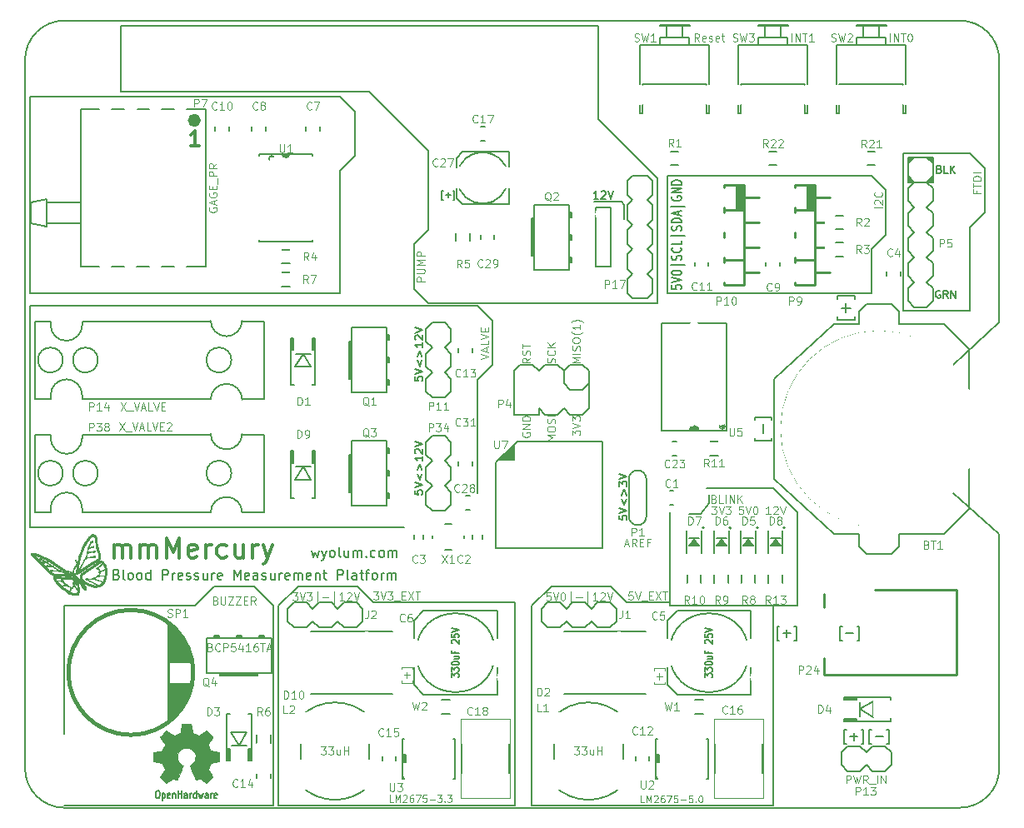
<source format=gto>
G04 #@! TF.FileFunction,Legend,Top*
%FSLAX46Y46*%
G04 Gerber Fmt 4.6, Leading zero omitted, Abs format (unit mm)*
G04 Created by KiCad (PCBNEW 4.0.0-2.201511301921+6191~38~ubuntu15.10.1-stable) date Mon Dec  7 23:41:22 2015*
%MOMM*%
G01*
G04 APERTURE LIST*
%ADD10C,0.025400*%
%ADD11C,0.200000*%
%ADD12C,0.120000*%
%ADD13C,0.300000*%
%ADD14C,0.150000*%
%ADD15C,0.127000*%
%ADD16C,0.190500*%
%ADD17C,0.152400*%
%ADD18C,0.254000*%
%ADD19C,0.381000*%
%ADD20C,0.002540*%
%ADD21C,0.100000*%
%ADD22C,0.355600*%
%ADD23C,1.200000*%
%ADD24C,1.016000*%
%ADD25C,20.000000*%
%ADD26R,3.048000X1.625600*%
%ADD27R,1.700000X2.500000*%
%ADD28R,2.500000X1.700000*%
%ADD29R,1.270000X1.016000*%
%ADD30R,1.400000X1.400000*%
%ADD31R,1.524000X1.524000*%
%ADD32C,1.524000*%
%ADD33C,1.778000*%
%ADD34R,1.778000X1.778000*%
%ADD35C,2.540000*%
%ADD36C,1.800000*%
%ADD37O,3.048000X4.572000*%
%ADD38R,3.048000X4.572000*%
%ADD39O,4.572000X3.048000*%
%ADD40R,2.032000X3.810000*%
%ADD41R,2.032000X1.524000*%
%ADD42R,3.810000X2.032000*%
%ADD43R,1.524000X2.032000*%
%ADD44C,6.096000*%
%ADD45C,2.032000*%
%ADD46R,1.998980X0.599440*%
%ADD47R,1.998980X0.449580*%
%ADD48R,0.449580X1.998980*%
%ADD49R,1.400000X1.200000*%
%ADD50R,1.000000X1.450000*%
%ADD51R,1.450000X1.000000*%
%ADD52R,1.100000X1.150000*%
%ADD53C,2.000000*%
%ADD54C,3.000000*%
%ADD55R,2.600000X3.200000*%
%ADD56R,0.609600X2.032000*%
%ADD57R,1.450000X1.150000*%
%ADD58R,1.150000X1.450000*%
%ADD59R,4.300000X2.400000*%
%ADD60R,3.500000X2.500000*%
%ADD61R,7.500000X3.000000*%
%ADD62R,0.609600X3.048000*%
%ADD63R,1.549400X0.596900*%
G04 APERTURE END LIST*
D10*
D11*
X65500000Y20500000D02*
X76000000Y20500000D01*
X61100000Y20900000D02*
X65500000Y20900000D01*
X59500000Y22500000D02*
X61100000Y20900000D01*
X53500000Y22500000D02*
X59500000Y22500000D01*
X35350000Y20900000D02*
X49750000Y20900000D01*
X33750000Y22500000D02*
X35350000Y20900000D01*
X27750000Y22500000D02*
X33750000Y22500000D01*
X96000000Y59000000D02*
X96000000Y50500000D01*
X97500000Y60500000D02*
X96000000Y59000000D01*
X97500000Y65000000D02*
X97500000Y60500000D01*
X96000000Y66500000D02*
X97500000Y65000000D01*
D12*
X87111905Y60969048D02*
X86311905Y60969048D01*
X86388095Y61311905D02*
X86350000Y61350000D01*
X86311905Y61426191D01*
X86311905Y61616667D01*
X86350000Y61692857D01*
X86388095Y61730953D01*
X86464286Y61769048D01*
X86540476Y61769048D01*
X86654762Y61730953D01*
X87111905Y61273810D01*
X87111905Y61769048D01*
X87035714Y62569048D02*
X87073810Y62530953D01*
X87111905Y62416667D01*
X87111905Y62340477D01*
X87073810Y62226191D01*
X86997619Y62150000D01*
X86921429Y62111905D01*
X86769048Y62073810D01*
X86654762Y62073810D01*
X86502381Y62111905D01*
X86426190Y62150000D01*
X86350000Y62226191D01*
X86311905Y62340477D01*
X86311905Y62416667D01*
X86350000Y62530953D01*
X86388095Y62569048D01*
D11*
X86000000Y56750000D02*
X86000000Y52250000D01*
X87500000Y58250000D02*
X86000000Y56750000D01*
X87500000Y62750000D02*
X87500000Y58250000D01*
X86000000Y64250000D02*
X87500000Y62750000D01*
X500000Y52250000D02*
X500000Y72250000D01*
X32000000Y52250000D02*
X500000Y52250000D01*
X32000000Y64750000D02*
X32000000Y52250000D01*
X33500000Y66250000D02*
X32000000Y64750000D01*
X33500000Y70750000D02*
X33500000Y66250000D01*
X32000000Y72250000D02*
X33500000Y70750000D01*
X500000Y72250000D02*
X32000000Y72250000D01*
X41000000Y58750000D02*
X41000000Y66750000D01*
X39500000Y57250000D02*
X41000000Y58750000D01*
X39500000Y52750000D02*
X39500000Y57250000D01*
X41000000Y51250000D02*
X39500000Y52750000D01*
D12*
X46311905Y45611905D02*
X47111905Y45878572D01*
X46311905Y46145239D01*
X46883333Y46373810D02*
X46883333Y46754762D01*
X47111905Y46297619D02*
X46311905Y46564286D01*
X47111905Y46830953D01*
X47111905Y47478572D02*
X47111905Y47097619D01*
X46311905Y47097619D01*
X46311905Y47630952D02*
X47111905Y47897619D01*
X46311905Y48164286D01*
X46692857Y48430952D02*
X46692857Y48697619D01*
X47111905Y48811905D02*
X47111905Y48430952D01*
X46311905Y48430952D01*
X46311905Y48811905D01*
D11*
X46000000Y51000000D02*
X500000Y51000000D01*
X47500000Y49500000D02*
X47500000Y45000000D01*
X47500000Y49500000D02*
X46000000Y51000000D01*
X46000000Y43500000D02*
X46000000Y32000000D01*
X47500000Y45000000D02*
X46000000Y43500000D01*
X500000Y28500000D02*
X500000Y51000000D01*
X500000Y28500000D02*
X38500000Y28500000D01*
X35000000Y72750000D02*
X9750000Y72750000D01*
X41000000Y66750000D02*
X35000000Y72750000D01*
X41000000Y51250000D02*
X64250000Y51250000D01*
X9750000Y79500000D02*
X9750000Y72750000D01*
X58250000Y79500000D02*
X9750000Y79500000D01*
X58250000Y70000000D02*
X58250000Y79500000D01*
X64250000Y64000000D02*
X58250000Y70000000D01*
X60600000Y61600000D02*
X57800000Y61600000D01*
X60900000Y61300000D02*
X60600000Y61600000D01*
X60900000Y61300000D02*
X60900000Y59800000D01*
X64250000Y51250000D02*
X64250000Y64000000D01*
D13*
X9035618Y25404238D02*
X9035618Y26737571D01*
X9035618Y26547095D02*
X9130857Y26642333D01*
X9321333Y26737571D01*
X9607047Y26737571D01*
X9797523Y26642333D01*
X9892761Y26451857D01*
X9892761Y25404238D01*
X9892761Y26451857D02*
X9987999Y26642333D01*
X10178476Y26737571D01*
X10464190Y26737571D01*
X10654666Y26642333D01*
X10749904Y26451857D01*
X10749904Y25404238D01*
X11702285Y25404238D02*
X11702285Y26737571D01*
X11702285Y26547095D02*
X11797524Y26642333D01*
X11988000Y26737571D01*
X12273714Y26737571D01*
X12464190Y26642333D01*
X12559428Y26451857D01*
X12559428Y25404238D01*
X12559428Y26451857D02*
X12654666Y26642333D01*
X12845143Y26737571D01*
X13130857Y26737571D01*
X13321333Y26642333D01*
X13416571Y26451857D01*
X13416571Y25404238D01*
X14368952Y25404238D02*
X14368952Y27404238D01*
X15035619Y25975667D01*
X15702286Y27404238D01*
X15702286Y25404238D01*
X17416571Y25499476D02*
X17226095Y25404238D01*
X16845143Y25404238D01*
X16654666Y25499476D01*
X16559428Y25689952D01*
X16559428Y26451857D01*
X16654666Y26642333D01*
X16845143Y26737571D01*
X17226095Y26737571D01*
X17416571Y26642333D01*
X17511809Y26451857D01*
X17511809Y26261381D01*
X16559428Y26070905D01*
X18368952Y25404238D02*
X18368952Y26737571D01*
X18368952Y26356619D02*
X18464191Y26547095D01*
X18559429Y26642333D01*
X18749905Y26737571D01*
X18940381Y26737571D01*
X20464190Y25499476D02*
X20273714Y25404238D01*
X19892762Y25404238D01*
X19702286Y25499476D01*
X19607047Y25594714D01*
X19511809Y25785190D01*
X19511809Y26356619D01*
X19607047Y26547095D01*
X19702286Y26642333D01*
X19892762Y26737571D01*
X20273714Y26737571D01*
X20464190Y26642333D01*
X22178476Y26737571D02*
X22178476Y25404238D01*
X21321333Y26737571D02*
X21321333Y25689952D01*
X21416572Y25499476D01*
X21607048Y25404238D01*
X21892762Y25404238D01*
X22083238Y25499476D01*
X22178476Y25594714D01*
X23130857Y25404238D02*
X23130857Y26737571D01*
X23130857Y26356619D02*
X23226096Y26547095D01*
X23321334Y26642333D01*
X23511810Y26737571D01*
X23702286Y26737571D01*
X24178476Y26737571D02*
X24654667Y25404238D01*
X25130857Y26737571D02*
X24654667Y25404238D01*
X24464191Y24928048D01*
X24368952Y24832810D01*
X24178476Y24737571D01*
D11*
X9314188Y23713429D02*
X9457045Y23665810D01*
X9504664Y23618190D01*
X9552283Y23522952D01*
X9552283Y23380095D01*
X9504664Y23284857D01*
X9457045Y23237238D01*
X9361807Y23189619D01*
X8980854Y23189619D01*
X8980854Y24189619D01*
X9314188Y24189619D01*
X9409426Y24142000D01*
X9457045Y24094381D01*
X9504664Y23999143D01*
X9504664Y23903905D01*
X9457045Y23808667D01*
X9409426Y23761048D01*
X9314188Y23713429D01*
X8980854Y23713429D01*
X10123711Y23189619D02*
X10028473Y23237238D01*
X9980854Y23332476D01*
X9980854Y24189619D01*
X10647521Y23189619D02*
X10552283Y23237238D01*
X10504664Y23284857D01*
X10457045Y23380095D01*
X10457045Y23665810D01*
X10504664Y23761048D01*
X10552283Y23808667D01*
X10647521Y23856286D01*
X10790379Y23856286D01*
X10885617Y23808667D01*
X10933236Y23761048D01*
X10980855Y23665810D01*
X10980855Y23380095D01*
X10933236Y23284857D01*
X10885617Y23237238D01*
X10790379Y23189619D01*
X10647521Y23189619D01*
X11552283Y23189619D02*
X11457045Y23237238D01*
X11409426Y23284857D01*
X11361807Y23380095D01*
X11361807Y23665810D01*
X11409426Y23761048D01*
X11457045Y23808667D01*
X11552283Y23856286D01*
X11695141Y23856286D01*
X11790379Y23808667D01*
X11837998Y23761048D01*
X11885617Y23665810D01*
X11885617Y23380095D01*
X11837998Y23284857D01*
X11790379Y23237238D01*
X11695141Y23189619D01*
X11552283Y23189619D01*
X12742760Y23189619D02*
X12742760Y24189619D01*
X12742760Y23237238D02*
X12647522Y23189619D01*
X12457045Y23189619D01*
X12361807Y23237238D01*
X12314188Y23284857D01*
X12266569Y23380095D01*
X12266569Y23665810D01*
X12314188Y23761048D01*
X12361807Y23808667D01*
X12457045Y23856286D01*
X12647522Y23856286D01*
X12742760Y23808667D01*
X13980855Y23189619D02*
X13980855Y24189619D01*
X14361808Y24189619D01*
X14457046Y24142000D01*
X14504665Y24094381D01*
X14552284Y23999143D01*
X14552284Y23856286D01*
X14504665Y23761048D01*
X14457046Y23713429D01*
X14361808Y23665810D01*
X13980855Y23665810D01*
X14980855Y23189619D02*
X14980855Y23856286D01*
X14980855Y23665810D02*
X15028474Y23761048D01*
X15076093Y23808667D01*
X15171331Y23856286D01*
X15266570Y23856286D01*
X15980856Y23237238D02*
X15885618Y23189619D01*
X15695141Y23189619D01*
X15599903Y23237238D01*
X15552284Y23332476D01*
X15552284Y23713429D01*
X15599903Y23808667D01*
X15695141Y23856286D01*
X15885618Y23856286D01*
X15980856Y23808667D01*
X16028475Y23713429D01*
X16028475Y23618190D01*
X15552284Y23522952D01*
X16409427Y23237238D02*
X16504665Y23189619D01*
X16695141Y23189619D01*
X16790380Y23237238D01*
X16837999Y23332476D01*
X16837999Y23380095D01*
X16790380Y23475333D01*
X16695141Y23522952D01*
X16552284Y23522952D01*
X16457046Y23570571D01*
X16409427Y23665810D01*
X16409427Y23713429D01*
X16457046Y23808667D01*
X16552284Y23856286D01*
X16695141Y23856286D01*
X16790380Y23808667D01*
X17218951Y23237238D02*
X17314189Y23189619D01*
X17504665Y23189619D01*
X17599904Y23237238D01*
X17647523Y23332476D01*
X17647523Y23380095D01*
X17599904Y23475333D01*
X17504665Y23522952D01*
X17361808Y23522952D01*
X17266570Y23570571D01*
X17218951Y23665810D01*
X17218951Y23713429D01*
X17266570Y23808667D01*
X17361808Y23856286D01*
X17504665Y23856286D01*
X17599904Y23808667D01*
X18504666Y23856286D02*
X18504666Y23189619D01*
X18076094Y23856286D02*
X18076094Y23332476D01*
X18123713Y23237238D01*
X18218951Y23189619D01*
X18361809Y23189619D01*
X18457047Y23237238D01*
X18504666Y23284857D01*
X18980856Y23189619D02*
X18980856Y23856286D01*
X18980856Y23665810D02*
X19028475Y23761048D01*
X19076094Y23808667D01*
X19171332Y23856286D01*
X19266571Y23856286D01*
X19980857Y23237238D02*
X19885619Y23189619D01*
X19695142Y23189619D01*
X19599904Y23237238D01*
X19552285Y23332476D01*
X19552285Y23713429D01*
X19599904Y23808667D01*
X19695142Y23856286D01*
X19885619Y23856286D01*
X19980857Y23808667D01*
X20028476Y23713429D01*
X20028476Y23618190D01*
X19552285Y23522952D01*
X21218952Y23189619D02*
X21218952Y24189619D01*
X21552286Y23475333D01*
X21885619Y24189619D01*
X21885619Y23189619D01*
X22742762Y23237238D02*
X22647524Y23189619D01*
X22457047Y23189619D01*
X22361809Y23237238D01*
X22314190Y23332476D01*
X22314190Y23713429D01*
X22361809Y23808667D01*
X22457047Y23856286D01*
X22647524Y23856286D01*
X22742762Y23808667D01*
X22790381Y23713429D01*
X22790381Y23618190D01*
X22314190Y23522952D01*
X23647524Y23189619D02*
X23647524Y23713429D01*
X23599905Y23808667D01*
X23504667Y23856286D01*
X23314190Y23856286D01*
X23218952Y23808667D01*
X23647524Y23237238D02*
X23552286Y23189619D01*
X23314190Y23189619D01*
X23218952Y23237238D01*
X23171333Y23332476D01*
X23171333Y23427714D01*
X23218952Y23522952D01*
X23314190Y23570571D01*
X23552286Y23570571D01*
X23647524Y23618190D01*
X24076095Y23237238D02*
X24171333Y23189619D01*
X24361809Y23189619D01*
X24457048Y23237238D01*
X24504667Y23332476D01*
X24504667Y23380095D01*
X24457048Y23475333D01*
X24361809Y23522952D01*
X24218952Y23522952D01*
X24123714Y23570571D01*
X24076095Y23665810D01*
X24076095Y23713429D01*
X24123714Y23808667D01*
X24218952Y23856286D01*
X24361809Y23856286D01*
X24457048Y23808667D01*
X25361810Y23856286D02*
X25361810Y23189619D01*
X24933238Y23856286D02*
X24933238Y23332476D01*
X24980857Y23237238D01*
X25076095Y23189619D01*
X25218953Y23189619D01*
X25314191Y23237238D01*
X25361810Y23284857D01*
X25838000Y23189619D02*
X25838000Y23856286D01*
X25838000Y23665810D02*
X25885619Y23761048D01*
X25933238Y23808667D01*
X26028476Y23856286D01*
X26123715Y23856286D01*
X26838001Y23237238D02*
X26742763Y23189619D01*
X26552286Y23189619D01*
X26457048Y23237238D01*
X26409429Y23332476D01*
X26409429Y23713429D01*
X26457048Y23808667D01*
X26552286Y23856286D01*
X26742763Y23856286D01*
X26838001Y23808667D01*
X26885620Y23713429D01*
X26885620Y23618190D01*
X26409429Y23522952D01*
X27314191Y23189619D02*
X27314191Y23856286D01*
X27314191Y23761048D02*
X27361810Y23808667D01*
X27457048Y23856286D01*
X27599906Y23856286D01*
X27695144Y23808667D01*
X27742763Y23713429D01*
X27742763Y23189619D01*
X27742763Y23713429D02*
X27790382Y23808667D01*
X27885620Y23856286D01*
X28028477Y23856286D01*
X28123715Y23808667D01*
X28171334Y23713429D01*
X28171334Y23189619D01*
X29028477Y23237238D02*
X28933239Y23189619D01*
X28742762Y23189619D01*
X28647524Y23237238D01*
X28599905Y23332476D01*
X28599905Y23713429D01*
X28647524Y23808667D01*
X28742762Y23856286D01*
X28933239Y23856286D01*
X29028477Y23808667D01*
X29076096Y23713429D01*
X29076096Y23618190D01*
X28599905Y23522952D01*
X29504667Y23856286D02*
X29504667Y23189619D01*
X29504667Y23761048D02*
X29552286Y23808667D01*
X29647524Y23856286D01*
X29790382Y23856286D01*
X29885620Y23808667D01*
X29933239Y23713429D01*
X29933239Y23189619D01*
X30266572Y23856286D02*
X30647524Y23856286D01*
X30409429Y24189619D02*
X30409429Y23332476D01*
X30457048Y23237238D01*
X30552286Y23189619D01*
X30647524Y23189619D01*
X31742763Y23189619D02*
X31742763Y24189619D01*
X32123716Y24189619D01*
X32218954Y24142000D01*
X32266573Y24094381D01*
X32314192Y23999143D01*
X32314192Y23856286D01*
X32266573Y23761048D01*
X32218954Y23713429D01*
X32123716Y23665810D01*
X31742763Y23665810D01*
X32885620Y23189619D02*
X32790382Y23237238D01*
X32742763Y23332476D01*
X32742763Y24189619D01*
X33695145Y23189619D02*
X33695145Y23713429D01*
X33647526Y23808667D01*
X33552288Y23856286D01*
X33361811Y23856286D01*
X33266573Y23808667D01*
X33695145Y23237238D02*
X33599907Y23189619D01*
X33361811Y23189619D01*
X33266573Y23237238D01*
X33218954Y23332476D01*
X33218954Y23427714D01*
X33266573Y23522952D01*
X33361811Y23570571D01*
X33599907Y23570571D01*
X33695145Y23618190D01*
X34028478Y23856286D02*
X34409430Y23856286D01*
X34171335Y24189619D02*
X34171335Y23332476D01*
X34218954Y23237238D01*
X34314192Y23189619D01*
X34409430Y23189619D01*
X34599907Y23856286D02*
X34980859Y23856286D01*
X34742764Y23189619D02*
X34742764Y24046762D01*
X34790383Y24142000D01*
X34885621Y24189619D01*
X34980859Y24189619D01*
X35457050Y23189619D02*
X35361812Y23237238D01*
X35314193Y23284857D01*
X35266574Y23380095D01*
X35266574Y23665810D01*
X35314193Y23761048D01*
X35361812Y23808667D01*
X35457050Y23856286D01*
X35599908Y23856286D01*
X35695146Y23808667D01*
X35742765Y23761048D01*
X35790384Y23665810D01*
X35790384Y23380095D01*
X35742765Y23284857D01*
X35695146Y23237238D01*
X35599908Y23189619D01*
X35457050Y23189619D01*
X36218955Y23189619D02*
X36218955Y23856286D01*
X36218955Y23665810D02*
X36266574Y23761048D01*
X36314193Y23808667D01*
X36409431Y23856286D01*
X36504670Y23856286D01*
X36838003Y23189619D02*
X36838003Y23856286D01*
X36838003Y23761048D02*
X36885622Y23808667D01*
X36980860Y23856286D01*
X37123718Y23856286D01*
X37218956Y23808667D01*
X37266575Y23713429D01*
X37266575Y23189619D01*
X37266575Y23713429D02*
X37314194Y23808667D01*
X37409432Y23856286D01*
X37552289Y23856286D01*
X37647527Y23808667D01*
X37695146Y23713429D01*
X37695146Y23189619D01*
X29117048Y26142286D02*
X29307524Y25475619D01*
X29498001Y25951810D01*
X29688477Y25475619D01*
X29878953Y26142286D01*
X30164667Y26142286D02*
X30402762Y25475619D01*
X30640858Y26142286D02*
X30402762Y25475619D01*
X30307524Y25237524D01*
X30259905Y25189905D01*
X30164667Y25142286D01*
X31164667Y25475619D02*
X31069429Y25523238D01*
X31021810Y25570857D01*
X30974191Y25666095D01*
X30974191Y25951810D01*
X31021810Y26047048D01*
X31069429Y26094667D01*
X31164667Y26142286D01*
X31307525Y26142286D01*
X31402763Y26094667D01*
X31450382Y26047048D01*
X31498001Y25951810D01*
X31498001Y25666095D01*
X31450382Y25570857D01*
X31402763Y25523238D01*
X31307525Y25475619D01*
X31164667Y25475619D01*
X32069429Y25475619D02*
X31974191Y25523238D01*
X31926572Y25618476D01*
X31926572Y26475619D01*
X32878954Y26142286D02*
X32878954Y25475619D01*
X32450382Y26142286D02*
X32450382Y25618476D01*
X32498001Y25523238D01*
X32593239Y25475619D01*
X32736097Y25475619D01*
X32831335Y25523238D01*
X32878954Y25570857D01*
X33355144Y25475619D02*
X33355144Y26142286D01*
X33355144Y26047048D02*
X33402763Y26094667D01*
X33498001Y26142286D01*
X33640859Y26142286D01*
X33736097Y26094667D01*
X33783716Y25999429D01*
X33783716Y25475619D01*
X33783716Y25999429D02*
X33831335Y26094667D01*
X33926573Y26142286D01*
X34069430Y26142286D01*
X34164668Y26094667D01*
X34212287Y25999429D01*
X34212287Y25475619D01*
X34688477Y25570857D02*
X34736096Y25523238D01*
X34688477Y25475619D01*
X34640858Y25523238D01*
X34688477Y25570857D01*
X34688477Y25475619D01*
X35593239Y25523238D02*
X35498001Y25475619D01*
X35307524Y25475619D01*
X35212286Y25523238D01*
X35164667Y25570857D01*
X35117048Y25666095D01*
X35117048Y25951810D01*
X35164667Y26047048D01*
X35212286Y26094667D01*
X35307524Y26142286D01*
X35498001Y26142286D01*
X35593239Y26094667D01*
X36164667Y25475619D02*
X36069429Y25523238D01*
X36021810Y25570857D01*
X35974191Y25666095D01*
X35974191Y25951810D01*
X36021810Y26047048D01*
X36069429Y26094667D01*
X36164667Y26142286D01*
X36307525Y26142286D01*
X36402763Y26094667D01*
X36450382Y26047048D01*
X36498001Y25951810D01*
X36498001Y25666095D01*
X36450382Y25570857D01*
X36402763Y25523238D01*
X36307525Y25475619D01*
X36164667Y25475619D01*
X36926572Y25475619D02*
X36926572Y26142286D01*
X36926572Y26047048D02*
X36974191Y26094667D01*
X37069429Y26142286D01*
X37212287Y26142286D01*
X37307525Y26094667D01*
X37355144Y25999429D01*
X37355144Y25475619D01*
X37355144Y25999429D02*
X37402763Y26094667D01*
X37498001Y26142286D01*
X37640858Y26142286D01*
X37736096Y26094667D01*
X37783715Y25999429D01*
X37783715Y25475619D01*
X4000000Y20500000D02*
X4000000Y7500000D01*
X17250000Y20500000D02*
X4000000Y20500000D01*
X25250000Y250000D02*
X4000000Y250000D01*
X76000000Y32500000D02*
X69250000Y32500000D01*
X78500000Y30000000D02*
X76000000Y32500000D01*
X78500000Y20500000D02*
X78500000Y30000000D01*
X76000000Y20500000D02*
X78500000Y20500000D01*
X65500000Y30000000D02*
X65500000Y20500000D01*
X19250000Y22500000D02*
X17250000Y20500000D01*
X23250000Y22500000D02*
X19250000Y22500000D01*
X25250000Y20500000D02*
X23250000Y22500000D01*
X25250000Y250000D02*
X25250000Y20500000D01*
X49750000Y250000D02*
X49750000Y20900000D01*
X25750000Y250000D02*
X49750000Y250000D01*
X25750000Y20500000D02*
X25750000Y250000D01*
X27750000Y22500000D02*
X25750000Y20500000D01*
X51500000Y20500000D02*
X53500000Y22500000D01*
X51500000Y250000D02*
X51500000Y20500000D01*
X76000000Y250000D02*
X76000000Y20500000D01*
X51500000Y250000D02*
X76000000Y250000D01*
X84552381Y18435714D02*
X84790477Y18435714D01*
X84790477Y17007143D01*
X84552381Y17007143D01*
X84171429Y17721429D02*
X83409524Y17721429D01*
X83028572Y18435714D02*
X82790477Y18435714D01*
X82790477Y17007143D01*
X83028572Y17007143D01*
X78171427Y18435714D02*
X78409523Y18435714D01*
X78409523Y17007143D01*
X78171427Y17007143D01*
X77790475Y17721429D02*
X77028570Y17721429D01*
X77409522Y18102381D02*
X77409522Y17340476D01*
X76647618Y18435714D02*
X76409523Y18435714D01*
X76409523Y17007143D01*
X76647618Y17007143D01*
X96000000Y66500000D02*
X89250000Y66500000D01*
X89250000Y50500000D02*
X96000000Y50500000D01*
X89250000Y66500000D02*
X89250000Y50500000D01*
X65250000Y52250000D02*
X65250000Y58250000D01*
X86000000Y52250000D02*
X65250000Y52250000D01*
X65250000Y64250000D02*
X86000000Y64250000D01*
X65250000Y58250000D02*
X65250000Y64250000D01*
D14*
X65702381Y53126191D02*
X65702381Y52745238D01*
X66178571Y52707143D01*
X66130952Y52745238D01*
X66083333Y52821429D01*
X66083333Y53011905D01*
X66130952Y53088095D01*
X66178571Y53126191D01*
X66273810Y53164286D01*
X66511905Y53164286D01*
X66607143Y53126191D01*
X66654762Y53088095D01*
X66702381Y53011905D01*
X66702381Y52821429D01*
X66654762Y52745238D01*
X66607143Y52707143D01*
X65702381Y53392857D02*
X66702381Y53659524D01*
X65702381Y53926191D01*
X65702381Y54345238D02*
X65702381Y54421429D01*
X65750000Y54497619D01*
X65797619Y54535714D01*
X65892857Y54573810D01*
X66083333Y54611905D01*
X66321429Y54611905D01*
X66511905Y54573810D01*
X66607143Y54535714D01*
X66654762Y54497619D01*
X66702381Y54421429D01*
X66702381Y54345238D01*
X66654762Y54269048D01*
X66607143Y54230952D01*
X66511905Y54192857D01*
X66321429Y54154762D01*
X66083333Y54154762D01*
X65892857Y54192857D01*
X65797619Y54230952D01*
X65750000Y54269048D01*
X65702381Y54345238D01*
X67035714Y55145238D02*
X65607143Y55145238D01*
X66654762Y55678572D02*
X66702381Y55792858D01*
X66702381Y55983334D01*
X66654762Y56059524D01*
X66607143Y56097620D01*
X66511905Y56135715D01*
X66416667Y56135715D01*
X66321429Y56097620D01*
X66273810Y56059524D01*
X66226190Y55983334D01*
X66178571Y55830953D01*
X66130952Y55754762D01*
X66083333Y55716667D01*
X65988095Y55678572D01*
X65892857Y55678572D01*
X65797619Y55716667D01*
X65750000Y55754762D01*
X65702381Y55830953D01*
X65702381Y56021429D01*
X65750000Y56135715D01*
X66607143Y56935715D02*
X66654762Y56897620D01*
X66702381Y56783334D01*
X66702381Y56707144D01*
X66654762Y56592858D01*
X66559524Y56516667D01*
X66464286Y56478572D01*
X66273810Y56440477D01*
X66130952Y56440477D01*
X65940476Y56478572D01*
X65845238Y56516667D01*
X65750000Y56592858D01*
X65702381Y56707144D01*
X65702381Y56783334D01*
X65750000Y56897620D01*
X65797619Y56935715D01*
X66702381Y57659525D02*
X66702381Y57278572D01*
X65702381Y57278572D01*
X67035714Y58116667D02*
X65607143Y58116667D01*
X66654762Y58650001D02*
X66702381Y58764287D01*
X66702381Y58954763D01*
X66654762Y59030953D01*
X66607143Y59069049D01*
X66511905Y59107144D01*
X66416667Y59107144D01*
X66321429Y59069049D01*
X66273810Y59030953D01*
X66226190Y58954763D01*
X66178571Y58802382D01*
X66130952Y58726191D01*
X66083333Y58688096D01*
X65988095Y58650001D01*
X65892857Y58650001D01*
X65797619Y58688096D01*
X65750000Y58726191D01*
X65702381Y58802382D01*
X65702381Y58992858D01*
X65750000Y59107144D01*
X66702381Y59450001D02*
X65702381Y59450001D01*
X65702381Y59640477D01*
X65750000Y59754763D01*
X65845238Y59830954D01*
X65940476Y59869049D01*
X66130952Y59907144D01*
X66273810Y59907144D01*
X66464286Y59869049D01*
X66559524Y59830954D01*
X66654762Y59754763D01*
X66702381Y59640477D01*
X66702381Y59450001D01*
X66416667Y60211906D02*
X66416667Y60592858D01*
X66702381Y60135715D02*
X65702381Y60402382D01*
X66702381Y60669049D01*
X67035714Y61126191D02*
X65607143Y61126191D01*
X65750000Y62116668D02*
X65702381Y62040477D01*
X65702381Y61926192D01*
X65750000Y61811906D01*
X65845238Y61735715D01*
X65940476Y61697620D01*
X66130952Y61659525D01*
X66273810Y61659525D01*
X66464286Y61697620D01*
X66559524Y61735715D01*
X66654762Y61811906D01*
X66702381Y61926192D01*
X66702381Y62002382D01*
X66654762Y62116668D01*
X66607143Y62154763D01*
X66273810Y62154763D01*
X66273810Y62002382D01*
X66702381Y62497620D02*
X65702381Y62497620D01*
X66702381Y62954763D01*
X65702381Y62954763D01*
X66702381Y63335715D02*
X65702381Y63335715D01*
X65702381Y63526191D01*
X65750000Y63640477D01*
X65845238Y63716668D01*
X65940476Y63754763D01*
X66130952Y63792858D01*
X66273810Y63792858D01*
X66464286Y63754763D01*
X66559524Y63716668D01*
X66654762Y63640477D01*
X66702381Y63526191D01*
X66702381Y63335715D01*
X58254762Y61888095D02*
X57797619Y61888095D01*
X58026190Y61888095D02*
X58026190Y62688095D01*
X57950000Y62573810D01*
X57873809Y62497619D01*
X57797619Y62459524D01*
X58559524Y62611905D02*
X58597619Y62650000D01*
X58673810Y62688095D01*
X58864286Y62688095D01*
X58940476Y62650000D01*
X58978572Y62611905D01*
X59016667Y62535714D01*
X59016667Y62459524D01*
X58978572Y62345238D01*
X58521429Y61888095D01*
X59016667Y61888095D01*
X59245238Y62688095D02*
X59511905Y61888095D01*
X59778572Y62688095D01*
X39611905Y43802382D02*
X39611905Y43421429D01*
X39992857Y43383334D01*
X39954762Y43421429D01*
X39916667Y43497620D01*
X39916667Y43688096D01*
X39954762Y43764286D01*
X39992857Y43802382D01*
X40069048Y43840477D01*
X40259524Y43840477D01*
X40335714Y43802382D01*
X40373810Y43764286D01*
X40411905Y43688096D01*
X40411905Y43497620D01*
X40373810Y43421429D01*
X40335714Y43383334D01*
X39611905Y44069048D02*
X40411905Y44335715D01*
X39611905Y44602382D01*
X39878571Y45478572D02*
X40107143Y44869048D01*
X40335714Y45478572D01*
X39878571Y45859524D02*
X40107143Y46469048D01*
X40335714Y45859524D01*
X40411905Y47269048D02*
X40411905Y46811905D01*
X40411905Y47040476D02*
X39611905Y47040476D01*
X39726190Y46964286D01*
X39802381Y46888095D01*
X39840476Y46811905D01*
X39688095Y47573810D02*
X39650000Y47611905D01*
X39611905Y47688096D01*
X39611905Y47878572D01*
X39650000Y47954762D01*
X39688095Y47992858D01*
X39764286Y48030953D01*
X39840476Y48030953D01*
X39954762Y47992858D01*
X40411905Y47535715D01*
X40411905Y48030953D01*
X39611905Y48259524D02*
X40411905Y48526191D01*
X39611905Y48792858D01*
X39611905Y32252382D02*
X39611905Y31871429D01*
X39992857Y31833334D01*
X39954762Y31871429D01*
X39916667Y31947620D01*
X39916667Y32138096D01*
X39954762Y32214286D01*
X39992857Y32252382D01*
X40069048Y32290477D01*
X40259524Y32290477D01*
X40335714Y32252382D01*
X40373810Y32214286D01*
X40411905Y32138096D01*
X40411905Y31947620D01*
X40373810Y31871429D01*
X40335714Y31833334D01*
X39611905Y32519048D02*
X40411905Y32785715D01*
X39611905Y33052382D01*
X39878571Y33928572D02*
X40107143Y33319048D01*
X40335714Y33928572D01*
X39878571Y34309524D02*
X40107143Y34919048D01*
X40335714Y34309524D01*
X40411905Y35719048D02*
X40411905Y35261905D01*
X40411905Y35490476D02*
X39611905Y35490476D01*
X39726190Y35414286D01*
X39802381Y35338095D01*
X39840476Y35261905D01*
X39688095Y36023810D02*
X39650000Y36061905D01*
X39611905Y36138096D01*
X39611905Y36328572D01*
X39650000Y36404762D01*
X39688095Y36442858D01*
X39764286Y36480953D01*
X39840476Y36480953D01*
X39954762Y36442858D01*
X40411905Y35985715D01*
X40411905Y36480953D01*
X39611905Y36709524D02*
X40411905Y36976191D01*
X39611905Y37242858D01*
X60361905Y29683334D02*
X60361905Y29302381D01*
X60742857Y29264286D01*
X60704762Y29302381D01*
X60666667Y29378572D01*
X60666667Y29569048D01*
X60704762Y29645238D01*
X60742857Y29683334D01*
X60819048Y29721429D01*
X61009524Y29721429D01*
X61085714Y29683334D01*
X61123810Y29645238D01*
X61161905Y29569048D01*
X61161905Y29378572D01*
X61123810Y29302381D01*
X61085714Y29264286D01*
X60361905Y29950000D02*
X61161905Y30216667D01*
X60361905Y30483334D01*
X60628571Y31359524D02*
X60857143Y30750000D01*
X61085714Y31359524D01*
X60628571Y31740476D02*
X60857143Y32350000D01*
X61085714Y31740476D01*
X60361905Y32654762D02*
X60361905Y33150000D01*
X60666667Y32883333D01*
X60666667Y32997619D01*
X60704762Y33073809D01*
X60742857Y33111905D01*
X60819048Y33150000D01*
X61009524Y33150000D01*
X61085714Y33111905D01*
X61123810Y33073809D01*
X61161905Y32997619D01*
X61161905Y32769047D01*
X61123810Y32692857D01*
X61085714Y32654762D01*
X60361905Y33378571D02*
X61161905Y33645238D01*
X60361905Y33911905D01*
D11*
X87547619Y7935714D02*
X87785715Y7935714D01*
X87785715Y6507143D01*
X87547619Y6507143D01*
X87166667Y7221429D02*
X86404762Y7221429D01*
X86023810Y7935714D02*
X85785715Y7935714D01*
X85785715Y6507143D01*
X86023810Y6507143D01*
X84976190Y7935714D02*
X85214286Y7935714D01*
X85214286Y6507143D01*
X84976190Y6507143D01*
X84595238Y7221429D02*
X83833333Y7221429D01*
X84214285Y7602381D02*
X84214285Y6840476D01*
X83452381Y7935714D02*
X83214286Y7935714D01*
X83214286Y6507143D01*
X83452381Y6507143D01*
D12*
X53404762Y21888095D02*
X53023809Y21888095D01*
X52985714Y21507143D01*
X53023809Y21545238D01*
X53100000Y21583333D01*
X53290476Y21583333D01*
X53366666Y21545238D01*
X53404762Y21507143D01*
X53442857Y21430952D01*
X53442857Y21240476D01*
X53404762Y21164286D01*
X53366666Y21126190D01*
X53290476Y21088095D01*
X53100000Y21088095D01*
X53023809Y21126190D01*
X52985714Y21164286D01*
X53671428Y21888095D02*
X53938095Y21088095D01*
X54204762Y21888095D01*
X54623809Y21888095D02*
X54700000Y21888095D01*
X54776190Y21850000D01*
X54814285Y21811905D01*
X54852381Y21735714D01*
X54890476Y21583333D01*
X54890476Y21392857D01*
X54852381Y21240476D01*
X54814285Y21164286D01*
X54776190Y21126190D01*
X54700000Y21088095D01*
X54623809Y21088095D01*
X54547619Y21126190D01*
X54509523Y21164286D01*
X54471428Y21240476D01*
X54433333Y21392857D01*
X54433333Y21583333D01*
X54471428Y21735714D01*
X54509523Y21811905D01*
X54547619Y21850000D01*
X54623809Y21888095D01*
X55423809Y20821429D02*
X55423809Y21964286D01*
X55995238Y21392857D02*
X56604762Y21392857D01*
X57176190Y20821429D02*
X57176190Y21964286D01*
X58166667Y21088095D02*
X57709524Y21088095D01*
X57938095Y21088095D02*
X57938095Y21888095D01*
X57861905Y21773810D01*
X57785714Y21697619D01*
X57709524Y21659524D01*
X58471429Y21811905D02*
X58509524Y21850000D01*
X58585715Y21888095D01*
X58776191Y21888095D01*
X58852381Y21850000D01*
X58890477Y21811905D01*
X58928572Y21735714D01*
X58928572Y21659524D01*
X58890477Y21545238D01*
X58433334Y21088095D01*
X58928572Y21088095D01*
X59157143Y21888095D02*
X59423810Y21088095D01*
X59690477Y21888095D01*
X27197619Y21888095D02*
X27692857Y21888095D01*
X27426190Y21583333D01*
X27540476Y21583333D01*
X27616666Y21545238D01*
X27654762Y21507143D01*
X27692857Y21430952D01*
X27692857Y21240476D01*
X27654762Y21164286D01*
X27616666Y21126190D01*
X27540476Y21088095D01*
X27311904Y21088095D01*
X27235714Y21126190D01*
X27197619Y21164286D01*
X27921428Y21888095D02*
X28188095Y21088095D01*
X28454762Y21888095D01*
X28645238Y21888095D02*
X29140476Y21888095D01*
X28873809Y21583333D01*
X28988095Y21583333D01*
X29064285Y21545238D01*
X29102381Y21507143D01*
X29140476Y21430952D01*
X29140476Y21240476D01*
X29102381Y21164286D01*
X29064285Y21126190D01*
X28988095Y21088095D01*
X28759523Y21088095D01*
X28683333Y21126190D01*
X28645238Y21164286D01*
X29673809Y20821429D02*
X29673809Y21964286D01*
X30245238Y21392857D02*
X30854762Y21392857D01*
X31426190Y20821429D02*
X31426190Y21964286D01*
X32416667Y21088095D02*
X31959524Y21088095D01*
X32188095Y21088095D02*
X32188095Y21888095D01*
X32111905Y21773810D01*
X32035714Y21697619D01*
X31959524Y21659524D01*
X32721429Y21811905D02*
X32759524Y21850000D01*
X32835715Y21888095D01*
X33026191Y21888095D01*
X33102381Y21850000D01*
X33140477Y21811905D01*
X33178572Y21735714D01*
X33178572Y21659524D01*
X33140477Y21545238D01*
X32683334Y21088095D01*
X33178572Y21088095D01*
X33407143Y21888095D02*
X33673810Y21088095D01*
X33940477Y21888095D01*
D11*
X68700000Y29850000D02*
X67450000Y29850000D01*
X69500000Y30950000D02*
X68700000Y29850000D01*
X69500000Y31800000D02*
X69500000Y30950000D01*
D15*
X4000000Y0D02*
X95000000Y0D01*
X99000000Y49300000D02*
X94300000Y45000000D01*
X99000000Y76000000D02*
X99000000Y49300000D01*
X94300000Y38500000D02*
X94300000Y45000000D01*
X94300000Y32000000D02*
X94300000Y38500000D01*
X99000000Y27800000D02*
X94300000Y32000000D01*
X99000000Y4000000D02*
X99000000Y27800000D01*
X0Y76000000D02*
X0Y4000000D01*
X95000000Y80000000D02*
X4000000Y80000000D01*
X99000000Y76000000D02*
G75*
G03X95000000Y80000000I-4000000J0D01*
G01*
X95000000Y0D02*
G75*
G03X99000000Y4000000I0J4000000D01*
G01*
X0Y4000000D02*
G75*
G03X4000000Y0I4000000J0D01*
G01*
X4000000Y80000000D02*
G75*
G03X0Y76000000I0J-4000000D01*
G01*
D16*
X88782000Y27832000D02*
X88782000Y26562000D01*
X88782000Y26562000D02*
X88020000Y25800000D01*
X88020000Y25800000D02*
X85480000Y25800000D01*
X85480000Y25800000D02*
X84718000Y26562000D01*
X84718000Y26562000D02*
X84718000Y27832000D01*
X84718000Y49168000D02*
X84718000Y50438000D01*
X84718000Y50438000D02*
X85480000Y51200000D01*
X85480000Y51200000D02*
X88020000Y51200000D01*
X88020000Y51200000D02*
X88782000Y50438000D01*
X88782000Y50438000D02*
X88782000Y49168000D01*
X89036000Y27832000D02*
X88782000Y27832000D01*
X84718000Y27832000D02*
X84464000Y27832000D01*
X84464000Y49168000D02*
X84718000Y49168000D01*
X88782000Y49168000D02*
X89036000Y49168000D01*
X94624000Y38500000D02*
X94624000Y35960000D01*
X94624000Y35960000D02*
X95894000Y34690000D01*
X95894000Y34690000D02*
X95894000Y30372000D01*
X95894000Y30372000D02*
X93354000Y27832000D01*
X93354000Y27832000D02*
X89036000Y27832000D01*
X95894000Y46628000D02*
X95894000Y42310000D01*
X93354000Y49168000D02*
X89036000Y49168000D01*
X95894000Y46628000D02*
X93354000Y49168000D01*
X94624000Y38500000D02*
X94624000Y41040000D01*
X94624000Y41040000D02*
X95894000Y42310000D01*
X82178000Y27832000D02*
X76082000Y33420000D01*
X82178000Y27832000D02*
X84464000Y27832000D01*
X76082000Y43580000D02*
X82178000Y49168000D01*
X82178000Y49168000D02*
X84464000Y49168000D01*
X76082000Y38500000D02*
X76082000Y33420000D01*
X76082000Y38500000D02*
X76082000Y43580000D01*
X96669017Y38500000D02*
G75*
G03X96669017Y38500000I-9919017J0D01*
G01*
D17*
X47706500Y66349500D02*
G75*
G03X44150500Y65206500I-1206500J-2349500D01*
G01*
X48849500Y65206500D02*
G75*
G03X45293500Y66349500I-2349500J-1206500D01*
G01*
X44468000Y66667000D02*
X49167000Y66667000D01*
X44150500Y62857000D02*
G75*
G03X47643000Y61650500I2349500J1143000D01*
G01*
X45484000Y61587000D02*
G75*
G03X48849500Y62920500I1016000J2349500D01*
G01*
X49167000Y61333000D02*
X49167000Y62984000D01*
X49167000Y66667000D02*
X49167000Y65143000D01*
X43833000Y66032000D02*
X43833000Y65079500D01*
X43833000Y61968000D02*
X43833000Y62920500D01*
X43833000Y61968000D02*
X44468000Y61333000D01*
X44468000Y61333000D02*
X46500000Y61333000D01*
X43833000Y66032000D02*
X44468000Y66667000D01*
X49167000Y61333000D02*
X46500000Y61333000D01*
X28250000Y46150000D02*
X27450000Y44850000D01*
X27450000Y44850000D02*
X29050000Y44850000D01*
X29050000Y44850000D02*
X28250000Y46150000D01*
D15*
X28250000Y46150000D02*
X29000000Y46150000D01*
X28250000Y46150000D02*
X27500000Y46150000D01*
X29500000Y47750000D02*
X29200000Y47750000D01*
X29200000Y46500000D02*
X29500000Y46500000D01*
X29200000Y47750000D02*
X29200000Y46500000D01*
X29300000Y46500000D02*
X29300000Y47750000D01*
X29400000Y47750000D02*
X29400000Y46500000D01*
X27000000Y47750000D02*
X27300000Y47750000D01*
X27300000Y46500000D02*
X27000000Y46500000D01*
X27300000Y46500000D02*
X27300000Y47750000D01*
X27200000Y47750000D02*
X27200000Y46500000D01*
X27100000Y46500000D02*
X27100000Y47750000D01*
X27000000Y43000000D02*
X27350000Y43000000D01*
X29500000Y47750000D02*
X29500000Y43000000D01*
X29500000Y43000000D02*
X29150000Y43000000D01*
X27000000Y43000000D02*
X27000000Y47750000D01*
D17*
X21750000Y6350000D02*
X22550000Y7650000D01*
X22550000Y7650000D02*
X20950000Y7650000D01*
X20950000Y7650000D02*
X21750000Y6350000D01*
D15*
X21750000Y6350000D02*
X21000000Y6350000D01*
X21750000Y6350000D02*
X22500000Y6350000D01*
X20500000Y4750000D02*
X20800000Y4750000D01*
X20800000Y6000000D02*
X20500000Y6000000D01*
X20800000Y4750000D02*
X20800000Y6000000D01*
X20700000Y6000000D02*
X20700000Y4750000D01*
X20600000Y4750000D02*
X20600000Y6000000D01*
X23000000Y4750000D02*
X22700000Y4750000D01*
X22700000Y6000000D02*
X23000000Y6000000D01*
X22700000Y6000000D02*
X22700000Y4750000D01*
X22800000Y4750000D02*
X22800000Y6000000D01*
X22900000Y6000000D02*
X22900000Y4750000D01*
X23000000Y9500000D02*
X22650000Y9500000D01*
X20500000Y4750000D02*
X20500000Y9500000D01*
X20500000Y9500000D02*
X20850000Y9500000D01*
X23000000Y9500000D02*
X23000000Y4750000D01*
D17*
X84850000Y10000000D02*
X86150000Y9200000D01*
X86150000Y9200000D02*
X86150000Y10800000D01*
X86150000Y10800000D02*
X84850000Y10000000D01*
D15*
X84850000Y10000000D02*
X84850000Y10750000D01*
X84850000Y10000000D02*
X84850000Y9250000D01*
X83250000Y11250000D02*
X83250000Y10950000D01*
X84500000Y10950000D02*
X84500000Y11250000D01*
X83250000Y10950000D02*
X84500000Y10950000D01*
X84500000Y11050000D02*
X83250000Y11050000D01*
X83250000Y11150000D02*
X84500000Y11150000D01*
X83250000Y8750000D02*
X83250000Y9050000D01*
X84500000Y9050000D02*
X84500000Y8750000D01*
X84500000Y9050000D02*
X83250000Y9050000D01*
X83250000Y8950000D02*
X84500000Y8950000D01*
X84500000Y8850000D02*
X83250000Y8850000D01*
X88000000Y8750000D02*
X88000000Y9100000D01*
X83250000Y11250000D02*
X88000000Y11250000D01*
X88000000Y11250000D02*
X88000000Y10900000D01*
X88000000Y8750000D02*
X83250000Y8750000D01*
D14*
X73650000Y27050000D02*
X73350000Y27050000D01*
X73750000Y26900000D02*
X73250000Y26900000D01*
X73850000Y26750000D02*
X73200000Y26750000D01*
X74000000Y27400000D02*
X73000000Y27400000D01*
X73500000Y27250000D02*
X74000000Y26600000D01*
X74000000Y26600000D02*
X73000000Y26600000D01*
X73000000Y26600000D02*
X73500000Y27250000D01*
X74500000Y28450000D02*
G75*
G03X74500000Y28450000I-100000J0D01*
G01*
X72750000Y28150000D02*
X72750000Y25850000D01*
X74250000Y28150000D02*
X74250000Y25850000D01*
X70900000Y27050000D02*
X70600000Y27050000D01*
X71000000Y26900000D02*
X70500000Y26900000D01*
X71100000Y26750000D02*
X70450000Y26750000D01*
X71250000Y27400000D02*
X70250000Y27400000D01*
X70750000Y27250000D02*
X71250000Y26600000D01*
X71250000Y26600000D02*
X70250000Y26600000D01*
X70250000Y26600000D02*
X70750000Y27250000D01*
X71750000Y28450000D02*
G75*
G03X71750000Y28450000I-100000J0D01*
G01*
X70000000Y28150000D02*
X70000000Y25850000D01*
X71500000Y28150000D02*
X71500000Y25850000D01*
X68150000Y27050000D02*
X67850000Y27050000D01*
X68250000Y26900000D02*
X67750000Y26900000D01*
X68350000Y26750000D02*
X67700000Y26750000D01*
X68500000Y27400000D02*
X67500000Y27400000D01*
X68000000Y27250000D02*
X68500000Y26600000D01*
X68500000Y26600000D02*
X67500000Y26600000D01*
X67500000Y26600000D02*
X68000000Y27250000D01*
X69000000Y28450000D02*
G75*
G03X69000000Y28450000I-100000J0D01*
G01*
X67250000Y28150000D02*
X67250000Y25850000D01*
X68750000Y28150000D02*
X68750000Y25850000D01*
X76400000Y27050000D02*
X76100000Y27050000D01*
X76500000Y26900000D02*
X76000000Y26900000D01*
X76600000Y26750000D02*
X75950000Y26750000D01*
X76750000Y27400000D02*
X75750000Y27400000D01*
X76250000Y27250000D02*
X76750000Y26600000D01*
X76750000Y26600000D02*
X75750000Y26600000D01*
X75750000Y26600000D02*
X76250000Y27250000D01*
X77250000Y28450000D02*
G75*
G03X77250000Y28450000I-100000J0D01*
G01*
X75500000Y28150000D02*
X75500000Y25850000D01*
X77000000Y28150000D02*
X77000000Y25850000D01*
D17*
X28250000Y34650000D02*
X27450000Y33350000D01*
X27450000Y33350000D02*
X29050000Y33350000D01*
X29050000Y33350000D02*
X28250000Y34650000D01*
D15*
X28250000Y34650000D02*
X29000000Y34650000D01*
X28250000Y34650000D02*
X27500000Y34650000D01*
X29500000Y36250000D02*
X29200000Y36250000D01*
X29200000Y35000000D02*
X29500000Y35000000D01*
X29200000Y36250000D02*
X29200000Y35000000D01*
X29300000Y35000000D02*
X29300000Y36250000D01*
X29400000Y36250000D02*
X29400000Y35000000D01*
X27000000Y36250000D02*
X27300000Y36250000D01*
X27300000Y35000000D02*
X27000000Y35000000D01*
X27300000Y35000000D02*
X27300000Y36250000D01*
X27200000Y36250000D02*
X27200000Y35000000D01*
X27100000Y35000000D02*
X27100000Y36250000D01*
X27000000Y31500000D02*
X27350000Y31500000D01*
X29500000Y36250000D02*
X29500000Y31500000D01*
X29500000Y31500000D02*
X29150000Y31500000D01*
X27000000Y31500000D02*
X27000000Y36250000D01*
D14*
X61361000Y33405000D02*
X61361000Y29595000D01*
X63139000Y33405000D02*
X63139000Y29595000D01*
D17*
X62250000Y28706000D02*
G75*
G03X63139000Y29595000I0J889000D01*
G01*
X61361000Y29595000D02*
G75*
G03X62250000Y28706000I889000J0D01*
G01*
X62250000Y34294000D02*
G75*
G03X61361000Y33405000I0J-889000D01*
G01*
X63139000Y33405000D02*
G75*
G03X62250000Y34294000I-889000J0D01*
G01*
X51595000Y39960000D02*
X52230000Y39960000D01*
X52230000Y39960000D02*
X52230000Y40595000D01*
X50325000Y39960000D02*
X49690000Y39960000D01*
X49690000Y39960000D02*
X49690000Y40595000D01*
X54770000Y44405000D02*
X54770000Y43135000D01*
X54770000Y43135000D02*
X55405000Y42500000D01*
X55405000Y42500000D02*
X56675000Y42500000D01*
X56675000Y42500000D02*
X57310000Y43135000D01*
X49690000Y44405000D02*
X50325000Y45040000D01*
X52230000Y44405000D02*
X52865000Y45040000D01*
X51595000Y45040000D02*
X52230000Y44405000D01*
X54770000Y44405000D02*
X55405000Y45040000D01*
X54135000Y45040000D02*
X54770000Y44405000D01*
X56675000Y45040000D02*
X57310000Y44405000D01*
X57310000Y40595000D02*
X56675000Y39960000D01*
X54770000Y40595000D02*
X54135000Y39960000D01*
X55405000Y39960000D02*
X54770000Y40595000D01*
X52865000Y39960000D02*
X52230000Y40595000D01*
X57310000Y44405000D02*
X57310000Y40595000D01*
X56675000Y39960000D02*
X55405000Y39960000D01*
X54135000Y39960000D02*
X52865000Y39960000D01*
X51595000Y39960000D02*
X50325000Y39960000D01*
X49690000Y40595000D02*
X49690000Y44405000D01*
X50325000Y45040000D02*
X51595000Y45040000D01*
X52865000Y45040000D02*
X54135000Y45040000D01*
X55405000Y45040000D02*
X56675000Y45040000D01*
X92206500Y63961000D02*
X92079500Y63961000D01*
X92206500Y63834000D02*
X91952500Y63834000D01*
X92206500Y63707000D02*
X91825500Y63707000D01*
X92206500Y65739000D02*
X92079500Y65739000D01*
X92206500Y65866000D02*
X91952500Y65866000D01*
X92206500Y65993000D02*
X91825500Y65993000D01*
X89793500Y65739000D02*
X89920500Y65739000D01*
X89793500Y65866000D02*
X90047500Y65866000D01*
X89793500Y65993000D02*
X90174500Y65993000D01*
X89793500Y63961000D02*
X89920500Y63961000D01*
X89793500Y63834000D02*
X89984000Y63834000D01*
X89793500Y63707000D02*
X90174500Y63707000D01*
X92270000Y64215000D02*
X92270000Y63643500D01*
X92270000Y63643500D02*
X92270000Y63580000D01*
X92270000Y63580000D02*
X91698500Y63580000D01*
X91635000Y66120000D02*
X92270000Y66120000D01*
X92270000Y66120000D02*
X92270000Y65485000D01*
X90365000Y63580000D02*
X89730000Y63580000D01*
X89730000Y63580000D02*
X89730000Y64215000D01*
X90365000Y66120000D02*
X89730000Y66120000D01*
X89730000Y66120000D02*
X89730000Y65485000D01*
X91635000Y63580000D02*
X90365000Y63580000D01*
X91635000Y66120000D02*
X90365000Y66120000D01*
X90365000Y66120000D02*
X89730000Y65485000D01*
X89730000Y65485000D02*
X89730000Y64215000D01*
X89730000Y64215000D02*
X90365000Y63580000D01*
X90365000Y63580000D02*
X89730000Y62945000D01*
X89730000Y62945000D02*
X89730000Y61675000D01*
X89730000Y61675000D02*
X90365000Y61040000D01*
X90365000Y61040000D02*
X89730000Y60405000D01*
X89730000Y60405000D02*
X89730000Y59135000D01*
X89730000Y59135000D02*
X90365000Y58500000D01*
X90365000Y58500000D02*
X89730000Y57865000D01*
X89730000Y57865000D02*
X89730000Y56595000D01*
X89730000Y56595000D02*
X90365000Y55960000D01*
X90365000Y55960000D02*
X89730000Y55325000D01*
X89730000Y55325000D02*
X89730000Y54055000D01*
X89730000Y54055000D02*
X90365000Y53420000D01*
X90365000Y53420000D02*
X89730000Y52785000D01*
X89730000Y52785000D02*
X89730000Y51515000D01*
X89730000Y51515000D02*
X90365000Y50880000D01*
X90365000Y50880000D02*
X91635000Y50880000D01*
X91635000Y50880000D02*
X92270000Y51515000D01*
X92270000Y51515000D02*
X92270000Y52785000D01*
X92270000Y52785000D02*
X91635000Y53420000D01*
X91635000Y53420000D02*
X92270000Y54055000D01*
X92270000Y54055000D02*
X92270000Y55325000D01*
X92270000Y55325000D02*
X91635000Y55960000D01*
X91635000Y55960000D02*
X92270000Y56595000D01*
X92270000Y56595000D02*
X92270000Y57865000D01*
X92270000Y57865000D02*
X91635000Y58500000D01*
X91635000Y58500000D02*
X92270000Y59135000D01*
X92270000Y59135000D02*
X92270000Y60405000D01*
X92270000Y60405000D02*
X91635000Y61040000D01*
X91635000Y61040000D02*
X92270000Y61675000D01*
X92270000Y61675000D02*
X92270000Y62945000D01*
X92270000Y62945000D02*
X91635000Y63580000D01*
X91635000Y63580000D02*
X92270000Y64215000D01*
X92270000Y64215000D02*
X92270000Y65485000D01*
X92270000Y65485000D02*
X91635000Y66120000D01*
D18*
X78250000Y63076000D02*
X78250000Y63330000D01*
X78250000Y60536000D02*
X78250000Y61044000D01*
X78250000Y57996000D02*
X78250000Y58504000D01*
X78250000Y55456000D02*
X78250000Y55964000D01*
X78250000Y53170000D02*
X78250000Y53424000D01*
X79520000Y60790000D02*
X79520000Y63330000D01*
X79774000Y60790000D02*
X79774000Y63330000D01*
X80028000Y60790000D02*
X80028000Y63330000D01*
X78250000Y60790000D02*
X80282000Y60790000D01*
X80282000Y62060000D02*
X81806000Y62060000D01*
X80282000Y59520000D02*
X81806000Y59520000D01*
X80282000Y56980000D02*
X81806000Y56980000D01*
X80282000Y54440000D02*
X81806000Y54440000D01*
X78250000Y55710000D02*
X80282000Y55710000D01*
X78250000Y53170000D02*
X80282000Y53170000D01*
X80282000Y53170000D02*
X80282000Y58250000D01*
X80282000Y58250000D02*
X80282000Y63330000D01*
X80282000Y63330000D02*
X78250000Y63330000D01*
X71000000Y63076000D02*
X71000000Y63330000D01*
X71000000Y60536000D02*
X71000000Y61044000D01*
X71000000Y57996000D02*
X71000000Y58504000D01*
X71000000Y55456000D02*
X71000000Y55964000D01*
X71000000Y53170000D02*
X71000000Y53424000D01*
X72270000Y60790000D02*
X72270000Y63330000D01*
X72524000Y60790000D02*
X72524000Y63330000D01*
X72778000Y60790000D02*
X72778000Y63330000D01*
X71000000Y60790000D02*
X73032000Y60790000D01*
X73032000Y62060000D02*
X74556000Y62060000D01*
X73032000Y59520000D02*
X74556000Y59520000D01*
X73032000Y56980000D02*
X74556000Y56980000D01*
X73032000Y54440000D02*
X74556000Y54440000D01*
X71000000Y55710000D02*
X73032000Y55710000D01*
X71000000Y53170000D02*
X73032000Y53170000D01*
X73032000Y53170000D02*
X73032000Y58250000D01*
X73032000Y58250000D02*
X73032000Y63330000D01*
X73032000Y63330000D02*
X71000000Y63330000D01*
D17*
X41365000Y49310000D02*
X42635000Y49310000D01*
X41365000Y41690000D02*
X42635000Y41690000D01*
X43270000Y43595000D02*
X43270000Y42325000D01*
X43270000Y46135000D02*
X43270000Y44865000D01*
X43270000Y48675000D02*
X43270000Y47405000D01*
X40730000Y47405000D02*
X40730000Y48675000D01*
X40730000Y44865000D02*
X40730000Y46135000D01*
X40730000Y42325000D02*
X40730000Y43595000D01*
X40730000Y48675000D02*
X41365000Y49310000D01*
X40730000Y46135000D02*
X41365000Y46770000D01*
X41365000Y46770000D02*
X40730000Y47405000D01*
X40730000Y43595000D02*
X41365000Y44230000D01*
X41365000Y44230000D02*
X40730000Y44865000D01*
X41365000Y41690000D02*
X40730000Y42325000D01*
X43270000Y42325000D02*
X42635000Y41690000D01*
X43270000Y44865000D02*
X42635000Y44230000D01*
X42635000Y44230000D02*
X43270000Y43595000D01*
X43270000Y47405000D02*
X42635000Y46770000D01*
X42635000Y46770000D02*
X43270000Y46135000D01*
X42635000Y49310000D02*
X43270000Y48675000D01*
X88040000Y5635000D02*
X88040000Y4365000D01*
X82960000Y5635000D02*
X82960000Y4365000D01*
X84865000Y3730000D02*
X83595000Y3730000D01*
X87405000Y3730000D02*
X86135000Y3730000D01*
X86135000Y6270000D02*
X87405000Y6270000D01*
X83595000Y6270000D02*
X84865000Y6270000D01*
X87405000Y6270000D02*
X88040000Y5635000D01*
X84865000Y6270000D02*
X85500000Y5635000D01*
X85500000Y5635000D02*
X86135000Y6270000D01*
X82960000Y5635000D02*
X83595000Y6270000D01*
X83595000Y3730000D02*
X82960000Y4365000D01*
X86135000Y3730000D02*
X85500000Y4365000D01*
X85500000Y4365000D02*
X84865000Y3730000D01*
X88040000Y4365000D02*
X87405000Y3730000D01*
X5804200Y41563000D02*
X18859800Y41563000D01*
X18859800Y49437000D02*
X5804200Y49437000D01*
X24270000Y45500000D02*
X24270000Y49437000D01*
X24270000Y49437000D02*
X22060200Y49437000D01*
X24270000Y45500000D02*
X24270000Y41563000D01*
X24270000Y41563000D02*
X22060200Y41563000D01*
X20460000Y43087000D02*
G75*
G03X18859800Y41486800I0J-1600200D01*
G01*
X22060200Y41486800D02*
G75*
G03X20460000Y43087000I-1600200J0D01*
G01*
X18859800Y49513200D02*
G75*
G03X20460000Y47913000I1600200J0D01*
G01*
X20460000Y47913000D02*
G75*
G03X22060200Y49513200I0J1600200D01*
G01*
X5804200Y49056000D02*
X5804200Y49437000D01*
X5804200Y41944000D02*
X5804200Y41563000D01*
X2603800Y41944000D02*
X2603800Y41563000D01*
X2603800Y41563000D02*
X1003600Y41563000D01*
X2603800Y49437000D02*
X1003600Y49437000D01*
X2603800Y49056000D02*
X2603800Y49437000D01*
X4204000Y47455800D02*
G75*
G03X5804200Y49056000I0J1600200D01*
G01*
X2603800Y49056000D02*
G75*
G03X4204000Y47455800I1600200J0D01*
G01*
X5804200Y41944000D02*
G75*
G03X4204000Y43544200I-1600200J0D01*
G01*
X4204000Y43544200D02*
G75*
G03X2603800Y41944000I0J-1600200D01*
G01*
X1003600Y45500000D02*
X1003600Y49437000D01*
X1003600Y45500000D02*
X1003600Y41563000D01*
X3848400Y45500000D02*
G75*
G03X3848400Y45500000I-1270000J0D01*
G01*
X7404400Y45500000D02*
G75*
G03X7404400Y45500000I-1270000J0D01*
G01*
X20968000Y45500000D02*
G75*
G03X20968000Y45500000I-1270000J0D01*
G01*
D18*
X90814000Y22118000D02*
X86318200Y22118000D01*
X94624000Y22118000D02*
X90814000Y22118000D01*
X81162000Y21686200D02*
X81162000Y20365400D01*
X81162000Y13482000D02*
X81162000Y15234600D01*
X93862000Y13482000D02*
X94624000Y13482000D01*
X94624000Y13482000D02*
X94624000Y22118000D01*
X93862000Y13482000D02*
X81162000Y13482000D01*
D17*
X41365000Y37810000D02*
X42635000Y37810000D01*
X41365000Y30190000D02*
X42635000Y30190000D01*
X43270000Y32095000D02*
X43270000Y30825000D01*
X43270000Y34635000D02*
X43270000Y33365000D01*
X43270000Y37175000D02*
X43270000Y35905000D01*
X40730000Y35905000D02*
X40730000Y37175000D01*
X40730000Y33365000D02*
X40730000Y34635000D01*
X40730000Y30825000D02*
X40730000Y32095000D01*
X40730000Y37175000D02*
X41365000Y37810000D01*
X40730000Y34635000D02*
X41365000Y35270000D01*
X41365000Y35270000D02*
X40730000Y35905000D01*
X40730000Y32095000D02*
X41365000Y32730000D01*
X41365000Y32730000D02*
X40730000Y33365000D01*
X41365000Y30190000D02*
X40730000Y30825000D01*
X43270000Y30825000D02*
X42635000Y30190000D01*
X43270000Y33365000D02*
X42635000Y32730000D01*
X42635000Y32730000D02*
X43270000Y32095000D01*
X43270000Y35905000D02*
X42635000Y35270000D01*
X42635000Y35270000D02*
X43270000Y34635000D01*
X42635000Y37810000D02*
X43270000Y37175000D01*
X5804200Y30063000D02*
X18859800Y30063000D01*
X18859800Y37937000D02*
X5804200Y37937000D01*
X24270000Y34000000D02*
X24270000Y37937000D01*
X24270000Y37937000D02*
X22060200Y37937000D01*
X24270000Y34000000D02*
X24270000Y30063000D01*
X24270000Y30063000D02*
X22060200Y30063000D01*
X20460000Y31587000D02*
G75*
G03X18859800Y29986800I0J-1600200D01*
G01*
X22060200Y29986800D02*
G75*
G03X20460000Y31587000I-1600200J0D01*
G01*
X18859800Y38013200D02*
G75*
G03X20460000Y36413000I1600200J0D01*
G01*
X20460000Y36413000D02*
G75*
G03X22060200Y38013200I0J1600200D01*
G01*
X5804200Y37556000D02*
X5804200Y37937000D01*
X5804200Y30444000D02*
X5804200Y30063000D01*
X2603800Y30444000D02*
X2603800Y30063000D01*
X2603800Y30063000D02*
X1003600Y30063000D01*
X2603800Y37937000D02*
X1003600Y37937000D01*
X2603800Y37556000D02*
X2603800Y37937000D01*
X4204000Y35955800D02*
G75*
G03X5804200Y37556000I0J1600200D01*
G01*
X2603800Y37556000D02*
G75*
G03X4204000Y35955800I1600200J0D01*
G01*
X5804200Y30444000D02*
G75*
G03X4204000Y32044200I-1600200J0D01*
G01*
X4204000Y32044200D02*
G75*
G03X2603800Y30444000I0J-1600200D01*
G01*
X1003600Y34000000D02*
X1003600Y37937000D01*
X1003600Y34000000D02*
X1003600Y30063000D01*
X3848400Y34000000D02*
G75*
G03X3848400Y34000000I-1270000J0D01*
G01*
X7404400Y34000000D02*
G75*
G03X7404400Y34000000I-1270000J0D01*
G01*
X20968000Y34000000D02*
G75*
G03X20968000Y34000000I-1270000J0D01*
G01*
D15*
X36905000Y48040000D02*
X36905000Y47532000D01*
X36778000Y47532000D02*
X37032000Y47532000D01*
X37032000Y47532000D02*
X37032000Y48040000D01*
X37032000Y48040000D02*
X36778000Y48040000D01*
X36905000Y43468000D02*
X36905000Y42960000D01*
X36778000Y42960000D02*
X37032000Y42960000D01*
X37032000Y42960000D02*
X37032000Y43468000D01*
X37032000Y43468000D02*
X36778000Y43468000D01*
X36905000Y45754000D02*
X36905000Y45246000D01*
X36778000Y45246000D02*
X37032000Y45246000D01*
X37032000Y45246000D02*
X37032000Y45754000D01*
X37032000Y45754000D02*
X36778000Y45754000D01*
X33095000Y47405000D02*
X33095000Y43595000D01*
X33222000Y43595000D02*
X32968000Y43595000D01*
X32968000Y43595000D02*
X32968000Y47405000D01*
X32968000Y47405000D02*
X33222000Y47405000D01*
X33222000Y42198000D02*
X33222000Y48802000D01*
X33222000Y48802000D02*
X36778000Y48802000D01*
X36778000Y48802000D02*
X36778000Y42198000D01*
X36778000Y42198000D02*
X33222000Y42198000D01*
X55405000Y60540000D02*
X55405000Y60032000D01*
X55278000Y60032000D02*
X55532000Y60032000D01*
X55532000Y60032000D02*
X55532000Y60540000D01*
X55532000Y60540000D02*
X55278000Y60540000D01*
X55405000Y55968000D02*
X55405000Y55460000D01*
X55278000Y55460000D02*
X55532000Y55460000D01*
X55532000Y55460000D02*
X55532000Y55968000D01*
X55532000Y55968000D02*
X55278000Y55968000D01*
X55405000Y58254000D02*
X55405000Y57746000D01*
X55278000Y57746000D02*
X55532000Y57746000D01*
X55532000Y57746000D02*
X55532000Y58254000D01*
X55532000Y58254000D02*
X55278000Y58254000D01*
X51595000Y59905000D02*
X51595000Y56095000D01*
X51722000Y56095000D02*
X51468000Y56095000D01*
X51468000Y56095000D02*
X51468000Y59905000D01*
X51468000Y59905000D02*
X51722000Y59905000D01*
X51722000Y54698000D02*
X51722000Y61302000D01*
X51722000Y61302000D02*
X55278000Y61302000D01*
X55278000Y61302000D02*
X55278000Y54698000D01*
X55278000Y54698000D02*
X51722000Y54698000D01*
X36905000Y36540000D02*
X36905000Y36032000D01*
X36778000Y36032000D02*
X37032000Y36032000D01*
X37032000Y36032000D02*
X37032000Y36540000D01*
X37032000Y36540000D02*
X36778000Y36540000D01*
X36905000Y31968000D02*
X36905000Y31460000D01*
X36778000Y31460000D02*
X37032000Y31460000D01*
X37032000Y31460000D02*
X37032000Y31968000D01*
X37032000Y31968000D02*
X36778000Y31968000D01*
X36905000Y34254000D02*
X36905000Y33746000D01*
X36778000Y33746000D02*
X37032000Y33746000D01*
X37032000Y33746000D02*
X37032000Y34254000D01*
X37032000Y34254000D02*
X36778000Y34254000D01*
X33095000Y35905000D02*
X33095000Y32095000D01*
X33222000Y32095000D02*
X32968000Y32095000D01*
X32968000Y32095000D02*
X32968000Y35905000D01*
X32968000Y35905000D02*
X33222000Y35905000D01*
X33222000Y30698000D02*
X33222000Y37302000D01*
X33222000Y37302000D02*
X36778000Y37302000D01*
X36778000Y37302000D02*
X36778000Y30698000D01*
X36778000Y30698000D02*
X33222000Y30698000D01*
X19210000Y17405000D02*
X19718000Y17405000D01*
X19718000Y17278000D02*
X19718000Y17532000D01*
X19718000Y17532000D02*
X19210000Y17532000D01*
X19210000Y17532000D02*
X19210000Y17278000D01*
X23782000Y17405000D02*
X24290000Y17405000D01*
X24290000Y17278000D02*
X24290000Y17532000D01*
X24290000Y17532000D02*
X23782000Y17532000D01*
X23782000Y17532000D02*
X23782000Y17278000D01*
X21496000Y17405000D02*
X22004000Y17405000D01*
X22004000Y17278000D02*
X22004000Y17532000D01*
X22004000Y17532000D02*
X21496000Y17532000D01*
X21496000Y17532000D02*
X21496000Y17278000D01*
X19845000Y13595000D02*
X23655000Y13595000D01*
X23655000Y13722000D02*
X23655000Y13468000D01*
X23655000Y13468000D02*
X19845000Y13468000D01*
X19845000Y13468000D02*
X19845000Y13722000D01*
X25052000Y13722000D02*
X18448000Y13722000D01*
X18448000Y13722000D02*
X18448000Y17278000D01*
X18448000Y17278000D02*
X25052000Y17278000D01*
X25052000Y17278000D02*
X25052000Y13722000D01*
D18*
X14560000Y9051000D02*
X15004500Y9051000D01*
X14560000Y9305000D02*
X15131500Y9305000D01*
X14560000Y9559000D02*
X15385500Y9559000D01*
X14560000Y9813000D02*
X15576000Y9813000D01*
X14560000Y10067000D02*
X15830000Y10067000D01*
X14560000Y10321000D02*
X15957000Y10321000D01*
X14560000Y10575000D02*
X16084000Y10575000D01*
X14560000Y10829000D02*
X16274500Y10829000D01*
X14560000Y11083000D02*
X16401500Y11083000D01*
X14623500Y11337000D02*
X16528500Y11337000D01*
X14560000Y11591000D02*
X16655500Y11591000D01*
X14560000Y11845000D02*
X16719000Y11845000D01*
X14560000Y12099000D02*
X16782500Y12099000D01*
X14560000Y12353000D02*
X16909500Y12353000D01*
X14560000Y18449000D02*
X14941000Y18449000D01*
X14560000Y18195000D02*
X15195000Y18195000D01*
X14560000Y17941000D02*
X15449000Y17941000D01*
X14623500Y17687000D02*
X15639500Y17687000D01*
X14560000Y17433000D02*
X15830000Y17433000D01*
X14560000Y17179000D02*
X16020500Y17179000D01*
X14560000Y16925000D02*
X16147500Y16925000D01*
X14560000Y16671000D02*
X16274500Y16671000D01*
X14560000Y16417000D02*
X16401500Y16417000D01*
X14560000Y16163000D02*
X16528500Y16163000D01*
X14560000Y15909000D02*
X16655500Y15909000D01*
X14560000Y15655000D02*
X16719000Y15655000D01*
X14560000Y15401000D02*
X16782500Y15401000D01*
X14560000Y15147000D02*
X16846000Y15147000D01*
X14560000Y12607000D02*
X17036500Y12607000D01*
X14560000Y14893000D02*
X17036500Y14893000D01*
X14560000Y8606500D02*
X14560000Y18893500D01*
D19*
X17100000Y13750000D02*
G75*
G03X17100000Y13750000I-6350000J0D01*
G01*
D15*
X67524000Y79572000D02*
X67524000Y79445000D01*
X67524000Y79445000D02*
X64476000Y79445000D01*
X64476000Y79445000D02*
X64476000Y79572000D01*
X64476000Y79572000D02*
X67524000Y79572000D01*
X69505200Y77552700D02*
X69505200Y70542300D01*
X69505200Y70542300D02*
X69251200Y70542300D01*
X69251200Y70542300D02*
X69251200Y73539500D01*
X69251200Y73539500D02*
X62748800Y73539500D01*
X62748800Y73539500D02*
X62748800Y70542300D01*
X62748800Y70542300D02*
X62494800Y70542300D01*
X62494800Y70542300D02*
X62494800Y77552700D01*
X62494800Y77552700D02*
X69505200Y77552700D01*
X66812800Y79559300D02*
X66812800Y78314700D01*
X65187200Y79559300D02*
X65187200Y78314700D01*
X67498600Y77552700D02*
X67498600Y78314700D01*
X67498600Y78314700D02*
X64501400Y78314700D01*
X64501400Y78314700D02*
X64501400Y77552700D01*
X87524000Y79572000D02*
X87524000Y79445000D01*
X87524000Y79445000D02*
X84476000Y79445000D01*
X84476000Y79445000D02*
X84476000Y79572000D01*
X84476000Y79572000D02*
X87524000Y79572000D01*
X89505200Y77552700D02*
X89505200Y70542300D01*
X89505200Y70542300D02*
X89251200Y70542300D01*
X89251200Y70542300D02*
X89251200Y73539500D01*
X89251200Y73539500D02*
X82748800Y73539500D01*
X82748800Y73539500D02*
X82748800Y70542300D01*
X82748800Y70542300D02*
X82494800Y70542300D01*
X82494800Y70542300D02*
X82494800Y77552700D01*
X82494800Y77552700D02*
X89505200Y77552700D01*
X86812800Y79559300D02*
X86812800Y78314700D01*
X85187200Y79559300D02*
X85187200Y78314700D01*
X87498600Y77552700D02*
X87498600Y78314700D01*
X87498600Y78314700D02*
X84501400Y78314700D01*
X84501400Y78314700D02*
X84501400Y77552700D01*
X77524000Y79572000D02*
X77524000Y79445000D01*
X77524000Y79445000D02*
X74476000Y79445000D01*
X74476000Y79445000D02*
X74476000Y79572000D01*
X74476000Y79572000D02*
X77524000Y79572000D01*
X79505200Y77552700D02*
X79505200Y70542300D01*
X79505200Y70542300D02*
X79251200Y70542300D01*
X79251200Y70542300D02*
X79251200Y73539500D01*
X79251200Y73539500D02*
X72748800Y73539500D01*
X72748800Y73539500D02*
X72748800Y70542300D01*
X72748800Y70542300D02*
X72494800Y70542300D01*
X72494800Y70542300D02*
X72494800Y77552700D01*
X72494800Y77552700D02*
X79505200Y77552700D01*
X76812800Y79559300D02*
X76812800Y78314700D01*
X75187200Y79559300D02*
X75187200Y78314700D01*
X77498600Y77552700D02*
X77498600Y78314700D01*
X77498600Y78314700D02*
X74501400Y78314700D01*
X74501400Y78314700D02*
X74501400Y77552700D01*
X71098800Y38746200D02*
G75*
G03X71098800Y38746200I-254000J0D01*
G01*
X70971800Y38746200D02*
G75*
G03X70971800Y38746200I-127000J0D01*
G01*
X68508000Y38289000D02*
G75*
G03X68000000Y38797000I-508000J0D01*
G01*
X68000000Y38797000D02*
G75*
G03X67492000Y38289000I0J-508000D01*
G01*
X68381000Y38289000D02*
G75*
G03X68000000Y38670000I-381000J0D01*
G01*
X68000000Y38670000D02*
G75*
G03X67619000Y38289000I0J-381000D01*
G01*
X68254000Y38289000D02*
G75*
G03X68000000Y38543000I-254000J0D01*
G01*
X68000000Y38543000D02*
G75*
G03X67746000Y38289000I0J-254000D01*
G01*
X68000000Y38416000D02*
G75*
G03X67873000Y38289000I0J-127000D01*
G01*
X68127000Y38289000D02*
G75*
G03X68000000Y38416000I-127000J0D01*
G01*
D17*
X64698000Y38289000D02*
X64698000Y49211000D01*
X71302000Y49211000D02*
X71302000Y38289000D01*
X71302000Y49211000D02*
X64698000Y49211000D01*
X64698000Y38289000D02*
X71302000Y38289000D01*
X49059000Y35991000D02*
X48868500Y35991000D01*
X49059000Y35991000D02*
X49059000Y36181500D01*
X49186000Y35864000D02*
X48741500Y35864000D01*
X49186000Y35864000D02*
X49186000Y36308500D01*
X49313000Y35737000D02*
X48614500Y35737000D01*
X49313000Y35737000D02*
X49313000Y36435500D01*
X49440000Y35610000D02*
X48487500Y35610000D01*
X49440000Y35610000D02*
X49440000Y36562500D01*
X49567000Y35483000D02*
X48360500Y35483000D01*
X49567000Y35483000D02*
X49567000Y36689500D01*
X48106500Y35356000D02*
X49694000Y35356000D01*
X49694000Y35356000D02*
X49694000Y36880000D01*
X50011500Y37197500D02*
X58647500Y37197500D01*
X58647500Y37197500D02*
X58647500Y26402500D01*
X58647500Y26402500D02*
X47852500Y26402500D01*
X47852500Y26402500D02*
X47852500Y35102000D01*
X47852500Y35102000D02*
X50011500Y37197500D01*
D14*
X41400000Y27375000D02*
X41400000Y27625000D01*
X44600000Y27375000D02*
X44600000Y27625000D01*
X42675000Y28800000D02*
X43325000Y28800000D01*
X43325000Y26200000D02*
X42675000Y26200000D01*
D20*
G36*
X6802600Y27782200D02*
X6828000Y27782200D01*
X6828000Y27756800D01*
X6802600Y27756800D01*
X6802600Y27782200D01*
X6802600Y27782200D01*
G37*
X6802600Y27782200D02*
X6828000Y27782200D01*
X6828000Y27756800D01*
X6802600Y27756800D01*
X6802600Y27782200D01*
G36*
X6828000Y27782200D02*
X6853400Y27782200D01*
X6853400Y27756800D01*
X6828000Y27756800D01*
X6828000Y27782200D01*
X6828000Y27782200D01*
G37*
X6828000Y27782200D02*
X6853400Y27782200D01*
X6853400Y27756800D01*
X6828000Y27756800D01*
X6828000Y27782200D01*
G36*
X6853400Y27782200D02*
X6878800Y27782200D01*
X6878800Y27756800D01*
X6853400Y27756800D01*
X6853400Y27782200D01*
X6853400Y27782200D01*
G37*
X6853400Y27782200D02*
X6878800Y27782200D01*
X6878800Y27756800D01*
X6853400Y27756800D01*
X6853400Y27782200D01*
G36*
X6878800Y27782200D02*
X6904200Y27782200D01*
X6904200Y27756800D01*
X6878800Y27756800D01*
X6878800Y27782200D01*
X6878800Y27782200D01*
G37*
X6878800Y27782200D02*
X6904200Y27782200D01*
X6904200Y27756800D01*
X6878800Y27756800D01*
X6878800Y27782200D01*
G36*
X6904200Y27782200D02*
X6929600Y27782200D01*
X6929600Y27756800D01*
X6904200Y27756800D01*
X6904200Y27782200D01*
X6904200Y27782200D01*
G37*
X6904200Y27782200D02*
X6929600Y27782200D01*
X6929600Y27756800D01*
X6904200Y27756800D01*
X6904200Y27782200D01*
G36*
X6777200Y27756800D02*
X6802600Y27756800D01*
X6802600Y27731400D01*
X6777200Y27731400D01*
X6777200Y27756800D01*
X6777200Y27756800D01*
G37*
X6777200Y27756800D02*
X6802600Y27756800D01*
X6802600Y27731400D01*
X6777200Y27731400D01*
X6777200Y27756800D01*
G36*
X6802600Y27756800D02*
X6828000Y27756800D01*
X6828000Y27731400D01*
X6802600Y27731400D01*
X6802600Y27756800D01*
X6802600Y27756800D01*
G37*
X6802600Y27756800D02*
X6828000Y27756800D01*
X6828000Y27731400D01*
X6802600Y27731400D01*
X6802600Y27756800D01*
G36*
X6828000Y27756800D02*
X6853400Y27756800D01*
X6853400Y27731400D01*
X6828000Y27731400D01*
X6828000Y27756800D01*
X6828000Y27756800D01*
G37*
X6828000Y27756800D02*
X6853400Y27756800D01*
X6853400Y27731400D01*
X6828000Y27731400D01*
X6828000Y27756800D01*
G36*
X6853400Y27756800D02*
X6878800Y27756800D01*
X6878800Y27731400D01*
X6853400Y27731400D01*
X6853400Y27756800D01*
X6853400Y27756800D01*
G37*
X6853400Y27756800D02*
X6878800Y27756800D01*
X6878800Y27731400D01*
X6853400Y27731400D01*
X6853400Y27756800D01*
G36*
X6878800Y27756800D02*
X6904200Y27756800D01*
X6904200Y27731400D01*
X6878800Y27731400D01*
X6878800Y27756800D01*
X6878800Y27756800D01*
G37*
X6878800Y27756800D02*
X6904200Y27756800D01*
X6904200Y27731400D01*
X6878800Y27731400D01*
X6878800Y27756800D01*
G36*
X6904200Y27756800D02*
X6929600Y27756800D01*
X6929600Y27731400D01*
X6904200Y27731400D01*
X6904200Y27756800D01*
X6904200Y27756800D01*
G37*
X6904200Y27756800D02*
X6929600Y27756800D01*
X6929600Y27731400D01*
X6904200Y27731400D01*
X6904200Y27756800D01*
G36*
X6929600Y27756800D02*
X6955000Y27756800D01*
X6955000Y27731400D01*
X6929600Y27731400D01*
X6929600Y27756800D01*
X6929600Y27756800D01*
G37*
X6929600Y27756800D02*
X6955000Y27756800D01*
X6955000Y27731400D01*
X6929600Y27731400D01*
X6929600Y27756800D01*
G36*
X6955000Y27756800D02*
X6980400Y27756800D01*
X6980400Y27731400D01*
X6955000Y27731400D01*
X6955000Y27756800D01*
X6955000Y27756800D01*
G37*
X6955000Y27756800D02*
X6980400Y27756800D01*
X6980400Y27731400D01*
X6955000Y27731400D01*
X6955000Y27756800D01*
G36*
X6980400Y27756800D02*
X7005800Y27756800D01*
X7005800Y27731400D01*
X6980400Y27731400D01*
X6980400Y27756800D01*
X6980400Y27756800D01*
G37*
X6980400Y27756800D02*
X7005800Y27756800D01*
X7005800Y27731400D01*
X6980400Y27731400D01*
X6980400Y27756800D01*
G36*
X7005800Y27756800D02*
X7031200Y27756800D01*
X7031200Y27731400D01*
X7005800Y27731400D01*
X7005800Y27756800D01*
X7005800Y27756800D01*
G37*
X7005800Y27756800D02*
X7031200Y27756800D01*
X7031200Y27731400D01*
X7005800Y27731400D01*
X7005800Y27756800D01*
G36*
X6726400Y27731400D02*
X6751800Y27731400D01*
X6751800Y27706000D01*
X6726400Y27706000D01*
X6726400Y27731400D01*
X6726400Y27731400D01*
G37*
X6726400Y27731400D02*
X6751800Y27731400D01*
X6751800Y27706000D01*
X6726400Y27706000D01*
X6726400Y27731400D01*
G36*
X6751800Y27731400D02*
X6777200Y27731400D01*
X6777200Y27706000D01*
X6751800Y27706000D01*
X6751800Y27731400D01*
X6751800Y27731400D01*
G37*
X6751800Y27731400D02*
X6777200Y27731400D01*
X6777200Y27706000D01*
X6751800Y27706000D01*
X6751800Y27731400D01*
G36*
X6777200Y27731400D02*
X6802600Y27731400D01*
X6802600Y27706000D01*
X6777200Y27706000D01*
X6777200Y27731400D01*
X6777200Y27731400D01*
G37*
X6777200Y27731400D02*
X6802600Y27731400D01*
X6802600Y27706000D01*
X6777200Y27706000D01*
X6777200Y27731400D01*
G36*
X6802600Y27731400D02*
X6828000Y27731400D01*
X6828000Y27706000D01*
X6802600Y27706000D01*
X6802600Y27731400D01*
X6802600Y27731400D01*
G37*
X6802600Y27731400D02*
X6828000Y27731400D01*
X6828000Y27706000D01*
X6802600Y27706000D01*
X6802600Y27731400D01*
G36*
X6828000Y27731400D02*
X6853400Y27731400D01*
X6853400Y27706000D01*
X6828000Y27706000D01*
X6828000Y27731400D01*
X6828000Y27731400D01*
G37*
X6828000Y27731400D02*
X6853400Y27731400D01*
X6853400Y27706000D01*
X6828000Y27706000D01*
X6828000Y27731400D01*
G36*
X6853400Y27731400D02*
X6878800Y27731400D01*
X6878800Y27706000D01*
X6853400Y27706000D01*
X6853400Y27731400D01*
X6853400Y27731400D01*
G37*
X6853400Y27731400D02*
X6878800Y27731400D01*
X6878800Y27706000D01*
X6853400Y27706000D01*
X6853400Y27731400D01*
G36*
X6878800Y27731400D02*
X6904200Y27731400D01*
X6904200Y27706000D01*
X6878800Y27706000D01*
X6878800Y27731400D01*
X6878800Y27731400D01*
G37*
X6878800Y27731400D02*
X6904200Y27731400D01*
X6904200Y27706000D01*
X6878800Y27706000D01*
X6878800Y27731400D01*
G36*
X6904200Y27731400D02*
X6929600Y27731400D01*
X6929600Y27706000D01*
X6904200Y27706000D01*
X6904200Y27731400D01*
X6904200Y27731400D01*
G37*
X6904200Y27731400D02*
X6929600Y27731400D01*
X6929600Y27706000D01*
X6904200Y27706000D01*
X6904200Y27731400D01*
G36*
X6929600Y27731400D02*
X6955000Y27731400D01*
X6955000Y27706000D01*
X6929600Y27706000D01*
X6929600Y27731400D01*
X6929600Y27731400D01*
G37*
X6929600Y27731400D02*
X6955000Y27731400D01*
X6955000Y27706000D01*
X6929600Y27706000D01*
X6929600Y27731400D01*
G36*
X6955000Y27731400D02*
X6980400Y27731400D01*
X6980400Y27706000D01*
X6955000Y27706000D01*
X6955000Y27731400D01*
X6955000Y27731400D01*
G37*
X6955000Y27731400D02*
X6980400Y27731400D01*
X6980400Y27706000D01*
X6955000Y27706000D01*
X6955000Y27731400D01*
G36*
X6980400Y27731400D02*
X7005800Y27731400D01*
X7005800Y27706000D01*
X6980400Y27706000D01*
X6980400Y27731400D01*
X6980400Y27731400D01*
G37*
X6980400Y27731400D02*
X7005800Y27731400D01*
X7005800Y27706000D01*
X6980400Y27706000D01*
X6980400Y27731400D01*
G36*
X7005800Y27731400D02*
X7031200Y27731400D01*
X7031200Y27706000D01*
X7005800Y27706000D01*
X7005800Y27731400D01*
X7005800Y27731400D01*
G37*
X7005800Y27731400D02*
X7031200Y27731400D01*
X7031200Y27706000D01*
X7005800Y27706000D01*
X7005800Y27731400D01*
G36*
X7031200Y27731400D02*
X7056600Y27731400D01*
X7056600Y27706000D01*
X7031200Y27706000D01*
X7031200Y27731400D01*
X7031200Y27731400D01*
G37*
X7031200Y27731400D02*
X7056600Y27731400D01*
X7056600Y27706000D01*
X7031200Y27706000D01*
X7031200Y27731400D01*
G36*
X7056600Y27731400D02*
X7082000Y27731400D01*
X7082000Y27706000D01*
X7056600Y27706000D01*
X7056600Y27731400D01*
X7056600Y27731400D01*
G37*
X7056600Y27731400D02*
X7082000Y27731400D01*
X7082000Y27706000D01*
X7056600Y27706000D01*
X7056600Y27731400D01*
G36*
X7082000Y27731400D02*
X7107400Y27731400D01*
X7107400Y27706000D01*
X7082000Y27706000D01*
X7082000Y27731400D01*
X7082000Y27731400D01*
G37*
X7082000Y27731400D02*
X7107400Y27731400D01*
X7107400Y27706000D01*
X7082000Y27706000D01*
X7082000Y27731400D01*
G36*
X6675600Y27706000D02*
X6701000Y27706000D01*
X6701000Y27680600D01*
X6675600Y27680600D01*
X6675600Y27706000D01*
X6675600Y27706000D01*
G37*
X6675600Y27706000D02*
X6701000Y27706000D01*
X6701000Y27680600D01*
X6675600Y27680600D01*
X6675600Y27706000D01*
G36*
X6701000Y27706000D02*
X6726400Y27706000D01*
X6726400Y27680600D01*
X6701000Y27680600D01*
X6701000Y27706000D01*
X6701000Y27706000D01*
G37*
X6701000Y27706000D02*
X6726400Y27706000D01*
X6726400Y27680600D01*
X6701000Y27680600D01*
X6701000Y27706000D01*
G36*
X6726400Y27706000D02*
X6751800Y27706000D01*
X6751800Y27680600D01*
X6726400Y27680600D01*
X6726400Y27706000D01*
X6726400Y27706000D01*
G37*
X6726400Y27706000D02*
X6751800Y27706000D01*
X6751800Y27680600D01*
X6726400Y27680600D01*
X6726400Y27706000D01*
G36*
X6751800Y27706000D02*
X6777200Y27706000D01*
X6777200Y27680600D01*
X6751800Y27680600D01*
X6751800Y27706000D01*
X6751800Y27706000D01*
G37*
X6751800Y27706000D02*
X6777200Y27706000D01*
X6777200Y27680600D01*
X6751800Y27680600D01*
X6751800Y27706000D01*
G36*
X6777200Y27706000D02*
X6802600Y27706000D01*
X6802600Y27680600D01*
X6777200Y27680600D01*
X6777200Y27706000D01*
X6777200Y27706000D01*
G37*
X6777200Y27706000D02*
X6802600Y27706000D01*
X6802600Y27680600D01*
X6777200Y27680600D01*
X6777200Y27706000D01*
G36*
X6802600Y27706000D02*
X6828000Y27706000D01*
X6828000Y27680600D01*
X6802600Y27680600D01*
X6802600Y27706000D01*
X6802600Y27706000D01*
G37*
X6802600Y27706000D02*
X6828000Y27706000D01*
X6828000Y27680600D01*
X6802600Y27680600D01*
X6802600Y27706000D01*
G36*
X6828000Y27706000D02*
X6853400Y27706000D01*
X6853400Y27680600D01*
X6828000Y27680600D01*
X6828000Y27706000D01*
X6828000Y27706000D01*
G37*
X6828000Y27706000D02*
X6853400Y27706000D01*
X6853400Y27680600D01*
X6828000Y27680600D01*
X6828000Y27706000D01*
G36*
X6853400Y27706000D02*
X6878800Y27706000D01*
X6878800Y27680600D01*
X6853400Y27680600D01*
X6853400Y27706000D01*
X6853400Y27706000D01*
G37*
X6853400Y27706000D02*
X6878800Y27706000D01*
X6878800Y27680600D01*
X6853400Y27680600D01*
X6853400Y27706000D01*
G36*
X6878800Y27706000D02*
X6904200Y27706000D01*
X6904200Y27680600D01*
X6878800Y27680600D01*
X6878800Y27706000D01*
X6878800Y27706000D01*
G37*
X6878800Y27706000D02*
X6904200Y27706000D01*
X6904200Y27680600D01*
X6878800Y27680600D01*
X6878800Y27706000D01*
G36*
X6904200Y27706000D02*
X6929600Y27706000D01*
X6929600Y27680600D01*
X6904200Y27680600D01*
X6904200Y27706000D01*
X6904200Y27706000D01*
G37*
X6904200Y27706000D02*
X6929600Y27706000D01*
X6929600Y27680600D01*
X6904200Y27680600D01*
X6904200Y27706000D01*
G36*
X6929600Y27706000D02*
X6955000Y27706000D01*
X6955000Y27680600D01*
X6929600Y27680600D01*
X6929600Y27706000D01*
X6929600Y27706000D01*
G37*
X6929600Y27706000D02*
X6955000Y27706000D01*
X6955000Y27680600D01*
X6929600Y27680600D01*
X6929600Y27706000D01*
G36*
X6955000Y27706000D02*
X6980400Y27706000D01*
X6980400Y27680600D01*
X6955000Y27680600D01*
X6955000Y27706000D01*
X6955000Y27706000D01*
G37*
X6955000Y27706000D02*
X6980400Y27706000D01*
X6980400Y27680600D01*
X6955000Y27680600D01*
X6955000Y27706000D01*
G36*
X6980400Y27706000D02*
X7005800Y27706000D01*
X7005800Y27680600D01*
X6980400Y27680600D01*
X6980400Y27706000D01*
X6980400Y27706000D01*
G37*
X6980400Y27706000D02*
X7005800Y27706000D01*
X7005800Y27680600D01*
X6980400Y27680600D01*
X6980400Y27706000D01*
G36*
X7005800Y27706000D02*
X7031200Y27706000D01*
X7031200Y27680600D01*
X7005800Y27680600D01*
X7005800Y27706000D01*
X7005800Y27706000D01*
G37*
X7005800Y27706000D02*
X7031200Y27706000D01*
X7031200Y27680600D01*
X7005800Y27680600D01*
X7005800Y27706000D01*
G36*
X7031200Y27706000D02*
X7056600Y27706000D01*
X7056600Y27680600D01*
X7031200Y27680600D01*
X7031200Y27706000D01*
X7031200Y27706000D01*
G37*
X7031200Y27706000D02*
X7056600Y27706000D01*
X7056600Y27680600D01*
X7031200Y27680600D01*
X7031200Y27706000D01*
G36*
X7056600Y27706000D02*
X7082000Y27706000D01*
X7082000Y27680600D01*
X7056600Y27680600D01*
X7056600Y27706000D01*
X7056600Y27706000D01*
G37*
X7056600Y27706000D02*
X7082000Y27706000D01*
X7082000Y27680600D01*
X7056600Y27680600D01*
X7056600Y27706000D01*
G36*
X7082000Y27706000D02*
X7107400Y27706000D01*
X7107400Y27680600D01*
X7082000Y27680600D01*
X7082000Y27706000D01*
X7082000Y27706000D01*
G37*
X7082000Y27706000D02*
X7107400Y27706000D01*
X7107400Y27680600D01*
X7082000Y27680600D01*
X7082000Y27706000D01*
G36*
X7107400Y27706000D02*
X7132800Y27706000D01*
X7132800Y27680600D01*
X7107400Y27680600D01*
X7107400Y27706000D01*
X7107400Y27706000D01*
G37*
X7107400Y27706000D02*
X7132800Y27706000D01*
X7132800Y27680600D01*
X7107400Y27680600D01*
X7107400Y27706000D01*
G36*
X6650200Y27680600D02*
X6675600Y27680600D01*
X6675600Y27655200D01*
X6650200Y27655200D01*
X6650200Y27680600D01*
X6650200Y27680600D01*
G37*
X6650200Y27680600D02*
X6675600Y27680600D01*
X6675600Y27655200D01*
X6650200Y27655200D01*
X6650200Y27680600D01*
G36*
X6675600Y27680600D02*
X6701000Y27680600D01*
X6701000Y27655200D01*
X6675600Y27655200D01*
X6675600Y27680600D01*
X6675600Y27680600D01*
G37*
X6675600Y27680600D02*
X6701000Y27680600D01*
X6701000Y27655200D01*
X6675600Y27655200D01*
X6675600Y27680600D01*
G36*
X6701000Y27680600D02*
X6726400Y27680600D01*
X6726400Y27655200D01*
X6701000Y27655200D01*
X6701000Y27680600D01*
X6701000Y27680600D01*
G37*
X6701000Y27680600D02*
X6726400Y27680600D01*
X6726400Y27655200D01*
X6701000Y27655200D01*
X6701000Y27680600D01*
G36*
X6726400Y27680600D02*
X6751800Y27680600D01*
X6751800Y27655200D01*
X6726400Y27655200D01*
X6726400Y27680600D01*
X6726400Y27680600D01*
G37*
X6726400Y27680600D02*
X6751800Y27680600D01*
X6751800Y27655200D01*
X6726400Y27655200D01*
X6726400Y27680600D01*
G36*
X6751800Y27680600D02*
X6777200Y27680600D01*
X6777200Y27655200D01*
X6751800Y27655200D01*
X6751800Y27680600D01*
X6751800Y27680600D01*
G37*
X6751800Y27680600D02*
X6777200Y27680600D01*
X6777200Y27655200D01*
X6751800Y27655200D01*
X6751800Y27680600D01*
G36*
X6777200Y27680600D02*
X6802600Y27680600D01*
X6802600Y27655200D01*
X6777200Y27655200D01*
X6777200Y27680600D01*
X6777200Y27680600D01*
G37*
X6777200Y27680600D02*
X6802600Y27680600D01*
X6802600Y27655200D01*
X6777200Y27655200D01*
X6777200Y27680600D01*
G36*
X6802600Y27680600D02*
X6828000Y27680600D01*
X6828000Y27655200D01*
X6802600Y27655200D01*
X6802600Y27680600D01*
X6802600Y27680600D01*
G37*
X6802600Y27680600D02*
X6828000Y27680600D01*
X6828000Y27655200D01*
X6802600Y27655200D01*
X6802600Y27680600D01*
G36*
X6828000Y27680600D02*
X6853400Y27680600D01*
X6853400Y27655200D01*
X6828000Y27655200D01*
X6828000Y27680600D01*
X6828000Y27680600D01*
G37*
X6828000Y27680600D02*
X6853400Y27680600D01*
X6853400Y27655200D01*
X6828000Y27655200D01*
X6828000Y27680600D01*
G36*
X6853400Y27680600D02*
X6878800Y27680600D01*
X6878800Y27655200D01*
X6853400Y27655200D01*
X6853400Y27680600D01*
X6853400Y27680600D01*
G37*
X6853400Y27680600D02*
X6878800Y27680600D01*
X6878800Y27655200D01*
X6853400Y27655200D01*
X6853400Y27680600D01*
G36*
X6878800Y27680600D02*
X6904200Y27680600D01*
X6904200Y27655200D01*
X6878800Y27655200D01*
X6878800Y27680600D01*
X6878800Y27680600D01*
G37*
X6878800Y27680600D02*
X6904200Y27680600D01*
X6904200Y27655200D01*
X6878800Y27655200D01*
X6878800Y27680600D01*
G36*
X6904200Y27680600D02*
X6929600Y27680600D01*
X6929600Y27655200D01*
X6904200Y27655200D01*
X6904200Y27680600D01*
X6904200Y27680600D01*
G37*
X6904200Y27680600D02*
X6929600Y27680600D01*
X6929600Y27655200D01*
X6904200Y27655200D01*
X6904200Y27680600D01*
G36*
X6929600Y27680600D02*
X6955000Y27680600D01*
X6955000Y27655200D01*
X6929600Y27655200D01*
X6929600Y27680600D01*
X6929600Y27680600D01*
G37*
X6929600Y27680600D02*
X6955000Y27680600D01*
X6955000Y27655200D01*
X6929600Y27655200D01*
X6929600Y27680600D01*
G36*
X6955000Y27680600D02*
X6980400Y27680600D01*
X6980400Y27655200D01*
X6955000Y27655200D01*
X6955000Y27680600D01*
X6955000Y27680600D01*
G37*
X6955000Y27680600D02*
X6980400Y27680600D01*
X6980400Y27655200D01*
X6955000Y27655200D01*
X6955000Y27680600D01*
G36*
X6980400Y27680600D02*
X7005800Y27680600D01*
X7005800Y27655200D01*
X6980400Y27655200D01*
X6980400Y27680600D01*
X6980400Y27680600D01*
G37*
X6980400Y27680600D02*
X7005800Y27680600D01*
X7005800Y27655200D01*
X6980400Y27655200D01*
X6980400Y27680600D01*
G36*
X7005800Y27680600D02*
X7031200Y27680600D01*
X7031200Y27655200D01*
X7005800Y27655200D01*
X7005800Y27680600D01*
X7005800Y27680600D01*
G37*
X7005800Y27680600D02*
X7031200Y27680600D01*
X7031200Y27655200D01*
X7005800Y27655200D01*
X7005800Y27680600D01*
G36*
X7031200Y27680600D02*
X7056600Y27680600D01*
X7056600Y27655200D01*
X7031200Y27655200D01*
X7031200Y27680600D01*
X7031200Y27680600D01*
G37*
X7031200Y27680600D02*
X7056600Y27680600D01*
X7056600Y27655200D01*
X7031200Y27655200D01*
X7031200Y27680600D01*
G36*
X7056600Y27680600D02*
X7082000Y27680600D01*
X7082000Y27655200D01*
X7056600Y27655200D01*
X7056600Y27680600D01*
X7056600Y27680600D01*
G37*
X7056600Y27680600D02*
X7082000Y27680600D01*
X7082000Y27655200D01*
X7056600Y27655200D01*
X7056600Y27680600D01*
G36*
X7082000Y27680600D02*
X7107400Y27680600D01*
X7107400Y27655200D01*
X7082000Y27655200D01*
X7082000Y27680600D01*
X7082000Y27680600D01*
G37*
X7082000Y27680600D02*
X7107400Y27680600D01*
X7107400Y27655200D01*
X7082000Y27655200D01*
X7082000Y27680600D01*
G36*
X7107400Y27680600D02*
X7132800Y27680600D01*
X7132800Y27655200D01*
X7107400Y27655200D01*
X7107400Y27680600D01*
X7107400Y27680600D01*
G37*
X7107400Y27680600D02*
X7132800Y27680600D01*
X7132800Y27655200D01*
X7107400Y27655200D01*
X7107400Y27680600D01*
G36*
X7132800Y27680600D02*
X7158200Y27680600D01*
X7158200Y27655200D01*
X7132800Y27655200D01*
X7132800Y27680600D01*
X7132800Y27680600D01*
G37*
X7132800Y27680600D02*
X7158200Y27680600D01*
X7158200Y27655200D01*
X7132800Y27655200D01*
X7132800Y27680600D01*
G36*
X6599400Y27655200D02*
X6624800Y27655200D01*
X6624800Y27629800D01*
X6599400Y27629800D01*
X6599400Y27655200D01*
X6599400Y27655200D01*
G37*
X6599400Y27655200D02*
X6624800Y27655200D01*
X6624800Y27629800D01*
X6599400Y27629800D01*
X6599400Y27655200D01*
G36*
X6624800Y27655200D02*
X6650200Y27655200D01*
X6650200Y27629800D01*
X6624800Y27629800D01*
X6624800Y27655200D01*
X6624800Y27655200D01*
G37*
X6624800Y27655200D02*
X6650200Y27655200D01*
X6650200Y27629800D01*
X6624800Y27629800D01*
X6624800Y27655200D01*
G36*
X6650200Y27655200D02*
X6675600Y27655200D01*
X6675600Y27629800D01*
X6650200Y27629800D01*
X6650200Y27655200D01*
X6650200Y27655200D01*
G37*
X6650200Y27655200D02*
X6675600Y27655200D01*
X6675600Y27629800D01*
X6650200Y27629800D01*
X6650200Y27655200D01*
G36*
X6675600Y27655200D02*
X6701000Y27655200D01*
X6701000Y27629800D01*
X6675600Y27629800D01*
X6675600Y27655200D01*
X6675600Y27655200D01*
G37*
X6675600Y27655200D02*
X6701000Y27655200D01*
X6701000Y27629800D01*
X6675600Y27629800D01*
X6675600Y27655200D01*
G36*
X6701000Y27655200D02*
X6726400Y27655200D01*
X6726400Y27629800D01*
X6701000Y27629800D01*
X6701000Y27655200D01*
X6701000Y27655200D01*
G37*
X6701000Y27655200D02*
X6726400Y27655200D01*
X6726400Y27629800D01*
X6701000Y27629800D01*
X6701000Y27655200D01*
G36*
X6726400Y27655200D02*
X6751800Y27655200D01*
X6751800Y27629800D01*
X6726400Y27629800D01*
X6726400Y27655200D01*
X6726400Y27655200D01*
G37*
X6726400Y27655200D02*
X6751800Y27655200D01*
X6751800Y27629800D01*
X6726400Y27629800D01*
X6726400Y27655200D01*
G36*
X6751800Y27655200D02*
X6777200Y27655200D01*
X6777200Y27629800D01*
X6751800Y27629800D01*
X6751800Y27655200D01*
X6751800Y27655200D01*
G37*
X6751800Y27655200D02*
X6777200Y27655200D01*
X6777200Y27629800D01*
X6751800Y27629800D01*
X6751800Y27655200D01*
G36*
X6777200Y27655200D02*
X6802600Y27655200D01*
X6802600Y27629800D01*
X6777200Y27629800D01*
X6777200Y27655200D01*
X6777200Y27655200D01*
G37*
X6777200Y27655200D02*
X6802600Y27655200D01*
X6802600Y27629800D01*
X6777200Y27629800D01*
X6777200Y27655200D01*
G36*
X6802600Y27655200D02*
X6828000Y27655200D01*
X6828000Y27629800D01*
X6802600Y27629800D01*
X6802600Y27655200D01*
X6802600Y27655200D01*
G37*
X6802600Y27655200D02*
X6828000Y27655200D01*
X6828000Y27629800D01*
X6802600Y27629800D01*
X6802600Y27655200D01*
G36*
X6828000Y27655200D02*
X6853400Y27655200D01*
X6853400Y27629800D01*
X6828000Y27629800D01*
X6828000Y27655200D01*
X6828000Y27655200D01*
G37*
X6828000Y27655200D02*
X6853400Y27655200D01*
X6853400Y27629800D01*
X6828000Y27629800D01*
X6828000Y27655200D01*
G36*
X6853400Y27655200D02*
X6878800Y27655200D01*
X6878800Y27629800D01*
X6853400Y27629800D01*
X6853400Y27655200D01*
X6853400Y27655200D01*
G37*
X6853400Y27655200D02*
X6878800Y27655200D01*
X6878800Y27629800D01*
X6853400Y27629800D01*
X6853400Y27655200D01*
G36*
X6878800Y27655200D02*
X6904200Y27655200D01*
X6904200Y27629800D01*
X6878800Y27629800D01*
X6878800Y27655200D01*
X6878800Y27655200D01*
G37*
X6878800Y27655200D02*
X6904200Y27655200D01*
X6904200Y27629800D01*
X6878800Y27629800D01*
X6878800Y27655200D01*
G36*
X6904200Y27655200D02*
X6929600Y27655200D01*
X6929600Y27629800D01*
X6904200Y27629800D01*
X6904200Y27655200D01*
X6904200Y27655200D01*
G37*
X6904200Y27655200D02*
X6929600Y27655200D01*
X6929600Y27629800D01*
X6904200Y27629800D01*
X6904200Y27655200D01*
G36*
X6929600Y27655200D02*
X6955000Y27655200D01*
X6955000Y27629800D01*
X6929600Y27629800D01*
X6929600Y27655200D01*
X6929600Y27655200D01*
G37*
X6929600Y27655200D02*
X6955000Y27655200D01*
X6955000Y27629800D01*
X6929600Y27629800D01*
X6929600Y27655200D01*
G36*
X6955000Y27655200D02*
X6980400Y27655200D01*
X6980400Y27629800D01*
X6955000Y27629800D01*
X6955000Y27655200D01*
X6955000Y27655200D01*
G37*
X6955000Y27655200D02*
X6980400Y27655200D01*
X6980400Y27629800D01*
X6955000Y27629800D01*
X6955000Y27655200D01*
G36*
X6980400Y27655200D02*
X7005800Y27655200D01*
X7005800Y27629800D01*
X6980400Y27629800D01*
X6980400Y27655200D01*
X6980400Y27655200D01*
G37*
X6980400Y27655200D02*
X7005800Y27655200D01*
X7005800Y27629800D01*
X6980400Y27629800D01*
X6980400Y27655200D01*
G36*
X7005800Y27655200D02*
X7031200Y27655200D01*
X7031200Y27629800D01*
X7005800Y27629800D01*
X7005800Y27655200D01*
X7005800Y27655200D01*
G37*
X7005800Y27655200D02*
X7031200Y27655200D01*
X7031200Y27629800D01*
X7005800Y27629800D01*
X7005800Y27655200D01*
G36*
X7031200Y27655200D02*
X7056600Y27655200D01*
X7056600Y27629800D01*
X7031200Y27629800D01*
X7031200Y27655200D01*
X7031200Y27655200D01*
G37*
X7031200Y27655200D02*
X7056600Y27655200D01*
X7056600Y27629800D01*
X7031200Y27629800D01*
X7031200Y27655200D01*
G36*
X7056600Y27655200D02*
X7082000Y27655200D01*
X7082000Y27629800D01*
X7056600Y27629800D01*
X7056600Y27655200D01*
X7056600Y27655200D01*
G37*
X7056600Y27655200D02*
X7082000Y27655200D01*
X7082000Y27629800D01*
X7056600Y27629800D01*
X7056600Y27655200D01*
G36*
X7082000Y27655200D02*
X7107400Y27655200D01*
X7107400Y27629800D01*
X7082000Y27629800D01*
X7082000Y27655200D01*
X7082000Y27655200D01*
G37*
X7082000Y27655200D02*
X7107400Y27655200D01*
X7107400Y27629800D01*
X7082000Y27629800D01*
X7082000Y27655200D01*
G36*
X7107400Y27655200D02*
X7132800Y27655200D01*
X7132800Y27629800D01*
X7107400Y27629800D01*
X7107400Y27655200D01*
X7107400Y27655200D01*
G37*
X7107400Y27655200D02*
X7132800Y27655200D01*
X7132800Y27629800D01*
X7107400Y27629800D01*
X7107400Y27655200D01*
G36*
X7132800Y27655200D02*
X7158200Y27655200D01*
X7158200Y27629800D01*
X7132800Y27629800D01*
X7132800Y27655200D01*
X7132800Y27655200D01*
G37*
X7132800Y27655200D02*
X7158200Y27655200D01*
X7158200Y27629800D01*
X7132800Y27629800D01*
X7132800Y27655200D01*
G36*
X6574000Y27629800D02*
X6599400Y27629800D01*
X6599400Y27604400D01*
X6574000Y27604400D01*
X6574000Y27629800D01*
X6574000Y27629800D01*
G37*
X6574000Y27629800D02*
X6599400Y27629800D01*
X6599400Y27604400D01*
X6574000Y27604400D01*
X6574000Y27629800D01*
G36*
X6599400Y27629800D02*
X6624800Y27629800D01*
X6624800Y27604400D01*
X6599400Y27604400D01*
X6599400Y27629800D01*
X6599400Y27629800D01*
G37*
X6599400Y27629800D02*
X6624800Y27629800D01*
X6624800Y27604400D01*
X6599400Y27604400D01*
X6599400Y27629800D01*
G36*
X6624800Y27629800D02*
X6650200Y27629800D01*
X6650200Y27604400D01*
X6624800Y27604400D01*
X6624800Y27629800D01*
X6624800Y27629800D01*
G37*
X6624800Y27629800D02*
X6650200Y27629800D01*
X6650200Y27604400D01*
X6624800Y27604400D01*
X6624800Y27629800D01*
G36*
X6650200Y27629800D02*
X6675600Y27629800D01*
X6675600Y27604400D01*
X6650200Y27604400D01*
X6650200Y27629800D01*
X6650200Y27629800D01*
G37*
X6650200Y27629800D02*
X6675600Y27629800D01*
X6675600Y27604400D01*
X6650200Y27604400D01*
X6650200Y27629800D01*
G36*
X6675600Y27629800D02*
X6701000Y27629800D01*
X6701000Y27604400D01*
X6675600Y27604400D01*
X6675600Y27629800D01*
X6675600Y27629800D01*
G37*
X6675600Y27629800D02*
X6701000Y27629800D01*
X6701000Y27604400D01*
X6675600Y27604400D01*
X6675600Y27629800D01*
G36*
X6701000Y27629800D02*
X6726400Y27629800D01*
X6726400Y27604400D01*
X6701000Y27604400D01*
X6701000Y27629800D01*
X6701000Y27629800D01*
G37*
X6701000Y27629800D02*
X6726400Y27629800D01*
X6726400Y27604400D01*
X6701000Y27604400D01*
X6701000Y27629800D01*
G36*
X6726400Y27629800D02*
X6751800Y27629800D01*
X6751800Y27604400D01*
X6726400Y27604400D01*
X6726400Y27629800D01*
X6726400Y27629800D01*
G37*
X6726400Y27629800D02*
X6751800Y27629800D01*
X6751800Y27604400D01*
X6726400Y27604400D01*
X6726400Y27629800D01*
G36*
X6751800Y27629800D02*
X6777200Y27629800D01*
X6777200Y27604400D01*
X6751800Y27604400D01*
X6751800Y27629800D01*
X6751800Y27629800D01*
G37*
X6751800Y27629800D02*
X6777200Y27629800D01*
X6777200Y27604400D01*
X6751800Y27604400D01*
X6751800Y27629800D01*
G36*
X6777200Y27629800D02*
X6802600Y27629800D01*
X6802600Y27604400D01*
X6777200Y27604400D01*
X6777200Y27629800D01*
X6777200Y27629800D01*
G37*
X6777200Y27629800D02*
X6802600Y27629800D01*
X6802600Y27604400D01*
X6777200Y27604400D01*
X6777200Y27629800D01*
G36*
X6802600Y27629800D02*
X6828000Y27629800D01*
X6828000Y27604400D01*
X6802600Y27604400D01*
X6802600Y27629800D01*
X6802600Y27629800D01*
G37*
X6802600Y27629800D02*
X6828000Y27629800D01*
X6828000Y27604400D01*
X6802600Y27604400D01*
X6802600Y27629800D01*
G36*
X6828000Y27629800D02*
X6853400Y27629800D01*
X6853400Y27604400D01*
X6828000Y27604400D01*
X6828000Y27629800D01*
X6828000Y27629800D01*
G37*
X6828000Y27629800D02*
X6853400Y27629800D01*
X6853400Y27604400D01*
X6828000Y27604400D01*
X6828000Y27629800D01*
G36*
X6853400Y27629800D02*
X6878800Y27629800D01*
X6878800Y27604400D01*
X6853400Y27604400D01*
X6853400Y27629800D01*
X6853400Y27629800D01*
G37*
X6853400Y27629800D02*
X6878800Y27629800D01*
X6878800Y27604400D01*
X6853400Y27604400D01*
X6853400Y27629800D01*
G36*
X6878800Y27629800D02*
X6904200Y27629800D01*
X6904200Y27604400D01*
X6878800Y27604400D01*
X6878800Y27629800D01*
X6878800Y27629800D01*
G37*
X6878800Y27629800D02*
X6904200Y27629800D01*
X6904200Y27604400D01*
X6878800Y27604400D01*
X6878800Y27629800D01*
G36*
X6904200Y27629800D02*
X6929600Y27629800D01*
X6929600Y27604400D01*
X6904200Y27604400D01*
X6904200Y27629800D01*
X6904200Y27629800D01*
G37*
X6904200Y27629800D02*
X6929600Y27629800D01*
X6929600Y27604400D01*
X6904200Y27604400D01*
X6904200Y27629800D01*
G36*
X6929600Y27629800D02*
X6955000Y27629800D01*
X6955000Y27604400D01*
X6929600Y27604400D01*
X6929600Y27629800D01*
X6929600Y27629800D01*
G37*
X6929600Y27629800D02*
X6955000Y27629800D01*
X6955000Y27604400D01*
X6929600Y27604400D01*
X6929600Y27629800D01*
G36*
X6955000Y27629800D02*
X6980400Y27629800D01*
X6980400Y27604400D01*
X6955000Y27604400D01*
X6955000Y27629800D01*
X6955000Y27629800D01*
G37*
X6955000Y27629800D02*
X6980400Y27629800D01*
X6980400Y27604400D01*
X6955000Y27604400D01*
X6955000Y27629800D01*
G36*
X6980400Y27629800D02*
X7005800Y27629800D01*
X7005800Y27604400D01*
X6980400Y27604400D01*
X6980400Y27629800D01*
X6980400Y27629800D01*
G37*
X6980400Y27629800D02*
X7005800Y27629800D01*
X7005800Y27604400D01*
X6980400Y27604400D01*
X6980400Y27629800D01*
G36*
X7005800Y27629800D02*
X7031200Y27629800D01*
X7031200Y27604400D01*
X7005800Y27604400D01*
X7005800Y27629800D01*
X7005800Y27629800D01*
G37*
X7005800Y27629800D02*
X7031200Y27629800D01*
X7031200Y27604400D01*
X7005800Y27604400D01*
X7005800Y27629800D01*
G36*
X7031200Y27629800D02*
X7056600Y27629800D01*
X7056600Y27604400D01*
X7031200Y27604400D01*
X7031200Y27629800D01*
X7031200Y27629800D01*
G37*
X7031200Y27629800D02*
X7056600Y27629800D01*
X7056600Y27604400D01*
X7031200Y27604400D01*
X7031200Y27629800D01*
G36*
X7056600Y27629800D02*
X7082000Y27629800D01*
X7082000Y27604400D01*
X7056600Y27604400D01*
X7056600Y27629800D01*
X7056600Y27629800D01*
G37*
X7056600Y27629800D02*
X7082000Y27629800D01*
X7082000Y27604400D01*
X7056600Y27604400D01*
X7056600Y27629800D01*
G36*
X7082000Y27629800D02*
X7107400Y27629800D01*
X7107400Y27604400D01*
X7082000Y27604400D01*
X7082000Y27629800D01*
X7082000Y27629800D01*
G37*
X7082000Y27629800D02*
X7107400Y27629800D01*
X7107400Y27604400D01*
X7082000Y27604400D01*
X7082000Y27629800D01*
G36*
X7107400Y27629800D02*
X7132800Y27629800D01*
X7132800Y27604400D01*
X7107400Y27604400D01*
X7107400Y27629800D01*
X7107400Y27629800D01*
G37*
X7107400Y27629800D02*
X7132800Y27629800D01*
X7132800Y27604400D01*
X7107400Y27604400D01*
X7107400Y27629800D01*
G36*
X7132800Y27629800D02*
X7158200Y27629800D01*
X7158200Y27604400D01*
X7132800Y27604400D01*
X7132800Y27629800D01*
X7132800Y27629800D01*
G37*
X7132800Y27629800D02*
X7158200Y27629800D01*
X7158200Y27604400D01*
X7132800Y27604400D01*
X7132800Y27629800D01*
G36*
X7158200Y27629800D02*
X7183600Y27629800D01*
X7183600Y27604400D01*
X7158200Y27604400D01*
X7158200Y27629800D01*
X7158200Y27629800D01*
G37*
X7158200Y27629800D02*
X7183600Y27629800D01*
X7183600Y27604400D01*
X7158200Y27604400D01*
X7158200Y27629800D01*
G36*
X6523200Y27604400D02*
X6548600Y27604400D01*
X6548600Y27579000D01*
X6523200Y27579000D01*
X6523200Y27604400D01*
X6523200Y27604400D01*
G37*
X6523200Y27604400D02*
X6548600Y27604400D01*
X6548600Y27579000D01*
X6523200Y27579000D01*
X6523200Y27604400D01*
G36*
X6548600Y27604400D02*
X6574000Y27604400D01*
X6574000Y27579000D01*
X6548600Y27579000D01*
X6548600Y27604400D01*
X6548600Y27604400D01*
G37*
X6548600Y27604400D02*
X6574000Y27604400D01*
X6574000Y27579000D01*
X6548600Y27579000D01*
X6548600Y27604400D01*
G36*
X6574000Y27604400D02*
X6599400Y27604400D01*
X6599400Y27579000D01*
X6574000Y27579000D01*
X6574000Y27604400D01*
X6574000Y27604400D01*
G37*
X6574000Y27604400D02*
X6599400Y27604400D01*
X6599400Y27579000D01*
X6574000Y27579000D01*
X6574000Y27604400D01*
G36*
X6599400Y27604400D02*
X6624800Y27604400D01*
X6624800Y27579000D01*
X6599400Y27579000D01*
X6599400Y27604400D01*
X6599400Y27604400D01*
G37*
X6599400Y27604400D02*
X6624800Y27604400D01*
X6624800Y27579000D01*
X6599400Y27579000D01*
X6599400Y27604400D01*
G36*
X6624800Y27604400D02*
X6650200Y27604400D01*
X6650200Y27579000D01*
X6624800Y27579000D01*
X6624800Y27604400D01*
X6624800Y27604400D01*
G37*
X6624800Y27604400D02*
X6650200Y27604400D01*
X6650200Y27579000D01*
X6624800Y27579000D01*
X6624800Y27604400D01*
G36*
X6650200Y27604400D02*
X6675600Y27604400D01*
X6675600Y27579000D01*
X6650200Y27579000D01*
X6650200Y27604400D01*
X6650200Y27604400D01*
G37*
X6650200Y27604400D02*
X6675600Y27604400D01*
X6675600Y27579000D01*
X6650200Y27579000D01*
X6650200Y27604400D01*
G36*
X6675600Y27604400D02*
X6701000Y27604400D01*
X6701000Y27579000D01*
X6675600Y27579000D01*
X6675600Y27604400D01*
X6675600Y27604400D01*
G37*
X6675600Y27604400D02*
X6701000Y27604400D01*
X6701000Y27579000D01*
X6675600Y27579000D01*
X6675600Y27604400D01*
G36*
X6701000Y27604400D02*
X6726400Y27604400D01*
X6726400Y27579000D01*
X6701000Y27579000D01*
X6701000Y27604400D01*
X6701000Y27604400D01*
G37*
X6701000Y27604400D02*
X6726400Y27604400D01*
X6726400Y27579000D01*
X6701000Y27579000D01*
X6701000Y27604400D01*
G36*
X6726400Y27604400D02*
X6751800Y27604400D01*
X6751800Y27579000D01*
X6726400Y27579000D01*
X6726400Y27604400D01*
X6726400Y27604400D01*
G37*
X6726400Y27604400D02*
X6751800Y27604400D01*
X6751800Y27579000D01*
X6726400Y27579000D01*
X6726400Y27604400D01*
G36*
X6751800Y27604400D02*
X6777200Y27604400D01*
X6777200Y27579000D01*
X6751800Y27579000D01*
X6751800Y27604400D01*
X6751800Y27604400D01*
G37*
X6751800Y27604400D02*
X6777200Y27604400D01*
X6777200Y27579000D01*
X6751800Y27579000D01*
X6751800Y27604400D01*
G36*
X6777200Y27604400D02*
X6802600Y27604400D01*
X6802600Y27579000D01*
X6777200Y27579000D01*
X6777200Y27604400D01*
X6777200Y27604400D01*
G37*
X6777200Y27604400D02*
X6802600Y27604400D01*
X6802600Y27579000D01*
X6777200Y27579000D01*
X6777200Y27604400D01*
G36*
X6802600Y27604400D02*
X6828000Y27604400D01*
X6828000Y27579000D01*
X6802600Y27579000D01*
X6802600Y27604400D01*
X6802600Y27604400D01*
G37*
X6802600Y27604400D02*
X6828000Y27604400D01*
X6828000Y27579000D01*
X6802600Y27579000D01*
X6802600Y27604400D01*
G36*
X6980400Y27604400D02*
X7005800Y27604400D01*
X7005800Y27579000D01*
X6980400Y27579000D01*
X6980400Y27604400D01*
X6980400Y27604400D01*
G37*
X6980400Y27604400D02*
X7005800Y27604400D01*
X7005800Y27579000D01*
X6980400Y27579000D01*
X6980400Y27604400D01*
G36*
X7005800Y27604400D02*
X7031200Y27604400D01*
X7031200Y27579000D01*
X7005800Y27579000D01*
X7005800Y27604400D01*
X7005800Y27604400D01*
G37*
X7005800Y27604400D02*
X7031200Y27604400D01*
X7031200Y27579000D01*
X7005800Y27579000D01*
X7005800Y27604400D01*
G36*
X7031200Y27604400D02*
X7056600Y27604400D01*
X7056600Y27579000D01*
X7031200Y27579000D01*
X7031200Y27604400D01*
X7031200Y27604400D01*
G37*
X7031200Y27604400D02*
X7056600Y27604400D01*
X7056600Y27579000D01*
X7031200Y27579000D01*
X7031200Y27604400D01*
G36*
X7056600Y27604400D02*
X7082000Y27604400D01*
X7082000Y27579000D01*
X7056600Y27579000D01*
X7056600Y27604400D01*
X7056600Y27604400D01*
G37*
X7056600Y27604400D02*
X7082000Y27604400D01*
X7082000Y27579000D01*
X7056600Y27579000D01*
X7056600Y27604400D01*
G36*
X7082000Y27604400D02*
X7107400Y27604400D01*
X7107400Y27579000D01*
X7082000Y27579000D01*
X7082000Y27604400D01*
X7082000Y27604400D01*
G37*
X7082000Y27604400D02*
X7107400Y27604400D01*
X7107400Y27579000D01*
X7082000Y27579000D01*
X7082000Y27604400D01*
G36*
X7107400Y27604400D02*
X7132800Y27604400D01*
X7132800Y27579000D01*
X7107400Y27579000D01*
X7107400Y27604400D01*
X7107400Y27604400D01*
G37*
X7107400Y27604400D02*
X7132800Y27604400D01*
X7132800Y27579000D01*
X7107400Y27579000D01*
X7107400Y27604400D01*
G36*
X7132800Y27604400D02*
X7158200Y27604400D01*
X7158200Y27579000D01*
X7132800Y27579000D01*
X7132800Y27604400D01*
X7132800Y27604400D01*
G37*
X7132800Y27604400D02*
X7158200Y27604400D01*
X7158200Y27579000D01*
X7132800Y27579000D01*
X7132800Y27604400D01*
G36*
X7158200Y27604400D02*
X7183600Y27604400D01*
X7183600Y27579000D01*
X7158200Y27579000D01*
X7158200Y27604400D01*
X7158200Y27604400D01*
G37*
X7158200Y27604400D02*
X7183600Y27604400D01*
X7183600Y27579000D01*
X7158200Y27579000D01*
X7158200Y27604400D01*
G36*
X6497800Y27579000D02*
X6523200Y27579000D01*
X6523200Y27553600D01*
X6497800Y27553600D01*
X6497800Y27579000D01*
X6497800Y27579000D01*
G37*
X6497800Y27579000D02*
X6523200Y27579000D01*
X6523200Y27553600D01*
X6497800Y27553600D01*
X6497800Y27579000D01*
G36*
X6523200Y27579000D02*
X6548600Y27579000D01*
X6548600Y27553600D01*
X6523200Y27553600D01*
X6523200Y27579000D01*
X6523200Y27579000D01*
G37*
X6523200Y27579000D02*
X6548600Y27579000D01*
X6548600Y27553600D01*
X6523200Y27553600D01*
X6523200Y27579000D01*
G36*
X6548600Y27579000D02*
X6574000Y27579000D01*
X6574000Y27553600D01*
X6548600Y27553600D01*
X6548600Y27579000D01*
X6548600Y27579000D01*
G37*
X6548600Y27579000D02*
X6574000Y27579000D01*
X6574000Y27553600D01*
X6548600Y27553600D01*
X6548600Y27579000D01*
G36*
X6574000Y27579000D02*
X6599400Y27579000D01*
X6599400Y27553600D01*
X6574000Y27553600D01*
X6574000Y27579000D01*
X6574000Y27579000D01*
G37*
X6574000Y27579000D02*
X6599400Y27579000D01*
X6599400Y27553600D01*
X6574000Y27553600D01*
X6574000Y27579000D01*
G36*
X6599400Y27579000D02*
X6624800Y27579000D01*
X6624800Y27553600D01*
X6599400Y27553600D01*
X6599400Y27579000D01*
X6599400Y27579000D01*
G37*
X6599400Y27579000D02*
X6624800Y27579000D01*
X6624800Y27553600D01*
X6599400Y27553600D01*
X6599400Y27579000D01*
G36*
X6624800Y27579000D02*
X6650200Y27579000D01*
X6650200Y27553600D01*
X6624800Y27553600D01*
X6624800Y27579000D01*
X6624800Y27579000D01*
G37*
X6624800Y27579000D02*
X6650200Y27579000D01*
X6650200Y27553600D01*
X6624800Y27553600D01*
X6624800Y27579000D01*
G36*
X6650200Y27579000D02*
X6675600Y27579000D01*
X6675600Y27553600D01*
X6650200Y27553600D01*
X6650200Y27579000D01*
X6650200Y27579000D01*
G37*
X6650200Y27579000D02*
X6675600Y27579000D01*
X6675600Y27553600D01*
X6650200Y27553600D01*
X6650200Y27579000D01*
G36*
X6675600Y27579000D02*
X6701000Y27579000D01*
X6701000Y27553600D01*
X6675600Y27553600D01*
X6675600Y27579000D01*
X6675600Y27579000D01*
G37*
X6675600Y27579000D02*
X6701000Y27579000D01*
X6701000Y27553600D01*
X6675600Y27553600D01*
X6675600Y27579000D01*
G36*
X6701000Y27579000D02*
X6726400Y27579000D01*
X6726400Y27553600D01*
X6701000Y27553600D01*
X6701000Y27579000D01*
X6701000Y27579000D01*
G37*
X6701000Y27579000D02*
X6726400Y27579000D01*
X6726400Y27553600D01*
X6701000Y27553600D01*
X6701000Y27579000D01*
G36*
X6726400Y27579000D02*
X6751800Y27579000D01*
X6751800Y27553600D01*
X6726400Y27553600D01*
X6726400Y27579000D01*
X6726400Y27579000D01*
G37*
X6726400Y27579000D02*
X6751800Y27579000D01*
X6751800Y27553600D01*
X6726400Y27553600D01*
X6726400Y27579000D01*
G36*
X6751800Y27579000D02*
X6777200Y27579000D01*
X6777200Y27553600D01*
X6751800Y27553600D01*
X6751800Y27579000D01*
X6751800Y27579000D01*
G37*
X6751800Y27579000D02*
X6777200Y27579000D01*
X6777200Y27553600D01*
X6751800Y27553600D01*
X6751800Y27579000D01*
G36*
X7005800Y27579000D02*
X7031200Y27579000D01*
X7031200Y27553600D01*
X7005800Y27553600D01*
X7005800Y27579000D01*
X7005800Y27579000D01*
G37*
X7005800Y27579000D02*
X7031200Y27579000D01*
X7031200Y27553600D01*
X7005800Y27553600D01*
X7005800Y27579000D01*
G36*
X7031200Y27579000D02*
X7056600Y27579000D01*
X7056600Y27553600D01*
X7031200Y27553600D01*
X7031200Y27579000D01*
X7031200Y27579000D01*
G37*
X7031200Y27579000D02*
X7056600Y27579000D01*
X7056600Y27553600D01*
X7031200Y27553600D01*
X7031200Y27579000D01*
G36*
X7056600Y27579000D02*
X7082000Y27579000D01*
X7082000Y27553600D01*
X7056600Y27553600D01*
X7056600Y27579000D01*
X7056600Y27579000D01*
G37*
X7056600Y27579000D02*
X7082000Y27579000D01*
X7082000Y27553600D01*
X7056600Y27553600D01*
X7056600Y27579000D01*
G36*
X7082000Y27579000D02*
X7107400Y27579000D01*
X7107400Y27553600D01*
X7082000Y27553600D01*
X7082000Y27579000D01*
X7082000Y27579000D01*
G37*
X7082000Y27579000D02*
X7107400Y27579000D01*
X7107400Y27553600D01*
X7082000Y27553600D01*
X7082000Y27579000D01*
G36*
X7107400Y27579000D02*
X7132800Y27579000D01*
X7132800Y27553600D01*
X7107400Y27553600D01*
X7107400Y27579000D01*
X7107400Y27579000D01*
G37*
X7107400Y27579000D02*
X7132800Y27579000D01*
X7132800Y27553600D01*
X7107400Y27553600D01*
X7107400Y27579000D01*
G36*
X7132800Y27579000D02*
X7158200Y27579000D01*
X7158200Y27553600D01*
X7132800Y27553600D01*
X7132800Y27579000D01*
X7132800Y27579000D01*
G37*
X7132800Y27579000D02*
X7158200Y27579000D01*
X7158200Y27553600D01*
X7132800Y27553600D01*
X7132800Y27579000D01*
G36*
X7158200Y27579000D02*
X7183600Y27579000D01*
X7183600Y27553600D01*
X7158200Y27553600D01*
X7158200Y27579000D01*
X7158200Y27579000D01*
G37*
X7158200Y27579000D02*
X7183600Y27579000D01*
X7183600Y27553600D01*
X7158200Y27553600D01*
X7158200Y27579000D01*
G36*
X7183600Y27579000D02*
X7209000Y27579000D01*
X7209000Y27553600D01*
X7183600Y27553600D01*
X7183600Y27579000D01*
X7183600Y27579000D01*
G37*
X7183600Y27579000D02*
X7209000Y27579000D01*
X7209000Y27553600D01*
X7183600Y27553600D01*
X7183600Y27579000D01*
G36*
X6472400Y27553600D02*
X6497800Y27553600D01*
X6497800Y27528200D01*
X6472400Y27528200D01*
X6472400Y27553600D01*
X6472400Y27553600D01*
G37*
X6472400Y27553600D02*
X6497800Y27553600D01*
X6497800Y27528200D01*
X6472400Y27528200D01*
X6472400Y27553600D01*
G36*
X6497800Y27553600D02*
X6523200Y27553600D01*
X6523200Y27528200D01*
X6497800Y27528200D01*
X6497800Y27553600D01*
X6497800Y27553600D01*
G37*
X6497800Y27553600D02*
X6523200Y27553600D01*
X6523200Y27528200D01*
X6497800Y27528200D01*
X6497800Y27553600D01*
G36*
X6523200Y27553600D02*
X6548600Y27553600D01*
X6548600Y27528200D01*
X6523200Y27528200D01*
X6523200Y27553600D01*
X6523200Y27553600D01*
G37*
X6523200Y27553600D02*
X6548600Y27553600D01*
X6548600Y27528200D01*
X6523200Y27528200D01*
X6523200Y27553600D01*
G36*
X6548600Y27553600D02*
X6574000Y27553600D01*
X6574000Y27528200D01*
X6548600Y27528200D01*
X6548600Y27553600D01*
X6548600Y27553600D01*
G37*
X6548600Y27553600D02*
X6574000Y27553600D01*
X6574000Y27528200D01*
X6548600Y27528200D01*
X6548600Y27553600D01*
G36*
X6574000Y27553600D02*
X6599400Y27553600D01*
X6599400Y27528200D01*
X6574000Y27528200D01*
X6574000Y27553600D01*
X6574000Y27553600D01*
G37*
X6574000Y27553600D02*
X6599400Y27553600D01*
X6599400Y27528200D01*
X6574000Y27528200D01*
X6574000Y27553600D01*
G36*
X6599400Y27553600D02*
X6624800Y27553600D01*
X6624800Y27528200D01*
X6599400Y27528200D01*
X6599400Y27553600D01*
X6599400Y27553600D01*
G37*
X6599400Y27553600D02*
X6624800Y27553600D01*
X6624800Y27528200D01*
X6599400Y27528200D01*
X6599400Y27553600D01*
G36*
X6624800Y27553600D02*
X6650200Y27553600D01*
X6650200Y27528200D01*
X6624800Y27528200D01*
X6624800Y27553600D01*
X6624800Y27553600D01*
G37*
X6624800Y27553600D02*
X6650200Y27553600D01*
X6650200Y27528200D01*
X6624800Y27528200D01*
X6624800Y27553600D01*
G36*
X6650200Y27553600D02*
X6675600Y27553600D01*
X6675600Y27528200D01*
X6650200Y27528200D01*
X6650200Y27553600D01*
X6650200Y27553600D01*
G37*
X6650200Y27553600D02*
X6675600Y27553600D01*
X6675600Y27528200D01*
X6650200Y27528200D01*
X6650200Y27553600D01*
G36*
X6675600Y27553600D02*
X6701000Y27553600D01*
X6701000Y27528200D01*
X6675600Y27528200D01*
X6675600Y27553600D01*
X6675600Y27553600D01*
G37*
X6675600Y27553600D02*
X6701000Y27553600D01*
X6701000Y27528200D01*
X6675600Y27528200D01*
X6675600Y27553600D01*
G36*
X6701000Y27553600D02*
X6726400Y27553600D01*
X6726400Y27528200D01*
X6701000Y27528200D01*
X6701000Y27553600D01*
X6701000Y27553600D01*
G37*
X6701000Y27553600D02*
X6726400Y27553600D01*
X6726400Y27528200D01*
X6701000Y27528200D01*
X6701000Y27553600D01*
G36*
X6726400Y27553600D02*
X6751800Y27553600D01*
X6751800Y27528200D01*
X6726400Y27528200D01*
X6726400Y27553600D01*
X6726400Y27553600D01*
G37*
X6726400Y27553600D02*
X6751800Y27553600D01*
X6751800Y27528200D01*
X6726400Y27528200D01*
X6726400Y27553600D01*
G36*
X7031200Y27553600D02*
X7056600Y27553600D01*
X7056600Y27528200D01*
X7031200Y27528200D01*
X7031200Y27553600D01*
X7031200Y27553600D01*
G37*
X7031200Y27553600D02*
X7056600Y27553600D01*
X7056600Y27528200D01*
X7031200Y27528200D01*
X7031200Y27553600D01*
G36*
X7056600Y27553600D02*
X7082000Y27553600D01*
X7082000Y27528200D01*
X7056600Y27528200D01*
X7056600Y27553600D01*
X7056600Y27553600D01*
G37*
X7056600Y27553600D02*
X7082000Y27553600D01*
X7082000Y27528200D01*
X7056600Y27528200D01*
X7056600Y27553600D01*
G36*
X7082000Y27553600D02*
X7107400Y27553600D01*
X7107400Y27528200D01*
X7082000Y27528200D01*
X7082000Y27553600D01*
X7082000Y27553600D01*
G37*
X7082000Y27553600D02*
X7107400Y27553600D01*
X7107400Y27528200D01*
X7082000Y27528200D01*
X7082000Y27553600D01*
G36*
X7107400Y27553600D02*
X7132800Y27553600D01*
X7132800Y27528200D01*
X7107400Y27528200D01*
X7107400Y27553600D01*
X7107400Y27553600D01*
G37*
X7107400Y27553600D02*
X7132800Y27553600D01*
X7132800Y27528200D01*
X7107400Y27528200D01*
X7107400Y27553600D01*
G36*
X7132800Y27553600D02*
X7158200Y27553600D01*
X7158200Y27528200D01*
X7132800Y27528200D01*
X7132800Y27553600D01*
X7132800Y27553600D01*
G37*
X7132800Y27553600D02*
X7158200Y27553600D01*
X7158200Y27528200D01*
X7132800Y27528200D01*
X7132800Y27553600D01*
G36*
X7158200Y27553600D02*
X7183600Y27553600D01*
X7183600Y27528200D01*
X7158200Y27528200D01*
X7158200Y27553600D01*
X7158200Y27553600D01*
G37*
X7158200Y27553600D02*
X7183600Y27553600D01*
X7183600Y27528200D01*
X7158200Y27528200D01*
X7158200Y27553600D01*
G36*
X7183600Y27553600D02*
X7209000Y27553600D01*
X7209000Y27528200D01*
X7183600Y27528200D01*
X7183600Y27553600D01*
X7183600Y27553600D01*
G37*
X7183600Y27553600D02*
X7209000Y27553600D01*
X7209000Y27528200D01*
X7183600Y27528200D01*
X7183600Y27553600D01*
G36*
X7209000Y27553600D02*
X7234400Y27553600D01*
X7234400Y27528200D01*
X7209000Y27528200D01*
X7209000Y27553600D01*
X7209000Y27553600D01*
G37*
X7209000Y27553600D02*
X7234400Y27553600D01*
X7234400Y27528200D01*
X7209000Y27528200D01*
X7209000Y27553600D01*
G36*
X6472400Y27528200D02*
X6497800Y27528200D01*
X6497800Y27502800D01*
X6472400Y27502800D01*
X6472400Y27528200D01*
X6472400Y27528200D01*
G37*
X6472400Y27528200D02*
X6497800Y27528200D01*
X6497800Y27502800D01*
X6472400Y27502800D01*
X6472400Y27528200D01*
G36*
X6497800Y27528200D02*
X6523200Y27528200D01*
X6523200Y27502800D01*
X6497800Y27502800D01*
X6497800Y27528200D01*
X6497800Y27528200D01*
G37*
X6497800Y27528200D02*
X6523200Y27528200D01*
X6523200Y27502800D01*
X6497800Y27502800D01*
X6497800Y27528200D01*
G36*
X6523200Y27528200D02*
X6548600Y27528200D01*
X6548600Y27502800D01*
X6523200Y27502800D01*
X6523200Y27528200D01*
X6523200Y27528200D01*
G37*
X6523200Y27528200D02*
X6548600Y27528200D01*
X6548600Y27502800D01*
X6523200Y27502800D01*
X6523200Y27528200D01*
G36*
X6548600Y27528200D02*
X6574000Y27528200D01*
X6574000Y27502800D01*
X6548600Y27502800D01*
X6548600Y27528200D01*
X6548600Y27528200D01*
G37*
X6548600Y27528200D02*
X6574000Y27528200D01*
X6574000Y27502800D01*
X6548600Y27502800D01*
X6548600Y27528200D01*
G36*
X6574000Y27528200D02*
X6599400Y27528200D01*
X6599400Y27502800D01*
X6574000Y27502800D01*
X6574000Y27528200D01*
X6574000Y27528200D01*
G37*
X6574000Y27528200D02*
X6599400Y27528200D01*
X6599400Y27502800D01*
X6574000Y27502800D01*
X6574000Y27528200D01*
G36*
X6599400Y27528200D02*
X6624800Y27528200D01*
X6624800Y27502800D01*
X6599400Y27502800D01*
X6599400Y27528200D01*
X6599400Y27528200D01*
G37*
X6599400Y27528200D02*
X6624800Y27528200D01*
X6624800Y27502800D01*
X6599400Y27502800D01*
X6599400Y27528200D01*
G36*
X6624800Y27528200D02*
X6650200Y27528200D01*
X6650200Y27502800D01*
X6624800Y27502800D01*
X6624800Y27528200D01*
X6624800Y27528200D01*
G37*
X6624800Y27528200D02*
X6650200Y27528200D01*
X6650200Y27502800D01*
X6624800Y27502800D01*
X6624800Y27528200D01*
G36*
X6650200Y27528200D02*
X6675600Y27528200D01*
X6675600Y27502800D01*
X6650200Y27502800D01*
X6650200Y27528200D01*
X6650200Y27528200D01*
G37*
X6650200Y27528200D02*
X6675600Y27528200D01*
X6675600Y27502800D01*
X6650200Y27502800D01*
X6650200Y27528200D01*
G36*
X6675600Y27528200D02*
X6701000Y27528200D01*
X6701000Y27502800D01*
X6675600Y27502800D01*
X6675600Y27528200D01*
X6675600Y27528200D01*
G37*
X6675600Y27528200D02*
X6701000Y27528200D01*
X6701000Y27502800D01*
X6675600Y27502800D01*
X6675600Y27528200D01*
G36*
X7056600Y27528200D02*
X7082000Y27528200D01*
X7082000Y27502800D01*
X7056600Y27502800D01*
X7056600Y27528200D01*
X7056600Y27528200D01*
G37*
X7056600Y27528200D02*
X7082000Y27528200D01*
X7082000Y27502800D01*
X7056600Y27502800D01*
X7056600Y27528200D01*
G36*
X7082000Y27528200D02*
X7107400Y27528200D01*
X7107400Y27502800D01*
X7082000Y27502800D01*
X7082000Y27528200D01*
X7082000Y27528200D01*
G37*
X7082000Y27528200D02*
X7107400Y27528200D01*
X7107400Y27502800D01*
X7082000Y27502800D01*
X7082000Y27528200D01*
G36*
X7107400Y27528200D02*
X7132800Y27528200D01*
X7132800Y27502800D01*
X7107400Y27502800D01*
X7107400Y27528200D01*
X7107400Y27528200D01*
G37*
X7107400Y27528200D02*
X7132800Y27528200D01*
X7132800Y27502800D01*
X7107400Y27502800D01*
X7107400Y27528200D01*
G36*
X7132800Y27528200D02*
X7158200Y27528200D01*
X7158200Y27502800D01*
X7132800Y27502800D01*
X7132800Y27528200D01*
X7132800Y27528200D01*
G37*
X7132800Y27528200D02*
X7158200Y27528200D01*
X7158200Y27502800D01*
X7132800Y27502800D01*
X7132800Y27528200D01*
G36*
X7158200Y27528200D02*
X7183600Y27528200D01*
X7183600Y27502800D01*
X7158200Y27502800D01*
X7158200Y27528200D01*
X7158200Y27528200D01*
G37*
X7158200Y27528200D02*
X7183600Y27528200D01*
X7183600Y27502800D01*
X7158200Y27502800D01*
X7158200Y27528200D01*
G36*
X7183600Y27528200D02*
X7209000Y27528200D01*
X7209000Y27502800D01*
X7183600Y27502800D01*
X7183600Y27528200D01*
X7183600Y27528200D01*
G37*
X7183600Y27528200D02*
X7209000Y27528200D01*
X7209000Y27502800D01*
X7183600Y27502800D01*
X7183600Y27528200D01*
G36*
X7209000Y27528200D02*
X7234400Y27528200D01*
X7234400Y27502800D01*
X7209000Y27502800D01*
X7209000Y27528200D01*
X7209000Y27528200D01*
G37*
X7209000Y27528200D02*
X7234400Y27528200D01*
X7234400Y27502800D01*
X7209000Y27502800D01*
X7209000Y27528200D01*
G36*
X6447000Y27502800D02*
X6472400Y27502800D01*
X6472400Y27477400D01*
X6447000Y27477400D01*
X6447000Y27502800D01*
X6447000Y27502800D01*
G37*
X6447000Y27502800D02*
X6472400Y27502800D01*
X6472400Y27477400D01*
X6447000Y27477400D01*
X6447000Y27502800D01*
G36*
X6472400Y27502800D02*
X6497800Y27502800D01*
X6497800Y27477400D01*
X6472400Y27477400D01*
X6472400Y27502800D01*
X6472400Y27502800D01*
G37*
X6472400Y27502800D02*
X6497800Y27502800D01*
X6497800Y27477400D01*
X6472400Y27477400D01*
X6472400Y27502800D01*
G36*
X6497800Y27502800D02*
X6523200Y27502800D01*
X6523200Y27477400D01*
X6497800Y27477400D01*
X6497800Y27502800D01*
X6497800Y27502800D01*
G37*
X6497800Y27502800D02*
X6523200Y27502800D01*
X6523200Y27477400D01*
X6497800Y27477400D01*
X6497800Y27502800D01*
G36*
X6523200Y27502800D02*
X6548600Y27502800D01*
X6548600Y27477400D01*
X6523200Y27477400D01*
X6523200Y27502800D01*
X6523200Y27502800D01*
G37*
X6523200Y27502800D02*
X6548600Y27502800D01*
X6548600Y27477400D01*
X6523200Y27477400D01*
X6523200Y27502800D01*
G36*
X6548600Y27502800D02*
X6574000Y27502800D01*
X6574000Y27477400D01*
X6548600Y27477400D01*
X6548600Y27502800D01*
X6548600Y27502800D01*
G37*
X6548600Y27502800D02*
X6574000Y27502800D01*
X6574000Y27477400D01*
X6548600Y27477400D01*
X6548600Y27502800D01*
G36*
X6574000Y27502800D02*
X6599400Y27502800D01*
X6599400Y27477400D01*
X6574000Y27477400D01*
X6574000Y27502800D01*
X6574000Y27502800D01*
G37*
X6574000Y27502800D02*
X6599400Y27502800D01*
X6599400Y27477400D01*
X6574000Y27477400D01*
X6574000Y27502800D01*
G36*
X6599400Y27502800D02*
X6624800Y27502800D01*
X6624800Y27477400D01*
X6599400Y27477400D01*
X6599400Y27502800D01*
X6599400Y27502800D01*
G37*
X6599400Y27502800D02*
X6624800Y27502800D01*
X6624800Y27477400D01*
X6599400Y27477400D01*
X6599400Y27502800D01*
G36*
X6624800Y27502800D02*
X6650200Y27502800D01*
X6650200Y27477400D01*
X6624800Y27477400D01*
X6624800Y27502800D01*
X6624800Y27502800D01*
G37*
X6624800Y27502800D02*
X6650200Y27502800D01*
X6650200Y27477400D01*
X6624800Y27477400D01*
X6624800Y27502800D01*
G36*
X6650200Y27502800D02*
X6675600Y27502800D01*
X6675600Y27477400D01*
X6650200Y27477400D01*
X6650200Y27502800D01*
X6650200Y27502800D01*
G37*
X6650200Y27502800D02*
X6675600Y27502800D01*
X6675600Y27477400D01*
X6650200Y27477400D01*
X6650200Y27502800D01*
G36*
X7082000Y27502800D02*
X7107400Y27502800D01*
X7107400Y27477400D01*
X7082000Y27477400D01*
X7082000Y27502800D01*
X7082000Y27502800D01*
G37*
X7082000Y27502800D02*
X7107400Y27502800D01*
X7107400Y27477400D01*
X7082000Y27477400D01*
X7082000Y27502800D01*
G36*
X7107400Y27502800D02*
X7132800Y27502800D01*
X7132800Y27477400D01*
X7107400Y27477400D01*
X7107400Y27502800D01*
X7107400Y27502800D01*
G37*
X7107400Y27502800D02*
X7132800Y27502800D01*
X7132800Y27477400D01*
X7107400Y27477400D01*
X7107400Y27502800D01*
G36*
X7132800Y27502800D02*
X7158200Y27502800D01*
X7158200Y27477400D01*
X7132800Y27477400D01*
X7132800Y27502800D01*
X7132800Y27502800D01*
G37*
X7132800Y27502800D02*
X7158200Y27502800D01*
X7158200Y27477400D01*
X7132800Y27477400D01*
X7132800Y27502800D01*
G36*
X7158200Y27502800D02*
X7183600Y27502800D01*
X7183600Y27477400D01*
X7158200Y27477400D01*
X7158200Y27502800D01*
X7158200Y27502800D01*
G37*
X7158200Y27502800D02*
X7183600Y27502800D01*
X7183600Y27477400D01*
X7158200Y27477400D01*
X7158200Y27502800D01*
G36*
X7183600Y27502800D02*
X7209000Y27502800D01*
X7209000Y27477400D01*
X7183600Y27477400D01*
X7183600Y27502800D01*
X7183600Y27502800D01*
G37*
X7183600Y27502800D02*
X7209000Y27502800D01*
X7209000Y27477400D01*
X7183600Y27477400D01*
X7183600Y27502800D01*
G36*
X7209000Y27502800D02*
X7234400Y27502800D01*
X7234400Y27477400D01*
X7209000Y27477400D01*
X7209000Y27502800D01*
X7209000Y27502800D01*
G37*
X7209000Y27502800D02*
X7234400Y27502800D01*
X7234400Y27477400D01*
X7209000Y27477400D01*
X7209000Y27502800D01*
G36*
X7234400Y27502800D02*
X7259800Y27502800D01*
X7259800Y27477400D01*
X7234400Y27477400D01*
X7234400Y27502800D01*
X7234400Y27502800D01*
G37*
X7234400Y27502800D02*
X7259800Y27502800D01*
X7259800Y27477400D01*
X7234400Y27477400D01*
X7234400Y27502800D01*
G36*
X6421600Y27477400D02*
X6447000Y27477400D01*
X6447000Y27452000D01*
X6421600Y27452000D01*
X6421600Y27477400D01*
X6421600Y27477400D01*
G37*
X6421600Y27477400D02*
X6447000Y27477400D01*
X6447000Y27452000D01*
X6421600Y27452000D01*
X6421600Y27477400D01*
G36*
X6447000Y27477400D02*
X6472400Y27477400D01*
X6472400Y27452000D01*
X6447000Y27452000D01*
X6447000Y27477400D01*
X6447000Y27477400D01*
G37*
X6447000Y27477400D02*
X6472400Y27477400D01*
X6472400Y27452000D01*
X6447000Y27452000D01*
X6447000Y27477400D01*
G36*
X6472400Y27477400D02*
X6497800Y27477400D01*
X6497800Y27452000D01*
X6472400Y27452000D01*
X6472400Y27477400D01*
X6472400Y27477400D01*
G37*
X6472400Y27477400D02*
X6497800Y27477400D01*
X6497800Y27452000D01*
X6472400Y27452000D01*
X6472400Y27477400D01*
G36*
X6497800Y27477400D02*
X6523200Y27477400D01*
X6523200Y27452000D01*
X6497800Y27452000D01*
X6497800Y27477400D01*
X6497800Y27477400D01*
G37*
X6497800Y27477400D02*
X6523200Y27477400D01*
X6523200Y27452000D01*
X6497800Y27452000D01*
X6497800Y27477400D01*
G36*
X6523200Y27477400D02*
X6548600Y27477400D01*
X6548600Y27452000D01*
X6523200Y27452000D01*
X6523200Y27477400D01*
X6523200Y27477400D01*
G37*
X6523200Y27477400D02*
X6548600Y27477400D01*
X6548600Y27452000D01*
X6523200Y27452000D01*
X6523200Y27477400D01*
G36*
X6548600Y27477400D02*
X6574000Y27477400D01*
X6574000Y27452000D01*
X6548600Y27452000D01*
X6548600Y27477400D01*
X6548600Y27477400D01*
G37*
X6548600Y27477400D02*
X6574000Y27477400D01*
X6574000Y27452000D01*
X6548600Y27452000D01*
X6548600Y27477400D01*
G36*
X6574000Y27477400D02*
X6599400Y27477400D01*
X6599400Y27452000D01*
X6574000Y27452000D01*
X6574000Y27477400D01*
X6574000Y27477400D01*
G37*
X6574000Y27477400D02*
X6599400Y27477400D01*
X6599400Y27452000D01*
X6574000Y27452000D01*
X6574000Y27477400D01*
G36*
X6599400Y27477400D02*
X6624800Y27477400D01*
X6624800Y27452000D01*
X6599400Y27452000D01*
X6599400Y27477400D01*
X6599400Y27477400D01*
G37*
X6599400Y27477400D02*
X6624800Y27477400D01*
X6624800Y27452000D01*
X6599400Y27452000D01*
X6599400Y27477400D01*
G36*
X6624800Y27477400D02*
X6650200Y27477400D01*
X6650200Y27452000D01*
X6624800Y27452000D01*
X6624800Y27477400D01*
X6624800Y27477400D01*
G37*
X6624800Y27477400D02*
X6650200Y27477400D01*
X6650200Y27452000D01*
X6624800Y27452000D01*
X6624800Y27477400D01*
G36*
X7082000Y27477400D02*
X7107400Y27477400D01*
X7107400Y27452000D01*
X7082000Y27452000D01*
X7082000Y27477400D01*
X7082000Y27477400D01*
G37*
X7082000Y27477400D02*
X7107400Y27477400D01*
X7107400Y27452000D01*
X7082000Y27452000D01*
X7082000Y27477400D01*
G36*
X7107400Y27477400D02*
X7132800Y27477400D01*
X7132800Y27452000D01*
X7107400Y27452000D01*
X7107400Y27477400D01*
X7107400Y27477400D01*
G37*
X7107400Y27477400D02*
X7132800Y27477400D01*
X7132800Y27452000D01*
X7107400Y27452000D01*
X7107400Y27477400D01*
G36*
X7132800Y27477400D02*
X7158200Y27477400D01*
X7158200Y27452000D01*
X7132800Y27452000D01*
X7132800Y27477400D01*
X7132800Y27477400D01*
G37*
X7132800Y27477400D02*
X7158200Y27477400D01*
X7158200Y27452000D01*
X7132800Y27452000D01*
X7132800Y27477400D01*
G36*
X7158200Y27477400D02*
X7183600Y27477400D01*
X7183600Y27452000D01*
X7158200Y27452000D01*
X7158200Y27477400D01*
X7158200Y27477400D01*
G37*
X7158200Y27477400D02*
X7183600Y27477400D01*
X7183600Y27452000D01*
X7158200Y27452000D01*
X7158200Y27477400D01*
G36*
X7183600Y27477400D02*
X7209000Y27477400D01*
X7209000Y27452000D01*
X7183600Y27452000D01*
X7183600Y27477400D01*
X7183600Y27477400D01*
G37*
X7183600Y27477400D02*
X7209000Y27477400D01*
X7209000Y27452000D01*
X7183600Y27452000D01*
X7183600Y27477400D01*
G36*
X7209000Y27477400D02*
X7234400Y27477400D01*
X7234400Y27452000D01*
X7209000Y27452000D01*
X7209000Y27477400D01*
X7209000Y27477400D01*
G37*
X7209000Y27477400D02*
X7234400Y27477400D01*
X7234400Y27452000D01*
X7209000Y27452000D01*
X7209000Y27477400D01*
G36*
X7234400Y27477400D02*
X7259800Y27477400D01*
X7259800Y27452000D01*
X7234400Y27452000D01*
X7234400Y27477400D01*
X7234400Y27477400D01*
G37*
X7234400Y27477400D02*
X7259800Y27477400D01*
X7259800Y27452000D01*
X7234400Y27452000D01*
X7234400Y27477400D01*
G36*
X6421600Y27452000D02*
X6447000Y27452000D01*
X6447000Y27426600D01*
X6421600Y27426600D01*
X6421600Y27452000D01*
X6421600Y27452000D01*
G37*
X6421600Y27452000D02*
X6447000Y27452000D01*
X6447000Y27426600D01*
X6421600Y27426600D01*
X6421600Y27452000D01*
G36*
X6447000Y27452000D02*
X6472400Y27452000D01*
X6472400Y27426600D01*
X6447000Y27426600D01*
X6447000Y27452000D01*
X6447000Y27452000D01*
G37*
X6447000Y27452000D02*
X6472400Y27452000D01*
X6472400Y27426600D01*
X6447000Y27426600D01*
X6447000Y27452000D01*
G36*
X6472400Y27452000D02*
X6497800Y27452000D01*
X6497800Y27426600D01*
X6472400Y27426600D01*
X6472400Y27452000D01*
X6472400Y27452000D01*
G37*
X6472400Y27452000D02*
X6497800Y27452000D01*
X6497800Y27426600D01*
X6472400Y27426600D01*
X6472400Y27452000D01*
G36*
X6497800Y27452000D02*
X6523200Y27452000D01*
X6523200Y27426600D01*
X6497800Y27426600D01*
X6497800Y27452000D01*
X6497800Y27452000D01*
G37*
X6497800Y27452000D02*
X6523200Y27452000D01*
X6523200Y27426600D01*
X6497800Y27426600D01*
X6497800Y27452000D01*
G36*
X6523200Y27452000D02*
X6548600Y27452000D01*
X6548600Y27426600D01*
X6523200Y27426600D01*
X6523200Y27452000D01*
X6523200Y27452000D01*
G37*
X6523200Y27452000D02*
X6548600Y27452000D01*
X6548600Y27426600D01*
X6523200Y27426600D01*
X6523200Y27452000D01*
G36*
X6548600Y27452000D02*
X6574000Y27452000D01*
X6574000Y27426600D01*
X6548600Y27426600D01*
X6548600Y27452000D01*
X6548600Y27452000D01*
G37*
X6548600Y27452000D02*
X6574000Y27452000D01*
X6574000Y27426600D01*
X6548600Y27426600D01*
X6548600Y27452000D01*
G36*
X6574000Y27452000D02*
X6599400Y27452000D01*
X6599400Y27426600D01*
X6574000Y27426600D01*
X6574000Y27452000D01*
X6574000Y27452000D01*
G37*
X6574000Y27452000D02*
X6599400Y27452000D01*
X6599400Y27426600D01*
X6574000Y27426600D01*
X6574000Y27452000D01*
G36*
X6599400Y27452000D02*
X6624800Y27452000D01*
X6624800Y27426600D01*
X6599400Y27426600D01*
X6599400Y27452000D01*
X6599400Y27452000D01*
G37*
X6599400Y27452000D02*
X6624800Y27452000D01*
X6624800Y27426600D01*
X6599400Y27426600D01*
X6599400Y27452000D01*
G36*
X7107400Y27452000D02*
X7132800Y27452000D01*
X7132800Y27426600D01*
X7107400Y27426600D01*
X7107400Y27452000D01*
X7107400Y27452000D01*
G37*
X7107400Y27452000D02*
X7132800Y27452000D01*
X7132800Y27426600D01*
X7107400Y27426600D01*
X7107400Y27452000D01*
G36*
X7132800Y27452000D02*
X7158200Y27452000D01*
X7158200Y27426600D01*
X7132800Y27426600D01*
X7132800Y27452000D01*
X7132800Y27452000D01*
G37*
X7132800Y27452000D02*
X7158200Y27452000D01*
X7158200Y27426600D01*
X7132800Y27426600D01*
X7132800Y27452000D01*
G36*
X7158200Y27452000D02*
X7183600Y27452000D01*
X7183600Y27426600D01*
X7158200Y27426600D01*
X7158200Y27452000D01*
X7158200Y27452000D01*
G37*
X7158200Y27452000D02*
X7183600Y27452000D01*
X7183600Y27426600D01*
X7158200Y27426600D01*
X7158200Y27452000D01*
G36*
X7183600Y27452000D02*
X7209000Y27452000D01*
X7209000Y27426600D01*
X7183600Y27426600D01*
X7183600Y27452000D01*
X7183600Y27452000D01*
G37*
X7183600Y27452000D02*
X7209000Y27452000D01*
X7209000Y27426600D01*
X7183600Y27426600D01*
X7183600Y27452000D01*
G36*
X7209000Y27452000D02*
X7234400Y27452000D01*
X7234400Y27426600D01*
X7209000Y27426600D01*
X7209000Y27452000D01*
X7209000Y27452000D01*
G37*
X7209000Y27452000D02*
X7234400Y27452000D01*
X7234400Y27426600D01*
X7209000Y27426600D01*
X7209000Y27452000D01*
G36*
X7234400Y27452000D02*
X7259800Y27452000D01*
X7259800Y27426600D01*
X7234400Y27426600D01*
X7234400Y27452000D01*
X7234400Y27452000D01*
G37*
X7234400Y27452000D02*
X7259800Y27452000D01*
X7259800Y27426600D01*
X7234400Y27426600D01*
X7234400Y27452000D01*
G36*
X7259800Y27452000D02*
X7285200Y27452000D01*
X7285200Y27426600D01*
X7259800Y27426600D01*
X7259800Y27452000D01*
X7259800Y27452000D01*
G37*
X7259800Y27452000D02*
X7285200Y27452000D01*
X7285200Y27426600D01*
X7259800Y27426600D01*
X7259800Y27452000D01*
G36*
X6396200Y27426600D02*
X6421600Y27426600D01*
X6421600Y27401200D01*
X6396200Y27401200D01*
X6396200Y27426600D01*
X6396200Y27426600D01*
G37*
X6396200Y27426600D02*
X6421600Y27426600D01*
X6421600Y27401200D01*
X6396200Y27401200D01*
X6396200Y27426600D01*
G36*
X6421600Y27426600D02*
X6447000Y27426600D01*
X6447000Y27401200D01*
X6421600Y27401200D01*
X6421600Y27426600D01*
X6421600Y27426600D01*
G37*
X6421600Y27426600D02*
X6447000Y27426600D01*
X6447000Y27401200D01*
X6421600Y27401200D01*
X6421600Y27426600D01*
G36*
X6447000Y27426600D02*
X6472400Y27426600D01*
X6472400Y27401200D01*
X6447000Y27401200D01*
X6447000Y27426600D01*
X6447000Y27426600D01*
G37*
X6447000Y27426600D02*
X6472400Y27426600D01*
X6472400Y27401200D01*
X6447000Y27401200D01*
X6447000Y27426600D01*
G36*
X6472400Y27426600D02*
X6497800Y27426600D01*
X6497800Y27401200D01*
X6472400Y27401200D01*
X6472400Y27426600D01*
X6472400Y27426600D01*
G37*
X6472400Y27426600D02*
X6497800Y27426600D01*
X6497800Y27401200D01*
X6472400Y27401200D01*
X6472400Y27426600D01*
G36*
X6497800Y27426600D02*
X6523200Y27426600D01*
X6523200Y27401200D01*
X6497800Y27401200D01*
X6497800Y27426600D01*
X6497800Y27426600D01*
G37*
X6497800Y27426600D02*
X6523200Y27426600D01*
X6523200Y27401200D01*
X6497800Y27401200D01*
X6497800Y27426600D01*
G36*
X6523200Y27426600D02*
X6548600Y27426600D01*
X6548600Y27401200D01*
X6523200Y27401200D01*
X6523200Y27426600D01*
X6523200Y27426600D01*
G37*
X6523200Y27426600D02*
X6548600Y27426600D01*
X6548600Y27401200D01*
X6523200Y27401200D01*
X6523200Y27426600D01*
G36*
X6548600Y27426600D02*
X6574000Y27426600D01*
X6574000Y27401200D01*
X6548600Y27401200D01*
X6548600Y27426600D01*
X6548600Y27426600D01*
G37*
X6548600Y27426600D02*
X6574000Y27426600D01*
X6574000Y27401200D01*
X6548600Y27401200D01*
X6548600Y27426600D01*
G36*
X6574000Y27426600D02*
X6599400Y27426600D01*
X6599400Y27401200D01*
X6574000Y27401200D01*
X6574000Y27426600D01*
X6574000Y27426600D01*
G37*
X6574000Y27426600D02*
X6599400Y27426600D01*
X6599400Y27401200D01*
X6574000Y27401200D01*
X6574000Y27426600D01*
G36*
X7107400Y27426600D02*
X7132800Y27426600D01*
X7132800Y27401200D01*
X7107400Y27401200D01*
X7107400Y27426600D01*
X7107400Y27426600D01*
G37*
X7107400Y27426600D02*
X7132800Y27426600D01*
X7132800Y27401200D01*
X7107400Y27401200D01*
X7107400Y27426600D01*
G36*
X7132800Y27426600D02*
X7158200Y27426600D01*
X7158200Y27401200D01*
X7132800Y27401200D01*
X7132800Y27426600D01*
X7132800Y27426600D01*
G37*
X7132800Y27426600D02*
X7158200Y27426600D01*
X7158200Y27401200D01*
X7132800Y27401200D01*
X7132800Y27426600D01*
G36*
X7158200Y27426600D02*
X7183600Y27426600D01*
X7183600Y27401200D01*
X7158200Y27401200D01*
X7158200Y27426600D01*
X7158200Y27426600D01*
G37*
X7158200Y27426600D02*
X7183600Y27426600D01*
X7183600Y27401200D01*
X7158200Y27401200D01*
X7158200Y27426600D01*
G36*
X7183600Y27426600D02*
X7209000Y27426600D01*
X7209000Y27401200D01*
X7183600Y27401200D01*
X7183600Y27426600D01*
X7183600Y27426600D01*
G37*
X7183600Y27426600D02*
X7209000Y27426600D01*
X7209000Y27401200D01*
X7183600Y27401200D01*
X7183600Y27426600D01*
G36*
X7209000Y27426600D02*
X7234400Y27426600D01*
X7234400Y27401200D01*
X7209000Y27401200D01*
X7209000Y27426600D01*
X7209000Y27426600D01*
G37*
X7209000Y27426600D02*
X7234400Y27426600D01*
X7234400Y27401200D01*
X7209000Y27401200D01*
X7209000Y27426600D01*
G36*
X7234400Y27426600D02*
X7259800Y27426600D01*
X7259800Y27401200D01*
X7234400Y27401200D01*
X7234400Y27426600D01*
X7234400Y27426600D01*
G37*
X7234400Y27426600D02*
X7259800Y27426600D01*
X7259800Y27401200D01*
X7234400Y27401200D01*
X7234400Y27426600D01*
G36*
X7259800Y27426600D02*
X7285200Y27426600D01*
X7285200Y27401200D01*
X7259800Y27401200D01*
X7259800Y27426600D01*
X7259800Y27426600D01*
G37*
X7259800Y27426600D02*
X7285200Y27426600D01*
X7285200Y27401200D01*
X7259800Y27401200D01*
X7259800Y27426600D01*
G36*
X6370800Y27401200D02*
X6396200Y27401200D01*
X6396200Y27375800D01*
X6370800Y27375800D01*
X6370800Y27401200D01*
X6370800Y27401200D01*
G37*
X6370800Y27401200D02*
X6396200Y27401200D01*
X6396200Y27375800D01*
X6370800Y27375800D01*
X6370800Y27401200D01*
G36*
X6396200Y27401200D02*
X6421600Y27401200D01*
X6421600Y27375800D01*
X6396200Y27375800D01*
X6396200Y27401200D01*
X6396200Y27401200D01*
G37*
X6396200Y27401200D02*
X6421600Y27401200D01*
X6421600Y27375800D01*
X6396200Y27375800D01*
X6396200Y27401200D01*
G36*
X6421600Y27401200D02*
X6447000Y27401200D01*
X6447000Y27375800D01*
X6421600Y27375800D01*
X6421600Y27401200D01*
X6421600Y27401200D01*
G37*
X6421600Y27401200D02*
X6447000Y27401200D01*
X6447000Y27375800D01*
X6421600Y27375800D01*
X6421600Y27401200D01*
G36*
X6447000Y27401200D02*
X6472400Y27401200D01*
X6472400Y27375800D01*
X6447000Y27375800D01*
X6447000Y27401200D01*
X6447000Y27401200D01*
G37*
X6447000Y27401200D02*
X6472400Y27401200D01*
X6472400Y27375800D01*
X6447000Y27375800D01*
X6447000Y27401200D01*
G36*
X6472400Y27401200D02*
X6497800Y27401200D01*
X6497800Y27375800D01*
X6472400Y27375800D01*
X6472400Y27401200D01*
X6472400Y27401200D01*
G37*
X6472400Y27401200D02*
X6497800Y27401200D01*
X6497800Y27375800D01*
X6472400Y27375800D01*
X6472400Y27401200D01*
G36*
X6497800Y27401200D02*
X6523200Y27401200D01*
X6523200Y27375800D01*
X6497800Y27375800D01*
X6497800Y27401200D01*
X6497800Y27401200D01*
G37*
X6497800Y27401200D02*
X6523200Y27401200D01*
X6523200Y27375800D01*
X6497800Y27375800D01*
X6497800Y27401200D01*
G36*
X6523200Y27401200D02*
X6548600Y27401200D01*
X6548600Y27375800D01*
X6523200Y27375800D01*
X6523200Y27401200D01*
X6523200Y27401200D01*
G37*
X6523200Y27401200D02*
X6548600Y27401200D01*
X6548600Y27375800D01*
X6523200Y27375800D01*
X6523200Y27401200D01*
G36*
X6548600Y27401200D02*
X6574000Y27401200D01*
X6574000Y27375800D01*
X6548600Y27375800D01*
X6548600Y27401200D01*
X6548600Y27401200D01*
G37*
X6548600Y27401200D02*
X6574000Y27401200D01*
X6574000Y27375800D01*
X6548600Y27375800D01*
X6548600Y27401200D01*
G36*
X7107400Y27401200D02*
X7132800Y27401200D01*
X7132800Y27375800D01*
X7107400Y27375800D01*
X7107400Y27401200D01*
X7107400Y27401200D01*
G37*
X7107400Y27401200D02*
X7132800Y27401200D01*
X7132800Y27375800D01*
X7107400Y27375800D01*
X7107400Y27401200D01*
G36*
X7132800Y27401200D02*
X7158200Y27401200D01*
X7158200Y27375800D01*
X7132800Y27375800D01*
X7132800Y27401200D01*
X7132800Y27401200D01*
G37*
X7132800Y27401200D02*
X7158200Y27401200D01*
X7158200Y27375800D01*
X7132800Y27375800D01*
X7132800Y27401200D01*
G36*
X7158200Y27401200D02*
X7183600Y27401200D01*
X7183600Y27375800D01*
X7158200Y27375800D01*
X7158200Y27401200D01*
X7158200Y27401200D01*
G37*
X7158200Y27401200D02*
X7183600Y27401200D01*
X7183600Y27375800D01*
X7158200Y27375800D01*
X7158200Y27401200D01*
G36*
X7183600Y27401200D02*
X7209000Y27401200D01*
X7209000Y27375800D01*
X7183600Y27375800D01*
X7183600Y27401200D01*
X7183600Y27401200D01*
G37*
X7183600Y27401200D02*
X7209000Y27401200D01*
X7209000Y27375800D01*
X7183600Y27375800D01*
X7183600Y27401200D01*
G36*
X7209000Y27401200D02*
X7234400Y27401200D01*
X7234400Y27375800D01*
X7209000Y27375800D01*
X7209000Y27401200D01*
X7209000Y27401200D01*
G37*
X7209000Y27401200D02*
X7234400Y27401200D01*
X7234400Y27375800D01*
X7209000Y27375800D01*
X7209000Y27401200D01*
G36*
X7234400Y27401200D02*
X7259800Y27401200D01*
X7259800Y27375800D01*
X7234400Y27375800D01*
X7234400Y27401200D01*
X7234400Y27401200D01*
G37*
X7234400Y27401200D02*
X7259800Y27401200D01*
X7259800Y27375800D01*
X7234400Y27375800D01*
X7234400Y27401200D01*
G36*
X7259800Y27401200D02*
X7285200Y27401200D01*
X7285200Y27375800D01*
X7259800Y27375800D01*
X7259800Y27401200D01*
X7259800Y27401200D01*
G37*
X7259800Y27401200D02*
X7285200Y27401200D01*
X7285200Y27375800D01*
X7259800Y27375800D01*
X7259800Y27401200D01*
G36*
X6345400Y27375800D02*
X6370800Y27375800D01*
X6370800Y27350400D01*
X6345400Y27350400D01*
X6345400Y27375800D01*
X6345400Y27375800D01*
G37*
X6345400Y27375800D02*
X6370800Y27375800D01*
X6370800Y27350400D01*
X6345400Y27350400D01*
X6345400Y27375800D01*
G36*
X6370800Y27375800D02*
X6396200Y27375800D01*
X6396200Y27350400D01*
X6370800Y27350400D01*
X6370800Y27375800D01*
X6370800Y27375800D01*
G37*
X6370800Y27375800D02*
X6396200Y27375800D01*
X6396200Y27350400D01*
X6370800Y27350400D01*
X6370800Y27375800D01*
G36*
X6396200Y27375800D02*
X6421600Y27375800D01*
X6421600Y27350400D01*
X6396200Y27350400D01*
X6396200Y27375800D01*
X6396200Y27375800D01*
G37*
X6396200Y27375800D02*
X6421600Y27375800D01*
X6421600Y27350400D01*
X6396200Y27350400D01*
X6396200Y27375800D01*
G36*
X6421600Y27375800D02*
X6447000Y27375800D01*
X6447000Y27350400D01*
X6421600Y27350400D01*
X6421600Y27375800D01*
X6421600Y27375800D01*
G37*
X6421600Y27375800D02*
X6447000Y27375800D01*
X6447000Y27350400D01*
X6421600Y27350400D01*
X6421600Y27375800D01*
G36*
X6447000Y27375800D02*
X6472400Y27375800D01*
X6472400Y27350400D01*
X6447000Y27350400D01*
X6447000Y27375800D01*
X6447000Y27375800D01*
G37*
X6447000Y27375800D02*
X6472400Y27375800D01*
X6472400Y27350400D01*
X6447000Y27350400D01*
X6447000Y27375800D01*
G36*
X6472400Y27375800D02*
X6497800Y27375800D01*
X6497800Y27350400D01*
X6472400Y27350400D01*
X6472400Y27375800D01*
X6472400Y27375800D01*
G37*
X6472400Y27375800D02*
X6497800Y27375800D01*
X6497800Y27350400D01*
X6472400Y27350400D01*
X6472400Y27375800D01*
G36*
X6497800Y27375800D02*
X6523200Y27375800D01*
X6523200Y27350400D01*
X6497800Y27350400D01*
X6497800Y27375800D01*
X6497800Y27375800D01*
G37*
X6497800Y27375800D02*
X6523200Y27375800D01*
X6523200Y27350400D01*
X6497800Y27350400D01*
X6497800Y27375800D01*
G36*
X6523200Y27375800D02*
X6548600Y27375800D01*
X6548600Y27350400D01*
X6523200Y27350400D01*
X6523200Y27375800D01*
X6523200Y27375800D01*
G37*
X6523200Y27375800D02*
X6548600Y27375800D01*
X6548600Y27350400D01*
X6523200Y27350400D01*
X6523200Y27375800D01*
G36*
X7107400Y27375800D02*
X7132800Y27375800D01*
X7132800Y27350400D01*
X7107400Y27350400D01*
X7107400Y27375800D01*
X7107400Y27375800D01*
G37*
X7107400Y27375800D02*
X7132800Y27375800D01*
X7132800Y27350400D01*
X7107400Y27350400D01*
X7107400Y27375800D01*
G36*
X7132800Y27375800D02*
X7158200Y27375800D01*
X7158200Y27350400D01*
X7132800Y27350400D01*
X7132800Y27375800D01*
X7132800Y27375800D01*
G37*
X7132800Y27375800D02*
X7158200Y27375800D01*
X7158200Y27350400D01*
X7132800Y27350400D01*
X7132800Y27375800D01*
G36*
X7158200Y27375800D02*
X7183600Y27375800D01*
X7183600Y27350400D01*
X7158200Y27350400D01*
X7158200Y27375800D01*
X7158200Y27375800D01*
G37*
X7158200Y27375800D02*
X7183600Y27375800D01*
X7183600Y27350400D01*
X7158200Y27350400D01*
X7158200Y27375800D01*
G36*
X7183600Y27375800D02*
X7209000Y27375800D01*
X7209000Y27350400D01*
X7183600Y27350400D01*
X7183600Y27375800D01*
X7183600Y27375800D01*
G37*
X7183600Y27375800D02*
X7209000Y27375800D01*
X7209000Y27350400D01*
X7183600Y27350400D01*
X7183600Y27375800D01*
G36*
X7209000Y27375800D02*
X7234400Y27375800D01*
X7234400Y27350400D01*
X7209000Y27350400D01*
X7209000Y27375800D01*
X7209000Y27375800D01*
G37*
X7209000Y27375800D02*
X7234400Y27375800D01*
X7234400Y27350400D01*
X7209000Y27350400D01*
X7209000Y27375800D01*
G36*
X7234400Y27375800D02*
X7259800Y27375800D01*
X7259800Y27350400D01*
X7234400Y27350400D01*
X7234400Y27375800D01*
X7234400Y27375800D01*
G37*
X7234400Y27375800D02*
X7259800Y27375800D01*
X7259800Y27350400D01*
X7234400Y27350400D01*
X7234400Y27375800D01*
G36*
X7259800Y27375800D02*
X7285200Y27375800D01*
X7285200Y27350400D01*
X7259800Y27350400D01*
X7259800Y27375800D01*
X7259800Y27375800D01*
G37*
X7259800Y27375800D02*
X7285200Y27375800D01*
X7285200Y27350400D01*
X7259800Y27350400D01*
X7259800Y27375800D01*
G36*
X6345400Y27350400D02*
X6370800Y27350400D01*
X6370800Y27325000D01*
X6345400Y27325000D01*
X6345400Y27350400D01*
X6345400Y27350400D01*
G37*
X6345400Y27350400D02*
X6370800Y27350400D01*
X6370800Y27325000D01*
X6345400Y27325000D01*
X6345400Y27350400D01*
G36*
X6370800Y27350400D02*
X6396200Y27350400D01*
X6396200Y27325000D01*
X6370800Y27325000D01*
X6370800Y27350400D01*
X6370800Y27350400D01*
G37*
X6370800Y27350400D02*
X6396200Y27350400D01*
X6396200Y27325000D01*
X6370800Y27325000D01*
X6370800Y27350400D01*
G36*
X6396200Y27350400D02*
X6421600Y27350400D01*
X6421600Y27325000D01*
X6396200Y27325000D01*
X6396200Y27350400D01*
X6396200Y27350400D01*
G37*
X6396200Y27350400D02*
X6421600Y27350400D01*
X6421600Y27325000D01*
X6396200Y27325000D01*
X6396200Y27350400D01*
G36*
X6421600Y27350400D02*
X6447000Y27350400D01*
X6447000Y27325000D01*
X6421600Y27325000D01*
X6421600Y27350400D01*
X6421600Y27350400D01*
G37*
X6421600Y27350400D02*
X6447000Y27350400D01*
X6447000Y27325000D01*
X6421600Y27325000D01*
X6421600Y27350400D01*
G36*
X6447000Y27350400D02*
X6472400Y27350400D01*
X6472400Y27325000D01*
X6447000Y27325000D01*
X6447000Y27350400D01*
X6447000Y27350400D01*
G37*
X6447000Y27350400D02*
X6472400Y27350400D01*
X6472400Y27325000D01*
X6447000Y27325000D01*
X6447000Y27350400D01*
G36*
X6472400Y27350400D02*
X6497800Y27350400D01*
X6497800Y27325000D01*
X6472400Y27325000D01*
X6472400Y27350400D01*
X6472400Y27350400D01*
G37*
X6472400Y27350400D02*
X6497800Y27350400D01*
X6497800Y27325000D01*
X6472400Y27325000D01*
X6472400Y27350400D01*
G36*
X6497800Y27350400D02*
X6523200Y27350400D01*
X6523200Y27325000D01*
X6497800Y27325000D01*
X6497800Y27350400D01*
X6497800Y27350400D01*
G37*
X6497800Y27350400D02*
X6523200Y27350400D01*
X6523200Y27325000D01*
X6497800Y27325000D01*
X6497800Y27350400D01*
G36*
X6523200Y27350400D02*
X6548600Y27350400D01*
X6548600Y27325000D01*
X6523200Y27325000D01*
X6523200Y27350400D01*
X6523200Y27350400D01*
G37*
X6523200Y27350400D02*
X6548600Y27350400D01*
X6548600Y27325000D01*
X6523200Y27325000D01*
X6523200Y27350400D01*
G36*
X7107400Y27350400D02*
X7132800Y27350400D01*
X7132800Y27325000D01*
X7107400Y27325000D01*
X7107400Y27350400D01*
X7107400Y27350400D01*
G37*
X7107400Y27350400D02*
X7132800Y27350400D01*
X7132800Y27325000D01*
X7107400Y27325000D01*
X7107400Y27350400D01*
G36*
X7132800Y27350400D02*
X7158200Y27350400D01*
X7158200Y27325000D01*
X7132800Y27325000D01*
X7132800Y27350400D01*
X7132800Y27350400D01*
G37*
X7132800Y27350400D02*
X7158200Y27350400D01*
X7158200Y27325000D01*
X7132800Y27325000D01*
X7132800Y27350400D01*
G36*
X7158200Y27350400D02*
X7183600Y27350400D01*
X7183600Y27325000D01*
X7158200Y27325000D01*
X7158200Y27350400D01*
X7158200Y27350400D01*
G37*
X7158200Y27350400D02*
X7183600Y27350400D01*
X7183600Y27325000D01*
X7158200Y27325000D01*
X7158200Y27350400D01*
G36*
X7183600Y27350400D02*
X7209000Y27350400D01*
X7209000Y27325000D01*
X7183600Y27325000D01*
X7183600Y27350400D01*
X7183600Y27350400D01*
G37*
X7183600Y27350400D02*
X7209000Y27350400D01*
X7209000Y27325000D01*
X7183600Y27325000D01*
X7183600Y27350400D01*
G36*
X7209000Y27350400D02*
X7234400Y27350400D01*
X7234400Y27325000D01*
X7209000Y27325000D01*
X7209000Y27350400D01*
X7209000Y27350400D01*
G37*
X7209000Y27350400D02*
X7234400Y27350400D01*
X7234400Y27325000D01*
X7209000Y27325000D01*
X7209000Y27350400D01*
G36*
X7234400Y27350400D02*
X7259800Y27350400D01*
X7259800Y27325000D01*
X7234400Y27325000D01*
X7234400Y27350400D01*
X7234400Y27350400D01*
G37*
X7234400Y27350400D02*
X7259800Y27350400D01*
X7259800Y27325000D01*
X7234400Y27325000D01*
X7234400Y27350400D01*
G36*
X7259800Y27350400D02*
X7285200Y27350400D01*
X7285200Y27325000D01*
X7259800Y27325000D01*
X7259800Y27350400D01*
X7259800Y27350400D01*
G37*
X7259800Y27350400D02*
X7285200Y27350400D01*
X7285200Y27325000D01*
X7259800Y27325000D01*
X7259800Y27350400D01*
G36*
X6320000Y27325000D02*
X6345400Y27325000D01*
X6345400Y27299600D01*
X6320000Y27299600D01*
X6320000Y27325000D01*
X6320000Y27325000D01*
G37*
X6320000Y27325000D02*
X6345400Y27325000D01*
X6345400Y27299600D01*
X6320000Y27299600D01*
X6320000Y27325000D01*
G36*
X6345400Y27325000D02*
X6370800Y27325000D01*
X6370800Y27299600D01*
X6345400Y27299600D01*
X6345400Y27325000D01*
X6345400Y27325000D01*
G37*
X6345400Y27325000D02*
X6370800Y27325000D01*
X6370800Y27299600D01*
X6345400Y27299600D01*
X6345400Y27325000D01*
G36*
X6370800Y27325000D02*
X6396200Y27325000D01*
X6396200Y27299600D01*
X6370800Y27299600D01*
X6370800Y27325000D01*
X6370800Y27325000D01*
G37*
X6370800Y27325000D02*
X6396200Y27325000D01*
X6396200Y27299600D01*
X6370800Y27299600D01*
X6370800Y27325000D01*
G36*
X6396200Y27325000D02*
X6421600Y27325000D01*
X6421600Y27299600D01*
X6396200Y27299600D01*
X6396200Y27325000D01*
X6396200Y27325000D01*
G37*
X6396200Y27325000D02*
X6421600Y27325000D01*
X6421600Y27299600D01*
X6396200Y27299600D01*
X6396200Y27325000D01*
G36*
X6421600Y27325000D02*
X6447000Y27325000D01*
X6447000Y27299600D01*
X6421600Y27299600D01*
X6421600Y27325000D01*
X6421600Y27325000D01*
G37*
X6421600Y27325000D02*
X6447000Y27325000D01*
X6447000Y27299600D01*
X6421600Y27299600D01*
X6421600Y27325000D01*
G36*
X6447000Y27325000D02*
X6472400Y27325000D01*
X6472400Y27299600D01*
X6447000Y27299600D01*
X6447000Y27325000D01*
X6447000Y27325000D01*
G37*
X6447000Y27325000D02*
X6472400Y27325000D01*
X6472400Y27299600D01*
X6447000Y27299600D01*
X6447000Y27325000D01*
G36*
X6472400Y27325000D02*
X6497800Y27325000D01*
X6497800Y27299600D01*
X6472400Y27299600D01*
X6472400Y27325000D01*
X6472400Y27325000D01*
G37*
X6472400Y27325000D02*
X6497800Y27325000D01*
X6497800Y27299600D01*
X6472400Y27299600D01*
X6472400Y27325000D01*
G36*
X6497800Y27325000D02*
X6523200Y27325000D01*
X6523200Y27299600D01*
X6497800Y27299600D01*
X6497800Y27325000D01*
X6497800Y27325000D01*
G37*
X6497800Y27325000D02*
X6523200Y27325000D01*
X6523200Y27299600D01*
X6497800Y27299600D01*
X6497800Y27325000D01*
G36*
X7132800Y27325000D02*
X7158200Y27325000D01*
X7158200Y27299600D01*
X7132800Y27299600D01*
X7132800Y27325000D01*
X7132800Y27325000D01*
G37*
X7132800Y27325000D02*
X7158200Y27325000D01*
X7158200Y27299600D01*
X7132800Y27299600D01*
X7132800Y27325000D01*
G36*
X7158200Y27325000D02*
X7183600Y27325000D01*
X7183600Y27299600D01*
X7158200Y27299600D01*
X7158200Y27325000D01*
X7158200Y27325000D01*
G37*
X7158200Y27325000D02*
X7183600Y27325000D01*
X7183600Y27299600D01*
X7158200Y27299600D01*
X7158200Y27325000D01*
G36*
X7183600Y27325000D02*
X7209000Y27325000D01*
X7209000Y27299600D01*
X7183600Y27299600D01*
X7183600Y27325000D01*
X7183600Y27325000D01*
G37*
X7183600Y27325000D02*
X7209000Y27325000D01*
X7209000Y27299600D01*
X7183600Y27299600D01*
X7183600Y27325000D01*
G36*
X7209000Y27325000D02*
X7234400Y27325000D01*
X7234400Y27299600D01*
X7209000Y27299600D01*
X7209000Y27325000D01*
X7209000Y27325000D01*
G37*
X7209000Y27325000D02*
X7234400Y27325000D01*
X7234400Y27299600D01*
X7209000Y27299600D01*
X7209000Y27325000D01*
G36*
X7234400Y27325000D02*
X7259800Y27325000D01*
X7259800Y27299600D01*
X7234400Y27299600D01*
X7234400Y27325000D01*
X7234400Y27325000D01*
G37*
X7234400Y27325000D02*
X7259800Y27325000D01*
X7259800Y27299600D01*
X7234400Y27299600D01*
X7234400Y27325000D01*
G36*
X7259800Y27325000D02*
X7285200Y27325000D01*
X7285200Y27299600D01*
X7259800Y27299600D01*
X7259800Y27325000D01*
X7259800Y27325000D01*
G37*
X7259800Y27325000D02*
X7285200Y27325000D01*
X7285200Y27299600D01*
X7259800Y27299600D01*
X7259800Y27325000D01*
G36*
X6294600Y27299600D02*
X6320000Y27299600D01*
X6320000Y27274200D01*
X6294600Y27274200D01*
X6294600Y27299600D01*
X6294600Y27299600D01*
G37*
X6294600Y27299600D02*
X6320000Y27299600D01*
X6320000Y27274200D01*
X6294600Y27274200D01*
X6294600Y27299600D01*
G36*
X6320000Y27299600D02*
X6345400Y27299600D01*
X6345400Y27274200D01*
X6320000Y27274200D01*
X6320000Y27299600D01*
X6320000Y27299600D01*
G37*
X6320000Y27299600D02*
X6345400Y27299600D01*
X6345400Y27274200D01*
X6320000Y27274200D01*
X6320000Y27299600D01*
G36*
X6345400Y27299600D02*
X6370800Y27299600D01*
X6370800Y27274200D01*
X6345400Y27274200D01*
X6345400Y27299600D01*
X6345400Y27299600D01*
G37*
X6345400Y27299600D02*
X6370800Y27299600D01*
X6370800Y27274200D01*
X6345400Y27274200D01*
X6345400Y27299600D01*
G36*
X6370800Y27299600D02*
X6396200Y27299600D01*
X6396200Y27274200D01*
X6370800Y27274200D01*
X6370800Y27299600D01*
X6370800Y27299600D01*
G37*
X6370800Y27299600D02*
X6396200Y27299600D01*
X6396200Y27274200D01*
X6370800Y27274200D01*
X6370800Y27299600D01*
G36*
X6396200Y27299600D02*
X6421600Y27299600D01*
X6421600Y27274200D01*
X6396200Y27274200D01*
X6396200Y27299600D01*
X6396200Y27299600D01*
G37*
X6396200Y27299600D02*
X6421600Y27299600D01*
X6421600Y27274200D01*
X6396200Y27274200D01*
X6396200Y27299600D01*
G36*
X6421600Y27299600D02*
X6447000Y27299600D01*
X6447000Y27274200D01*
X6421600Y27274200D01*
X6421600Y27299600D01*
X6421600Y27299600D01*
G37*
X6421600Y27299600D02*
X6447000Y27299600D01*
X6447000Y27274200D01*
X6421600Y27274200D01*
X6421600Y27299600D01*
G36*
X6447000Y27299600D02*
X6472400Y27299600D01*
X6472400Y27274200D01*
X6447000Y27274200D01*
X6447000Y27299600D01*
X6447000Y27299600D01*
G37*
X6447000Y27299600D02*
X6472400Y27299600D01*
X6472400Y27274200D01*
X6447000Y27274200D01*
X6447000Y27299600D01*
G36*
X6472400Y27299600D02*
X6497800Y27299600D01*
X6497800Y27274200D01*
X6472400Y27274200D01*
X6472400Y27299600D01*
X6472400Y27299600D01*
G37*
X6472400Y27299600D02*
X6497800Y27299600D01*
X6497800Y27274200D01*
X6472400Y27274200D01*
X6472400Y27299600D01*
G36*
X7132800Y27299600D02*
X7158200Y27299600D01*
X7158200Y27274200D01*
X7132800Y27274200D01*
X7132800Y27299600D01*
X7132800Y27299600D01*
G37*
X7132800Y27299600D02*
X7158200Y27299600D01*
X7158200Y27274200D01*
X7132800Y27274200D01*
X7132800Y27299600D01*
G36*
X7158200Y27299600D02*
X7183600Y27299600D01*
X7183600Y27274200D01*
X7158200Y27274200D01*
X7158200Y27299600D01*
X7158200Y27299600D01*
G37*
X7158200Y27299600D02*
X7183600Y27299600D01*
X7183600Y27274200D01*
X7158200Y27274200D01*
X7158200Y27299600D01*
G36*
X7183600Y27299600D02*
X7209000Y27299600D01*
X7209000Y27274200D01*
X7183600Y27274200D01*
X7183600Y27299600D01*
X7183600Y27299600D01*
G37*
X7183600Y27299600D02*
X7209000Y27299600D01*
X7209000Y27274200D01*
X7183600Y27274200D01*
X7183600Y27299600D01*
G36*
X7209000Y27299600D02*
X7234400Y27299600D01*
X7234400Y27274200D01*
X7209000Y27274200D01*
X7209000Y27299600D01*
X7209000Y27299600D01*
G37*
X7209000Y27299600D02*
X7234400Y27299600D01*
X7234400Y27274200D01*
X7209000Y27274200D01*
X7209000Y27299600D01*
G36*
X7234400Y27299600D02*
X7259800Y27299600D01*
X7259800Y27274200D01*
X7234400Y27274200D01*
X7234400Y27299600D01*
X7234400Y27299600D01*
G37*
X7234400Y27299600D02*
X7259800Y27299600D01*
X7259800Y27274200D01*
X7234400Y27274200D01*
X7234400Y27299600D01*
G36*
X7259800Y27299600D02*
X7285200Y27299600D01*
X7285200Y27274200D01*
X7259800Y27274200D01*
X7259800Y27299600D01*
X7259800Y27299600D01*
G37*
X7259800Y27299600D02*
X7285200Y27299600D01*
X7285200Y27274200D01*
X7259800Y27274200D01*
X7259800Y27299600D01*
G36*
X6294600Y27274200D02*
X6320000Y27274200D01*
X6320000Y27248800D01*
X6294600Y27248800D01*
X6294600Y27274200D01*
X6294600Y27274200D01*
G37*
X6294600Y27274200D02*
X6320000Y27274200D01*
X6320000Y27248800D01*
X6294600Y27248800D01*
X6294600Y27274200D01*
G36*
X6320000Y27274200D02*
X6345400Y27274200D01*
X6345400Y27248800D01*
X6320000Y27248800D01*
X6320000Y27274200D01*
X6320000Y27274200D01*
G37*
X6320000Y27274200D02*
X6345400Y27274200D01*
X6345400Y27248800D01*
X6320000Y27248800D01*
X6320000Y27274200D01*
G36*
X6345400Y27274200D02*
X6370800Y27274200D01*
X6370800Y27248800D01*
X6345400Y27248800D01*
X6345400Y27274200D01*
X6345400Y27274200D01*
G37*
X6345400Y27274200D02*
X6370800Y27274200D01*
X6370800Y27248800D01*
X6345400Y27248800D01*
X6345400Y27274200D01*
G36*
X6370800Y27274200D02*
X6396200Y27274200D01*
X6396200Y27248800D01*
X6370800Y27248800D01*
X6370800Y27274200D01*
X6370800Y27274200D01*
G37*
X6370800Y27274200D02*
X6396200Y27274200D01*
X6396200Y27248800D01*
X6370800Y27248800D01*
X6370800Y27274200D01*
G36*
X6396200Y27274200D02*
X6421600Y27274200D01*
X6421600Y27248800D01*
X6396200Y27248800D01*
X6396200Y27274200D01*
X6396200Y27274200D01*
G37*
X6396200Y27274200D02*
X6421600Y27274200D01*
X6421600Y27248800D01*
X6396200Y27248800D01*
X6396200Y27274200D01*
G36*
X6421600Y27274200D02*
X6447000Y27274200D01*
X6447000Y27248800D01*
X6421600Y27248800D01*
X6421600Y27274200D01*
X6421600Y27274200D01*
G37*
X6421600Y27274200D02*
X6447000Y27274200D01*
X6447000Y27248800D01*
X6421600Y27248800D01*
X6421600Y27274200D01*
G36*
X6447000Y27274200D02*
X6472400Y27274200D01*
X6472400Y27248800D01*
X6447000Y27248800D01*
X6447000Y27274200D01*
X6447000Y27274200D01*
G37*
X6447000Y27274200D02*
X6472400Y27274200D01*
X6472400Y27248800D01*
X6447000Y27248800D01*
X6447000Y27274200D01*
G36*
X6472400Y27274200D02*
X6497800Y27274200D01*
X6497800Y27248800D01*
X6472400Y27248800D01*
X6472400Y27274200D01*
X6472400Y27274200D01*
G37*
X6472400Y27274200D02*
X6497800Y27274200D01*
X6497800Y27248800D01*
X6472400Y27248800D01*
X6472400Y27274200D01*
G36*
X7132800Y27274200D02*
X7158200Y27274200D01*
X7158200Y27248800D01*
X7132800Y27248800D01*
X7132800Y27274200D01*
X7132800Y27274200D01*
G37*
X7132800Y27274200D02*
X7158200Y27274200D01*
X7158200Y27248800D01*
X7132800Y27248800D01*
X7132800Y27274200D01*
G36*
X7158200Y27274200D02*
X7183600Y27274200D01*
X7183600Y27248800D01*
X7158200Y27248800D01*
X7158200Y27274200D01*
X7158200Y27274200D01*
G37*
X7158200Y27274200D02*
X7183600Y27274200D01*
X7183600Y27248800D01*
X7158200Y27248800D01*
X7158200Y27274200D01*
G36*
X7183600Y27274200D02*
X7209000Y27274200D01*
X7209000Y27248800D01*
X7183600Y27248800D01*
X7183600Y27274200D01*
X7183600Y27274200D01*
G37*
X7183600Y27274200D02*
X7209000Y27274200D01*
X7209000Y27248800D01*
X7183600Y27248800D01*
X7183600Y27274200D01*
G36*
X7209000Y27274200D02*
X7234400Y27274200D01*
X7234400Y27248800D01*
X7209000Y27248800D01*
X7209000Y27274200D01*
X7209000Y27274200D01*
G37*
X7209000Y27274200D02*
X7234400Y27274200D01*
X7234400Y27248800D01*
X7209000Y27248800D01*
X7209000Y27274200D01*
G36*
X7234400Y27274200D02*
X7259800Y27274200D01*
X7259800Y27248800D01*
X7234400Y27248800D01*
X7234400Y27274200D01*
X7234400Y27274200D01*
G37*
X7234400Y27274200D02*
X7259800Y27274200D01*
X7259800Y27248800D01*
X7234400Y27248800D01*
X7234400Y27274200D01*
G36*
X7259800Y27274200D02*
X7285200Y27274200D01*
X7285200Y27248800D01*
X7259800Y27248800D01*
X7259800Y27274200D01*
X7259800Y27274200D01*
G37*
X7259800Y27274200D02*
X7285200Y27274200D01*
X7285200Y27248800D01*
X7259800Y27248800D01*
X7259800Y27274200D01*
G36*
X6269200Y27248800D02*
X6294600Y27248800D01*
X6294600Y27223400D01*
X6269200Y27223400D01*
X6269200Y27248800D01*
X6269200Y27248800D01*
G37*
X6269200Y27248800D02*
X6294600Y27248800D01*
X6294600Y27223400D01*
X6269200Y27223400D01*
X6269200Y27248800D01*
G36*
X6294600Y27248800D02*
X6320000Y27248800D01*
X6320000Y27223400D01*
X6294600Y27223400D01*
X6294600Y27248800D01*
X6294600Y27248800D01*
G37*
X6294600Y27248800D02*
X6320000Y27248800D01*
X6320000Y27223400D01*
X6294600Y27223400D01*
X6294600Y27248800D01*
G36*
X6320000Y27248800D02*
X6345400Y27248800D01*
X6345400Y27223400D01*
X6320000Y27223400D01*
X6320000Y27248800D01*
X6320000Y27248800D01*
G37*
X6320000Y27248800D02*
X6345400Y27248800D01*
X6345400Y27223400D01*
X6320000Y27223400D01*
X6320000Y27248800D01*
G36*
X6345400Y27248800D02*
X6370800Y27248800D01*
X6370800Y27223400D01*
X6345400Y27223400D01*
X6345400Y27248800D01*
X6345400Y27248800D01*
G37*
X6345400Y27248800D02*
X6370800Y27248800D01*
X6370800Y27223400D01*
X6345400Y27223400D01*
X6345400Y27248800D01*
G36*
X6370800Y27248800D02*
X6396200Y27248800D01*
X6396200Y27223400D01*
X6370800Y27223400D01*
X6370800Y27248800D01*
X6370800Y27248800D01*
G37*
X6370800Y27248800D02*
X6396200Y27248800D01*
X6396200Y27223400D01*
X6370800Y27223400D01*
X6370800Y27248800D01*
G36*
X6396200Y27248800D02*
X6421600Y27248800D01*
X6421600Y27223400D01*
X6396200Y27223400D01*
X6396200Y27248800D01*
X6396200Y27248800D01*
G37*
X6396200Y27248800D02*
X6421600Y27248800D01*
X6421600Y27223400D01*
X6396200Y27223400D01*
X6396200Y27248800D01*
G36*
X6421600Y27248800D02*
X6447000Y27248800D01*
X6447000Y27223400D01*
X6421600Y27223400D01*
X6421600Y27248800D01*
X6421600Y27248800D01*
G37*
X6421600Y27248800D02*
X6447000Y27248800D01*
X6447000Y27223400D01*
X6421600Y27223400D01*
X6421600Y27248800D01*
G36*
X6447000Y27248800D02*
X6472400Y27248800D01*
X6472400Y27223400D01*
X6447000Y27223400D01*
X6447000Y27248800D01*
X6447000Y27248800D01*
G37*
X6447000Y27248800D02*
X6472400Y27248800D01*
X6472400Y27223400D01*
X6447000Y27223400D01*
X6447000Y27248800D01*
G36*
X7132800Y27248800D02*
X7158200Y27248800D01*
X7158200Y27223400D01*
X7132800Y27223400D01*
X7132800Y27248800D01*
X7132800Y27248800D01*
G37*
X7132800Y27248800D02*
X7158200Y27248800D01*
X7158200Y27223400D01*
X7132800Y27223400D01*
X7132800Y27248800D01*
G36*
X7158200Y27248800D02*
X7183600Y27248800D01*
X7183600Y27223400D01*
X7158200Y27223400D01*
X7158200Y27248800D01*
X7158200Y27248800D01*
G37*
X7158200Y27248800D02*
X7183600Y27248800D01*
X7183600Y27223400D01*
X7158200Y27223400D01*
X7158200Y27248800D01*
G36*
X7183600Y27248800D02*
X7209000Y27248800D01*
X7209000Y27223400D01*
X7183600Y27223400D01*
X7183600Y27248800D01*
X7183600Y27248800D01*
G37*
X7183600Y27248800D02*
X7209000Y27248800D01*
X7209000Y27223400D01*
X7183600Y27223400D01*
X7183600Y27248800D01*
G36*
X7209000Y27248800D02*
X7234400Y27248800D01*
X7234400Y27223400D01*
X7209000Y27223400D01*
X7209000Y27248800D01*
X7209000Y27248800D01*
G37*
X7209000Y27248800D02*
X7234400Y27248800D01*
X7234400Y27223400D01*
X7209000Y27223400D01*
X7209000Y27248800D01*
G36*
X7234400Y27248800D02*
X7259800Y27248800D01*
X7259800Y27223400D01*
X7234400Y27223400D01*
X7234400Y27248800D01*
X7234400Y27248800D01*
G37*
X7234400Y27248800D02*
X7259800Y27248800D01*
X7259800Y27223400D01*
X7234400Y27223400D01*
X7234400Y27248800D01*
G36*
X7259800Y27248800D02*
X7285200Y27248800D01*
X7285200Y27223400D01*
X7259800Y27223400D01*
X7259800Y27248800D01*
X7259800Y27248800D01*
G37*
X7259800Y27248800D02*
X7285200Y27248800D01*
X7285200Y27223400D01*
X7259800Y27223400D01*
X7259800Y27248800D01*
G36*
X6243800Y27223400D02*
X6269200Y27223400D01*
X6269200Y27198000D01*
X6243800Y27198000D01*
X6243800Y27223400D01*
X6243800Y27223400D01*
G37*
X6243800Y27223400D02*
X6269200Y27223400D01*
X6269200Y27198000D01*
X6243800Y27198000D01*
X6243800Y27223400D01*
G36*
X6269200Y27223400D02*
X6294600Y27223400D01*
X6294600Y27198000D01*
X6269200Y27198000D01*
X6269200Y27223400D01*
X6269200Y27223400D01*
G37*
X6269200Y27223400D02*
X6294600Y27223400D01*
X6294600Y27198000D01*
X6269200Y27198000D01*
X6269200Y27223400D01*
G36*
X6294600Y27223400D02*
X6320000Y27223400D01*
X6320000Y27198000D01*
X6294600Y27198000D01*
X6294600Y27223400D01*
X6294600Y27223400D01*
G37*
X6294600Y27223400D02*
X6320000Y27223400D01*
X6320000Y27198000D01*
X6294600Y27198000D01*
X6294600Y27223400D01*
G36*
X6320000Y27223400D02*
X6345400Y27223400D01*
X6345400Y27198000D01*
X6320000Y27198000D01*
X6320000Y27223400D01*
X6320000Y27223400D01*
G37*
X6320000Y27223400D02*
X6345400Y27223400D01*
X6345400Y27198000D01*
X6320000Y27198000D01*
X6320000Y27223400D01*
G36*
X6345400Y27223400D02*
X6370800Y27223400D01*
X6370800Y27198000D01*
X6345400Y27198000D01*
X6345400Y27223400D01*
X6345400Y27223400D01*
G37*
X6345400Y27223400D02*
X6370800Y27223400D01*
X6370800Y27198000D01*
X6345400Y27198000D01*
X6345400Y27223400D01*
G36*
X6370800Y27223400D02*
X6396200Y27223400D01*
X6396200Y27198000D01*
X6370800Y27198000D01*
X6370800Y27223400D01*
X6370800Y27223400D01*
G37*
X6370800Y27223400D02*
X6396200Y27223400D01*
X6396200Y27198000D01*
X6370800Y27198000D01*
X6370800Y27223400D01*
G36*
X6396200Y27223400D02*
X6421600Y27223400D01*
X6421600Y27198000D01*
X6396200Y27198000D01*
X6396200Y27223400D01*
X6396200Y27223400D01*
G37*
X6396200Y27223400D02*
X6421600Y27223400D01*
X6421600Y27198000D01*
X6396200Y27198000D01*
X6396200Y27223400D01*
G36*
X6421600Y27223400D02*
X6447000Y27223400D01*
X6447000Y27198000D01*
X6421600Y27198000D01*
X6421600Y27223400D01*
X6421600Y27223400D01*
G37*
X6421600Y27223400D02*
X6447000Y27223400D01*
X6447000Y27198000D01*
X6421600Y27198000D01*
X6421600Y27223400D01*
G36*
X7132800Y27223400D02*
X7158200Y27223400D01*
X7158200Y27198000D01*
X7132800Y27198000D01*
X7132800Y27223400D01*
X7132800Y27223400D01*
G37*
X7132800Y27223400D02*
X7158200Y27223400D01*
X7158200Y27198000D01*
X7132800Y27198000D01*
X7132800Y27223400D01*
G36*
X7158200Y27223400D02*
X7183600Y27223400D01*
X7183600Y27198000D01*
X7158200Y27198000D01*
X7158200Y27223400D01*
X7158200Y27223400D01*
G37*
X7158200Y27223400D02*
X7183600Y27223400D01*
X7183600Y27198000D01*
X7158200Y27198000D01*
X7158200Y27223400D01*
G36*
X7183600Y27223400D02*
X7209000Y27223400D01*
X7209000Y27198000D01*
X7183600Y27198000D01*
X7183600Y27223400D01*
X7183600Y27223400D01*
G37*
X7183600Y27223400D02*
X7209000Y27223400D01*
X7209000Y27198000D01*
X7183600Y27198000D01*
X7183600Y27223400D01*
G36*
X7209000Y27223400D02*
X7234400Y27223400D01*
X7234400Y27198000D01*
X7209000Y27198000D01*
X7209000Y27223400D01*
X7209000Y27223400D01*
G37*
X7209000Y27223400D02*
X7234400Y27223400D01*
X7234400Y27198000D01*
X7209000Y27198000D01*
X7209000Y27223400D01*
G36*
X7234400Y27223400D02*
X7259800Y27223400D01*
X7259800Y27198000D01*
X7234400Y27198000D01*
X7234400Y27223400D01*
X7234400Y27223400D01*
G37*
X7234400Y27223400D02*
X7259800Y27223400D01*
X7259800Y27198000D01*
X7234400Y27198000D01*
X7234400Y27223400D01*
G36*
X7259800Y27223400D02*
X7285200Y27223400D01*
X7285200Y27198000D01*
X7259800Y27198000D01*
X7259800Y27223400D01*
X7259800Y27223400D01*
G37*
X7259800Y27223400D02*
X7285200Y27223400D01*
X7285200Y27198000D01*
X7259800Y27198000D01*
X7259800Y27223400D01*
G36*
X6243800Y27198000D02*
X6269200Y27198000D01*
X6269200Y27172600D01*
X6243800Y27172600D01*
X6243800Y27198000D01*
X6243800Y27198000D01*
G37*
X6243800Y27198000D02*
X6269200Y27198000D01*
X6269200Y27172600D01*
X6243800Y27172600D01*
X6243800Y27198000D01*
G36*
X6269200Y27198000D02*
X6294600Y27198000D01*
X6294600Y27172600D01*
X6269200Y27172600D01*
X6269200Y27198000D01*
X6269200Y27198000D01*
G37*
X6269200Y27198000D02*
X6294600Y27198000D01*
X6294600Y27172600D01*
X6269200Y27172600D01*
X6269200Y27198000D01*
G36*
X6294600Y27198000D02*
X6320000Y27198000D01*
X6320000Y27172600D01*
X6294600Y27172600D01*
X6294600Y27198000D01*
X6294600Y27198000D01*
G37*
X6294600Y27198000D02*
X6320000Y27198000D01*
X6320000Y27172600D01*
X6294600Y27172600D01*
X6294600Y27198000D01*
G36*
X6320000Y27198000D02*
X6345400Y27198000D01*
X6345400Y27172600D01*
X6320000Y27172600D01*
X6320000Y27198000D01*
X6320000Y27198000D01*
G37*
X6320000Y27198000D02*
X6345400Y27198000D01*
X6345400Y27172600D01*
X6320000Y27172600D01*
X6320000Y27198000D01*
G36*
X6345400Y27198000D02*
X6370800Y27198000D01*
X6370800Y27172600D01*
X6345400Y27172600D01*
X6345400Y27198000D01*
X6345400Y27198000D01*
G37*
X6345400Y27198000D02*
X6370800Y27198000D01*
X6370800Y27172600D01*
X6345400Y27172600D01*
X6345400Y27198000D01*
G36*
X6370800Y27198000D02*
X6396200Y27198000D01*
X6396200Y27172600D01*
X6370800Y27172600D01*
X6370800Y27198000D01*
X6370800Y27198000D01*
G37*
X6370800Y27198000D02*
X6396200Y27198000D01*
X6396200Y27172600D01*
X6370800Y27172600D01*
X6370800Y27198000D01*
G36*
X6396200Y27198000D02*
X6421600Y27198000D01*
X6421600Y27172600D01*
X6396200Y27172600D01*
X6396200Y27198000D01*
X6396200Y27198000D01*
G37*
X6396200Y27198000D02*
X6421600Y27198000D01*
X6421600Y27172600D01*
X6396200Y27172600D01*
X6396200Y27198000D01*
G36*
X7132800Y27198000D02*
X7158200Y27198000D01*
X7158200Y27172600D01*
X7132800Y27172600D01*
X7132800Y27198000D01*
X7132800Y27198000D01*
G37*
X7132800Y27198000D02*
X7158200Y27198000D01*
X7158200Y27172600D01*
X7132800Y27172600D01*
X7132800Y27198000D01*
G36*
X7158200Y27198000D02*
X7183600Y27198000D01*
X7183600Y27172600D01*
X7158200Y27172600D01*
X7158200Y27198000D01*
X7158200Y27198000D01*
G37*
X7158200Y27198000D02*
X7183600Y27198000D01*
X7183600Y27172600D01*
X7158200Y27172600D01*
X7158200Y27198000D01*
G36*
X7183600Y27198000D02*
X7209000Y27198000D01*
X7209000Y27172600D01*
X7183600Y27172600D01*
X7183600Y27198000D01*
X7183600Y27198000D01*
G37*
X7183600Y27198000D02*
X7209000Y27198000D01*
X7209000Y27172600D01*
X7183600Y27172600D01*
X7183600Y27198000D01*
G36*
X7209000Y27198000D02*
X7234400Y27198000D01*
X7234400Y27172600D01*
X7209000Y27172600D01*
X7209000Y27198000D01*
X7209000Y27198000D01*
G37*
X7209000Y27198000D02*
X7234400Y27198000D01*
X7234400Y27172600D01*
X7209000Y27172600D01*
X7209000Y27198000D01*
G36*
X7234400Y27198000D02*
X7259800Y27198000D01*
X7259800Y27172600D01*
X7234400Y27172600D01*
X7234400Y27198000D01*
X7234400Y27198000D01*
G37*
X7234400Y27198000D02*
X7259800Y27198000D01*
X7259800Y27172600D01*
X7234400Y27172600D01*
X7234400Y27198000D01*
G36*
X7259800Y27198000D02*
X7285200Y27198000D01*
X7285200Y27172600D01*
X7259800Y27172600D01*
X7259800Y27198000D01*
X7259800Y27198000D01*
G37*
X7259800Y27198000D02*
X7285200Y27198000D01*
X7285200Y27172600D01*
X7259800Y27172600D01*
X7259800Y27198000D01*
G36*
X6218400Y27172600D02*
X6243800Y27172600D01*
X6243800Y27147200D01*
X6218400Y27147200D01*
X6218400Y27172600D01*
X6218400Y27172600D01*
G37*
X6218400Y27172600D02*
X6243800Y27172600D01*
X6243800Y27147200D01*
X6218400Y27147200D01*
X6218400Y27172600D01*
G36*
X6243800Y27172600D02*
X6269200Y27172600D01*
X6269200Y27147200D01*
X6243800Y27147200D01*
X6243800Y27172600D01*
X6243800Y27172600D01*
G37*
X6243800Y27172600D02*
X6269200Y27172600D01*
X6269200Y27147200D01*
X6243800Y27147200D01*
X6243800Y27172600D01*
G36*
X6269200Y27172600D02*
X6294600Y27172600D01*
X6294600Y27147200D01*
X6269200Y27147200D01*
X6269200Y27172600D01*
X6269200Y27172600D01*
G37*
X6269200Y27172600D02*
X6294600Y27172600D01*
X6294600Y27147200D01*
X6269200Y27147200D01*
X6269200Y27172600D01*
G36*
X6294600Y27172600D02*
X6320000Y27172600D01*
X6320000Y27147200D01*
X6294600Y27147200D01*
X6294600Y27172600D01*
X6294600Y27172600D01*
G37*
X6294600Y27172600D02*
X6320000Y27172600D01*
X6320000Y27147200D01*
X6294600Y27147200D01*
X6294600Y27172600D01*
G36*
X6320000Y27172600D02*
X6345400Y27172600D01*
X6345400Y27147200D01*
X6320000Y27147200D01*
X6320000Y27172600D01*
X6320000Y27172600D01*
G37*
X6320000Y27172600D02*
X6345400Y27172600D01*
X6345400Y27147200D01*
X6320000Y27147200D01*
X6320000Y27172600D01*
G36*
X6345400Y27172600D02*
X6370800Y27172600D01*
X6370800Y27147200D01*
X6345400Y27147200D01*
X6345400Y27172600D01*
X6345400Y27172600D01*
G37*
X6345400Y27172600D02*
X6370800Y27172600D01*
X6370800Y27147200D01*
X6345400Y27147200D01*
X6345400Y27172600D01*
G36*
X6370800Y27172600D02*
X6396200Y27172600D01*
X6396200Y27147200D01*
X6370800Y27147200D01*
X6370800Y27172600D01*
X6370800Y27172600D01*
G37*
X6370800Y27172600D02*
X6396200Y27172600D01*
X6396200Y27147200D01*
X6370800Y27147200D01*
X6370800Y27172600D01*
G36*
X6396200Y27172600D02*
X6421600Y27172600D01*
X6421600Y27147200D01*
X6396200Y27147200D01*
X6396200Y27172600D01*
X6396200Y27172600D01*
G37*
X6396200Y27172600D02*
X6421600Y27172600D01*
X6421600Y27147200D01*
X6396200Y27147200D01*
X6396200Y27172600D01*
G36*
X7132800Y27172600D02*
X7158200Y27172600D01*
X7158200Y27147200D01*
X7132800Y27147200D01*
X7132800Y27172600D01*
X7132800Y27172600D01*
G37*
X7132800Y27172600D02*
X7158200Y27172600D01*
X7158200Y27147200D01*
X7132800Y27147200D01*
X7132800Y27172600D01*
G36*
X7158200Y27172600D02*
X7183600Y27172600D01*
X7183600Y27147200D01*
X7158200Y27147200D01*
X7158200Y27172600D01*
X7158200Y27172600D01*
G37*
X7158200Y27172600D02*
X7183600Y27172600D01*
X7183600Y27147200D01*
X7158200Y27147200D01*
X7158200Y27172600D01*
G36*
X7183600Y27172600D02*
X7209000Y27172600D01*
X7209000Y27147200D01*
X7183600Y27147200D01*
X7183600Y27172600D01*
X7183600Y27172600D01*
G37*
X7183600Y27172600D02*
X7209000Y27172600D01*
X7209000Y27147200D01*
X7183600Y27147200D01*
X7183600Y27172600D01*
G36*
X7209000Y27172600D02*
X7234400Y27172600D01*
X7234400Y27147200D01*
X7209000Y27147200D01*
X7209000Y27172600D01*
X7209000Y27172600D01*
G37*
X7209000Y27172600D02*
X7234400Y27172600D01*
X7234400Y27147200D01*
X7209000Y27147200D01*
X7209000Y27172600D01*
G36*
X7234400Y27172600D02*
X7259800Y27172600D01*
X7259800Y27147200D01*
X7234400Y27147200D01*
X7234400Y27172600D01*
X7234400Y27172600D01*
G37*
X7234400Y27172600D02*
X7259800Y27172600D01*
X7259800Y27147200D01*
X7234400Y27147200D01*
X7234400Y27172600D01*
G36*
X7259800Y27172600D02*
X7285200Y27172600D01*
X7285200Y27147200D01*
X7259800Y27147200D01*
X7259800Y27172600D01*
X7259800Y27172600D01*
G37*
X7259800Y27172600D02*
X7285200Y27172600D01*
X7285200Y27147200D01*
X7259800Y27147200D01*
X7259800Y27172600D01*
G36*
X6193000Y27147200D02*
X6218400Y27147200D01*
X6218400Y27121800D01*
X6193000Y27121800D01*
X6193000Y27147200D01*
X6193000Y27147200D01*
G37*
X6193000Y27147200D02*
X6218400Y27147200D01*
X6218400Y27121800D01*
X6193000Y27121800D01*
X6193000Y27147200D01*
G36*
X6218400Y27147200D02*
X6243800Y27147200D01*
X6243800Y27121800D01*
X6218400Y27121800D01*
X6218400Y27147200D01*
X6218400Y27147200D01*
G37*
X6218400Y27147200D02*
X6243800Y27147200D01*
X6243800Y27121800D01*
X6218400Y27121800D01*
X6218400Y27147200D01*
G36*
X6243800Y27147200D02*
X6269200Y27147200D01*
X6269200Y27121800D01*
X6243800Y27121800D01*
X6243800Y27147200D01*
X6243800Y27147200D01*
G37*
X6243800Y27147200D02*
X6269200Y27147200D01*
X6269200Y27121800D01*
X6243800Y27121800D01*
X6243800Y27147200D01*
G36*
X6269200Y27147200D02*
X6294600Y27147200D01*
X6294600Y27121800D01*
X6269200Y27121800D01*
X6269200Y27147200D01*
X6269200Y27147200D01*
G37*
X6269200Y27147200D02*
X6294600Y27147200D01*
X6294600Y27121800D01*
X6269200Y27121800D01*
X6269200Y27147200D01*
G36*
X6294600Y27147200D02*
X6320000Y27147200D01*
X6320000Y27121800D01*
X6294600Y27121800D01*
X6294600Y27147200D01*
X6294600Y27147200D01*
G37*
X6294600Y27147200D02*
X6320000Y27147200D01*
X6320000Y27121800D01*
X6294600Y27121800D01*
X6294600Y27147200D01*
G36*
X6320000Y27147200D02*
X6345400Y27147200D01*
X6345400Y27121800D01*
X6320000Y27121800D01*
X6320000Y27147200D01*
X6320000Y27147200D01*
G37*
X6320000Y27147200D02*
X6345400Y27147200D01*
X6345400Y27121800D01*
X6320000Y27121800D01*
X6320000Y27147200D01*
G36*
X6345400Y27147200D02*
X6370800Y27147200D01*
X6370800Y27121800D01*
X6345400Y27121800D01*
X6345400Y27147200D01*
X6345400Y27147200D01*
G37*
X6345400Y27147200D02*
X6370800Y27147200D01*
X6370800Y27121800D01*
X6345400Y27121800D01*
X6345400Y27147200D01*
G36*
X6370800Y27147200D02*
X6396200Y27147200D01*
X6396200Y27121800D01*
X6370800Y27121800D01*
X6370800Y27147200D01*
X6370800Y27147200D01*
G37*
X6370800Y27147200D02*
X6396200Y27147200D01*
X6396200Y27121800D01*
X6370800Y27121800D01*
X6370800Y27147200D01*
G36*
X7132800Y27147200D02*
X7158200Y27147200D01*
X7158200Y27121800D01*
X7132800Y27121800D01*
X7132800Y27147200D01*
X7132800Y27147200D01*
G37*
X7132800Y27147200D02*
X7158200Y27147200D01*
X7158200Y27121800D01*
X7132800Y27121800D01*
X7132800Y27147200D01*
G36*
X7158200Y27147200D02*
X7183600Y27147200D01*
X7183600Y27121800D01*
X7158200Y27121800D01*
X7158200Y27147200D01*
X7158200Y27147200D01*
G37*
X7158200Y27147200D02*
X7183600Y27147200D01*
X7183600Y27121800D01*
X7158200Y27121800D01*
X7158200Y27147200D01*
G36*
X7183600Y27147200D02*
X7209000Y27147200D01*
X7209000Y27121800D01*
X7183600Y27121800D01*
X7183600Y27147200D01*
X7183600Y27147200D01*
G37*
X7183600Y27147200D02*
X7209000Y27147200D01*
X7209000Y27121800D01*
X7183600Y27121800D01*
X7183600Y27147200D01*
G36*
X7209000Y27147200D02*
X7234400Y27147200D01*
X7234400Y27121800D01*
X7209000Y27121800D01*
X7209000Y27147200D01*
X7209000Y27147200D01*
G37*
X7209000Y27147200D02*
X7234400Y27147200D01*
X7234400Y27121800D01*
X7209000Y27121800D01*
X7209000Y27147200D01*
G36*
X7234400Y27147200D02*
X7259800Y27147200D01*
X7259800Y27121800D01*
X7234400Y27121800D01*
X7234400Y27147200D01*
X7234400Y27147200D01*
G37*
X7234400Y27147200D02*
X7259800Y27147200D01*
X7259800Y27121800D01*
X7234400Y27121800D01*
X7234400Y27147200D01*
G36*
X7259800Y27147200D02*
X7285200Y27147200D01*
X7285200Y27121800D01*
X7259800Y27121800D01*
X7259800Y27147200D01*
X7259800Y27147200D01*
G37*
X7259800Y27147200D02*
X7285200Y27147200D01*
X7285200Y27121800D01*
X7259800Y27121800D01*
X7259800Y27147200D01*
G36*
X6167600Y27121800D02*
X6193000Y27121800D01*
X6193000Y27096400D01*
X6167600Y27096400D01*
X6167600Y27121800D01*
X6167600Y27121800D01*
G37*
X6167600Y27121800D02*
X6193000Y27121800D01*
X6193000Y27096400D01*
X6167600Y27096400D01*
X6167600Y27121800D01*
G36*
X6193000Y27121800D02*
X6218400Y27121800D01*
X6218400Y27096400D01*
X6193000Y27096400D01*
X6193000Y27121800D01*
X6193000Y27121800D01*
G37*
X6193000Y27121800D02*
X6218400Y27121800D01*
X6218400Y27096400D01*
X6193000Y27096400D01*
X6193000Y27121800D01*
G36*
X6218400Y27121800D02*
X6243800Y27121800D01*
X6243800Y27096400D01*
X6218400Y27096400D01*
X6218400Y27121800D01*
X6218400Y27121800D01*
G37*
X6218400Y27121800D02*
X6243800Y27121800D01*
X6243800Y27096400D01*
X6218400Y27096400D01*
X6218400Y27121800D01*
G36*
X6243800Y27121800D02*
X6269200Y27121800D01*
X6269200Y27096400D01*
X6243800Y27096400D01*
X6243800Y27121800D01*
X6243800Y27121800D01*
G37*
X6243800Y27121800D02*
X6269200Y27121800D01*
X6269200Y27096400D01*
X6243800Y27096400D01*
X6243800Y27121800D01*
G36*
X6269200Y27121800D02*
X6294600Y27121800D01*
X6294600Y27096400D01*
X6269200Y27096400D01*
X6269200Y27121800D01*
X6269200Y27121800D01*
G37*
X6269200Y27121800D02*
X6294600Y27121800D01*
X6294600Y27096400D01*
X6269200Y27096400D01*
X6269200Y27121800D01*
G36*
X6294600Y27121800D02*
X6320000Y27121800D01*
X6320000Y27096400D01*
X6294600Y27096400D01*
X6294600Y27121800D01*
X6294600Y27121800D01*
G37*
X6294600Y27121800D02*
X6320000Y27121800D01*
X6320000Y27096400D01*
X6294600Y27096400D01*
X6294600Y27121800D01*
G36*
X6320000Y27121800D02*
X6345400Y27121800D01*
X6345400Y27096400D01*
X6320000Y27096400D01*
X6320000Y27121800D01*
X6320000Y27121800D01*
G37*
X6320000Y27121800D02*
X6345400Y27121800D01*
X6345400Y27096400D01*
X6320000Y27096400D01*
X6320000Y27121800D01*
G36*
X6345400Y27121800D02*
X6370800Y27121800D01*
X6370800Y27096400D01*
X6345400Y27096400D01*
X6345400Y27121800D01*
X6345400Y27121800D01*
G37*
X6345400Y27121800D02*
X6370800Y27121800D01*
X6370800Y27096400D01*
X6345400Y27096400D01*
X6345400Y27121800D01*
G36*
X6751800Y27121800D02*
X6777200Y27121800D01*
X6777200Y27096400D01*
X6751800Y27096400D01*
X6751800Y27121800D01*
X6751800Y27121800D01*
G37*
X6751800Y27121800D02*
X6777200Y27121800D01*
X6777200Y27096400D01*
X6751800Y27096400D01*
X6751800Y27121800D01*
G36*
X6777200Y27121800D02*
X6802600Y27121800D01*
X6802600Y27096400D01*
X6777200Y27096400D01*
X6777200Y27121800D01*
X6777200Y27121800D01*
G37*
X6777200Y27121800D02*
X6802600Y27121800D01*
X6802600Y27096400D01*
X6777200Y27096400D01*
X6777200Y27121800D01*
G36*
X6802600Y27121800D02*
X6828000Y27121800D01*
X6828000Y27096400D01*
X6802600Y27096400D01*
X6802600Y27121800D01*
X6802600Y27121800D01*
G37*
X6802600Y27121800D02*
X6828000Y27121800D01*
X6828000Y27096400D01*
X6802600Y27096400D01*
X6802600Y27121800D01*
G36*
X6828000Y27121800D02*
X6853400Y27121800D01*
X6853400Y27096400D01*
X6828000Y27096400D01*
X6828000Y27121800D01*
X6828000Y27121800D01*
G37*
X6828000Y27121800D02*
X6853400Y27121800D01*
X6853400Y27096400D01*
X6828000Y27096400D01*
X6828000Y27121800D01*
G36*
X7132800Y27121800D02*
X7158200Y27121800D01*
X7158200Y27096400D01*
X7132800Y27096400D01*
X7132800Y27121800D01*
X7132800Y27121800D01*
G37*
X7132800Y27121800D02*
X7158200Y27121800D01*
X7158200Y27096400D01*
X7132800Y27096400D01*
X7132800Y27121800D01*
G36*
X7158200Y27121800D02*
X7183600Y27121800D01*
X7183600Y27096400D01*
X7158200Y27096400D01*
X7158200Y27121800D01*
X7158200Y27121800D01*
G37*
X7158200Y27121800D02*
X7183600Y27121800D01*
X7183600Y27096400D01*
X7158200Y27096400D01*
X7158200Y27121800D01*
G36*
X7183600Y27121800D02*
X7209000Y27121800D01*
X7209000Y27096400D01*
X7183600Y27096400D01*
X7183600Y27121800D01*
X7183600Y27121800D01*
G37*
X7183600Y27121800D02*
X7209000Y27121800D01*
X7209000Y27096400D01*
X7183600Y27096400D01*
X7183600Y27121800D01*
G36*
X7209000Y27121800D02*
X7234400Y27121800D01*
X7234400Y27096400D01*
X7209000Y27096400D01*
X7209000Y27121800D01*
X7209000Y27121800D01*
G37*
X7209000Y27121800D02*
X7234400Y27121800D01*
X7234400Y27096400D01*
X7209000Y27096400D01*
X7209000Y27121800D01*
G36*
X7234400Y27121800D02*
X7259800Y27121800D01*
X7259800Y27096400D01*
X7234400Y27096400D01*
X7234400Y27121800D01*
X7234400Y27121800D01*
G37*
X7234400Y27121800D02*
X7259800Y27121800D01*
X7259800Y27096400D01*
X7234400Y27096400D01*
X7234400Y27121800D01*
G36*
X7259800Y27121800D02*
X7285200Y27121800D01*
X7285200Y27096400D01*
X7259800Y27096400D01*
X7259800Y27121800D01*
X7259800Y27121800D01*
G37*
X7259800Y27121800D02*
X7285200Y27121800D01*
X7285200Y27096400D01*
X7259800Y27096400D01*
X7259800Y27121800D01*
G36*
X6167600Y27096400D02*
X6193000Y27096400D01*
X6193000Y27071000D01*
X6167600Y27071000D01*
X6167600Y27096400D01*
X6167600Y27096400D01*
G37*
X6167600Y27096400D02*
X6193000Y27096400D01*
X6193000Y27071000D01*
X6167600Y27071000D01*
X6167600Y27096400D01*
G36*
X6193000Y27096400D02*
X6218400Y27096400D01*
X6218400Y27071000D01*
X6193000Y27071000D01*
X6193000Y27096400D01*
X6193000Y27096400D01*
G37*
X6193000Y27096400D02*
X6218400Y27096400D01*
X6218400Y27071000D01*
X6193000Y27071000D01*
X6193000Y27096400D01*
G36*
X6218400Y27096400D02*
X6243800Y27096400D01*
X6243800Y27071000D01*
X6218400Y27071000D01*
X6218400Y27096400D01*
X6218400Y27096400D01*
G37*
X6218400Y27096400D02*
X6243800Y27096400D01*
X6243800Y27071000D01*
X6218400Y27071000D01*
X6218400Y27096400D01*
G36*
X6243800Y27096400D02*
X6269200Y27096400D01*
X6269200Y27071000D01*
X6243800Y27071000D01*
X6243800Y27096400D01*
X6243800Y27096400D01*
G37*
X6243800Y27096400D02*
X6269200Y27096400D01*
X6269200Y27071000D01*
X6243800Y27071000D01*
X6243800Y27096400D01*
G36*
X6269200Y27096400D02*
X6294600Y27096400D01*
X6294600Y27071000D01*
X6269200Y27071000D01*
X6269200Y27096400D01*
X6269200Y27096400D01*
G37*
X6269200Y27096400D02*
X6294600Y27096400D01*
X6294600Y27071000D01*
X6269200Y27071000D01*
X6269200Y27096400D01*
G36*
X6294600Y27096400D02*
X6320000Y27096400D01*
X6320000Y27071000D01*
X6294600Y27071000D01*
X6294600Y27096400D01*
X6294600Y27096400D01*
G37*
X6294600Y27096400D02*
X6320000Y27096400D01*
X6320000Y27071000D01*
X6294600Y27071000D01*
X6294600Y27096400D01*
G36*
X6320000Y27096400D02*
X6345400Y27096400D01*
X6345400Y27071000D01*
X6320000Y27071000D01*
X6320000Y27096400D01*
X6320000Y27096400D01*
G37*
X6320000Y27096400D02*
X6345400Y27096400D01*
X6345400Y27071000D01*
X6320000Y27071000D01*
X6320000Y27096400D01*
G36*
X6675600Y27096400D02*
X6701000Y27096400D01*
X6701000Y27071000D01*
X6675600Y27071000D01*
X6675600Y27096400D01*
X6675600Y27096400D01*
G37*
X6675600Y27096400D02*
X6701000Y27096400D01*
X6701000Y27071000D01*
X6675600Y27071000D01*
X6675600Y27096400D01*
G36*
X6701000Y27096400D02*
X6726400Y27096400D01*
X6726400Y27071000D01*
X6701000Y27071000D01*
X6701000Y27096400D01*
X6701000Y27096400D01*
G37*
X6701000Y27096400D02*
X6726400Y27096400D01*
X6726400Y27071000D01*
X6701000Y27071000D01*
X6701000Y27096400D01*
G36*
X6726400Y27096400D02*
X6751800Y27096400D01*
X6751800Y27071000D01*
X6726400Y27071000D01*
X6726400Y27096400D01*
X6726400Y27096400D01*
G37*
X6726400Y27096400D02*
X6751800Y27096400D01*
X6751800Y27071000D01*
X6726400Y27071000D01*
X6726400Y27096400D01*
G36*
X6751800Y27096400D02*
X6777200Y27096400D01*
X6777200Y27071000D01*
X6751800Y27071000D01*
X6751800Y27096400D01*
X6751800Y27096400D01*
G37*
X6751800Y27096400D02*
X6777200Y27096400D01*
X6777200Y27071000D01*
X6751800Y27071000D01*
X6751800Y27096400D01*
G36*
X6777200Y27096400D02*
X6802600Y27096400D01*
X6802600Y27071000D01*
X6777200Y27071000D01*
X6777200Y27096400D01*
X6777200Y27096400D01*
G37*
X6777200Y27096400D02*
X6802600Y27096400D01*
X6802600Y27071000D01*
X6777200Y27071000D01*
X6777200Y27096400D01*
G36*
X6802600Y27096400D02*
X6828000Y27096400D01*
X6828000Y27071000D01*
X6802600Y27071000D01*
X6802600Y27096400D01*
X6802600Y27096400D01*
G37*
X6802600Y27096400D02*
X6828000Y27096400D01*
X6828000Y27071000D01*
X6802600Y27071000D01*
X6802600Y27096400D01*
G36*
X6828000Y27096400D02*
X6853400Y27096400D01*
X6853400Y27071000D01*
X6828000Y27071000D01*
X6828000Y27096400D01*
X6828000Y27096400D01*
G37*
X6828000Y27096400D02*
X6853400Y27096400D01*
X6853400Y27071000D01*
X6828000Y27071000D01*
X6828000Y27096400D01*
G36*
X6853400Y27096400D02*
X6878800Y27096400D01*
X6878800Y27071000D01*
X6853400Y27071000D01*
X6853400Y27096400D01*
X6853400Y27096400D01*
G37*
X6853400Y27096400D02*
X6878800Y27096400D01*
X6878800Y27071000D01*
X6853400Y27071000D01*
X6853400Y27096400D01*
G36*
X7132800Y27096400D02*
X7158200Y27096400D01*
X7158200Y27071000D01*
X7132800Y27071000D01*
X7132800Y27096400D01*
X7132800Y27096400D01*
G37*
X7132800Y27096400D02*
X7158200Y27096400D01*
X7158200Y27071000D01*
X7132800Y27071000D01*
X7132800Y27096400D01*
G36*
X7158200Y27096400D02*
X7183600Y27096400D01*
X7183600Y27071000D01*
X7158200Y27071000D01*
X7158200Y27096400D01*
X7158200Y27096400D01*
G37*
X7158200Y27096400D02*
X7183600Y27096400D01*
X7183600Y27071000D01*
X7158200Y27071000D01*
X7158200Y27096400D01*
G36*
X7183600Y27096400D02*
X7209000Y27096400D01*
X7209000Y27071000D01*
X7183600Y27071000D01*
X7183600Y27096400D01*
X7183600Y27096400D01*
G37*
X7183600Y27096400D02*
X7209000Y27096400D01*
X7209000Y27071000D01*
X7183600Y27071000D01*
X7183600Y27096400D01*
G36*
X7209000Y27096400D02*
X7234400Y27096400D01*
X7234400Y27071000D01*
X7209000Y27071000D01*
X7209000Y27096400D01*
X7209000Y27096400D01*
G37*
X7209000Y27096400D02*
X7234400Y27096400D01*
X7234400Y27071000D01*
X7209000Y27071000D01*
X7209000Y27096400D01*
G36*
X7234400Y27096400D02*
X7259800Y27096400D01*
X7259800Y27071000D01*
X7234400Y27071000D01*
X7234400Y27096400D01*
X7234400Y27096400D01*
G37*
X7234400Y27096400D02*
X7259800Y27096400D01*
X7259800Y27071000D01*
X7234400Y27071000D01*
X7234400Y27096400D01*
G36*
X7259800Y27096400D02*
X7285200Y27096400D01*
X7285200Y27071000D01*
X7259800Y27071000D01*
X7259800Y27096400D01*
X7259800Y27096400D01*
G37*
X7259800Y27096400D02*
X7285200Y27096400D01*
X7285200Y27071000D01*
X7259800Y27071000D01*
X7259800Y27096400D01*
G36*
X6142200Y27071000D02*
X6167600Y27071000D01*
X6167600Y27045600D01*
X6142200Y27045600D01*
X6142200Y27071000D01*
X6142200Y27071000D01*
G37*
X6142200Y27071000D02*
X6167600Y27071000D01*
X6167600Y27045600D01*
X6142200Y27045600D01*
X6142200Y27071000D01*
G36*
X6167600Y27071000D02*
X6193000Y27071000D01*
X6193000Y27045600D01*
X6167600Y27045600D01*
X6167600Y27071000D01*
X6167600Y27071000D01*
G37*
X6167600Y27071000D02*
X6193000Y27071000D01*
X6193000Y27045600D01*
X6167600Y27045600D01*
X6167600Y27071000D01*
G36*
X6193000Y27071000D02*
X6218400Y27071000D01*
X6218400Y27045600D01*
X6193000Y27045600D01*
X6193000Y27071000D01*
X6193000Y27071000D01*
G37*
X6193000Y27071000D02*
X6218400Y27071000D01*
X6218400Y27045600D01*
X6193000Y27045600D01*
X6193000Y27071000D01*
G36*
X6218400Y27071000D02*
X6243800Y27071000D01*
X6243800Y27045600D01*
X6218400Y27045600D01*
X6218400Y27071000D01*
X6218400Y27071000D01*
G37*
X6218400Y27071000D02*
X6243800Y27071000D01*
X6243800Y27045600D01*
X6218400Y27045600D01*
X6218400Y27071000D01*
G36*
X6243800Y27071000D02*
X6269200Y27071000D01*
X6269200Y27045600D01*
X6243800Y27045600D01*
X6243800Y27071000D01*
X6243800Y27071000D01*
G37*
X6243800Y27071000D02*
X6269200Y27071000D01*
X6269200Y27045600D01*
X6243800Y27045600D01*
X6243800Y27071000D01*
G36*
X6269200Y27071000D02*
X6294600Y27071000D01*
X6294600Y27045600D01*
X6269200Y27045600D01*
X6269200Y27071000D01*
X6269200Y27071000D01*
G37*
X6269200Y27071000D02*
X6294600Y27071000D01*
X6294600Y27045600D01*
X6269200Y27045600D01*
X6269200Y27071000D01*
G36*
X6294600Y27071000D02*
X6320000Y27071000D01*
X6320000Y27045600D01*
X6294600Y27045600D01*
X6294600Y27071000D01*
X6294600Y27071000D01*
G37*
X6294600Y27071000D02*
X6320000Y27071000D01*
X6320000Y27045600D01*
X6294600Y27045600D01*
X6294600Y27071000D01*
G36*
X6320000Y27071000D02*
X6345400Y27071000D01*
X6345400Y27045600D01*
X6320000Y27045600D01*
X6320000Y27071000D01*
X6320000Y27071000D01*
G37*
X6320000Y27071000D02*
X6345400Y27071000D01*
X6345400Y27045600D01*
X6320000Y27045600D01*
X6320000Y27071000D01*
G36*
X6650200Y27071000D02*
X6675600Y27071000D01*
X6675600Y27045600D01*
X6650200Y27045600D01*
X6650200Y27071000D01*
X6650200Y27071000D01*
G37*
X6650200Y27071000D02*
X6675600Y27071000D01*
X6675600Y27045600D01*
X6650200Y27045600D01*
X6650200Y27071000D01*
G36*
X6675600Y27071000D02*
X6701000Y27071000D01*
X6701000Y27045600D01*
X6675600Y27045600D01*
X6675600Y27071000D01*
X6675600Y27071000D01*
G37*
X6675600Y27071000D02*
X6701000Y27071000D01*
X6701000Y27045600D01*
X6675600Y27045600D01*
X6675600Y27071000D01*
G36*
X6701000Y27071000D02*
X6726400Y27071000D01*
X6726400Y27045600D01*
X6701000Y27045600D01*
X6701000Y27071000D01*
X6701000Y27071000D01*
G37*
X6701000Y27071000D02*
X6726400Y27071000D01*
X6726400Y27045600D01*
X6701000Y27045600D01*
X6701000Y27071000D01*
G36*
X6802600Y27071000D02*
X6828000Y27071000D01*
X6828000Y27045600D01*
X6802600Y27045600D01*
X6802600Y27071000D01*
X6802600Y27071000D01*
G37*
X6802600Y27071000D02*
X6828000Y27071000D01*
X6828000Y27045600D01*
X6802600Y27045600D01*
X6802600Y27071000D01*
G36*
X6828000Y27071000D02*
X6853400Y27071000D01*
X6853400Y27045600D01*
X6828000Y27045600D01*
X6828000Y27071000D01*
X6828000Y27071000D01*
G37*
X6828000Y27071000D02*
X6853400Y27071000D01*
X6853400Y27045600D01*
X6828000Y27045600D01*
X6828000Y27071000D01*
G36*
X6853400Y27071000D02*
X6878800Y27071000D01*
X6878800Y27045600D01*
X6853400Y27045600D01*
X6853400Y27071000D01*
X6853400Y27071000D01*
G37*
X6853400Y27071000D02*
X6878800Y27071000D01*
X6878800Y27045600D01*
X6853400Y27045600D01*
X6853400Y27071000D01*
G36*
X7132800Y27071000D02*
X7158200Y27071000D01*
X7158200Y27045600D01*
X7132800Y27045600D01*
X7132800Y27071000D01*
X7132800Y27071000D01*
G37*
X7132800Y27071000D02*
X7158200Y27071000D01*
X7158200Y27045600D01*
X7132800Y27045600D01*
X7132800Y27071000D01*
G36*
X7158200Y27071000D02*
X7183600Y27071000D01*
X7183600Y27045600D01*
X7158200Y27045600D01*
X7158200Y27071000D01*
X7158200Y27071000D01*
G37*
X7158200Y27071000D02*
X7183600Y27071000D01*
X7183600Y27045600D01*
X7158200Y27045600D01*
X7158200Y27071000D01*
G36*
X7183600Y27071000D02*
X7209000Y27071000D01*
X7209000Y27045600D01*
X7183600Y27045600D01*
X7183600Y27071000D01*
X7183600Y27071000D01*
G37*
X7183600Y27071000D02*
X7209000Y27071000D01*
X7209000Y27045600D01*
X7183600Y27045600D01*
X7183600Y27071000D01*
G36*
X7209000Y27071000D02*
X7234400Y27071000D01*
X7234400Y27045600D01*
X7209000Y27045600D01*
X7209000Y27071000D01*
X7209000Y27071000D01*
G37*
X7209000Y27071000D02*
X7234400Y27071000D01*
X7234400Y27045600D01*
X7209000Y27045600D01*
X7209000Y27071000D01*
G36*
X7234400Y27071000D02*
X7259800Y27071000D01*
X7259800Y27045600D01*
X7234400Y27045600D01*
X7234400Y27071000D01*
X7234400Y27071000D01*
G37*
X7234400Y27071000D02*
X7259800Y27071000D01*
X7259800Y27045600D01*
X7234400Y27045600D01*
X7234400Y27071000D01*
G36*
X7259800Y27071000D02*
X7285200Y27071000D01*
X7285200Y27045600D01*
X7259800Y27045600D01*
X7259800Y27071000D01*
X7259800Y27071000D01*
G37*
X7259800Y27071000D02*
X7285200Y27071000D01*
X7285200Y27045600D01*
X7259800Y27045600D01*
X7259800Y27071000D01*
G36*
X6116800Y27045600D02*
X6142200Y27045600D01*
X6142200Y27020200D01*
X6116800Y27020200D01*
X6116800Y27045600D01*
X6116800Y27045600D01*
G37*
X6116800Y27045600D02*
X6142200Y27045600D01*
X6142200Y27020200D01*
X6116800Y27020200D01*
X6116800Y27045600D01*
G36*
X6142200Y27045600D02*
X6167600Y27045600D01*
X6167600Y27020200D01*
X6142200Y27020200D01*
X6142200Y27045600D01*
X6142200Y27045600D01*
G37*
X6142200Y27045600D02*
X6167600Y27045600D01*
X6167600Y27020200D01*
X6142200Y27020200D01*
X6142200Y27045600D01*
G36*
X6167600Y27045600D02*
X6193000Y27045600D01*
X6193000Y27020200D01*
X6167600Y27020200D01*
X6167600Y27045600D01*
X6167600Y27045600D01*
G37*
X6167600Y27045600D02*
X6193000Y27045600D01*
X6193000Y27020200D01*
X6167600Y27020200D01*
X6167600Y27045600D01*
G36*
X6193000Y27045600D02*
X6218400Y27045600D01*
X6218400Y27020200D01*
X6193000Y27020200D01*
X6193000Y27045600D01*
X6193000Y27045600D01*
G37*
X6193000Y27045600D02*
X6218400Y27045600D01*
X6218400Y27020200D01*
X6193000Y27020200D01*
X6193000Y27045600D01*
G36*
X6218400Y27045600D02*
X6243800Y27045600D01*
X6243800Y27020200D01*
X6218400Y27020200D01*
X6218400Y27045600D01*
X6218400Y27045600D01*
G37*
X6218400Y27045600D02*
X6243800Y27045600D01*
X6243800Y27020200D01*
X6218400Y27020200D01*
X6218400Y27045600D01*
G36*
X6243800Y27045600D02*
X6269200Y27045600D01*
X6269200Y27020200D01*
X6243800Y27020200D01*
X6243800Y27045600D01*
X6243800Y27045600D01*
G37*
X6243800Y27045600D02*
X6269200Y27045600D01*
X6269200Y27020200D01*
X6243800Y27020200D01*
X6243800Y27045600D01*
G36*
X6269200Y27045600D02*
X6294600Y27045600D01*
X6294600Y27020200D01*
X6269200Y27020200D01*
X6269200Y27045600D01*
X6269200Y27045600D01*
G37*
X6269200Y27045600D02*
X6294600Y27045600D01*
X6294600Y27020200D01*
X6269200Y27020200D01*
X6269200Y27045600D01*
G36*
X6294600Y27045600D02*
X6320000Y27045600D01*
X6320000Y27020200D01*
X6294600Y27020200D01*
X6294600Y27045600D01*
X6294600Y27045600D01*
G37*
X6294600Y27045600D02*
X6320000Y27045600D01*
X6320000Y27020200D01*
X6294600Y27020200D01*
X6294600Y27045600D01*
G36*
X6624800Y27045600D02*
X6650200Y27045600D01*
X6650200Y27020200D01*
X6624800Y27020200D01*
X6624800Y27045600D01*
X6624800Y27045600D01*
G37*
X6624800Y27045600D02*
X6650200Y27045600D01*
X6650200Y27020200D01*
X6624800Y27020200D01*
X6624800Y27045600D01*
G36*
X6650200Y27045600D02*
X6675600Y27045600D01*
X6675600Y27020200D01*
X6650200Y27020200D01*
X6650200Y27045600D01*
X6650200Y27045600D01*
G37*
X6650200Y27045600D02*
X6675600Y27045600D01*
X6675600Y27020200D01*
X6650200Y27020200D01*
X6650200Y27045600D01*
G36*
X6675600Y27045600D02*
X6701000Y27045600D01*
X6701000Y27020200D01*
X6675600Y27020200D01*
X6675600Y27045600D01*
X6675600Y27045600D01*
G37*
X6675600Y27045600D02*
X6701000Y27045600D01*
X6701000Y27020200D01*
X6675600Y27020200D01*
X6675600Y27045600D01*
G36*
X6802600Y27045600D02*
X6828000Y27045600D01*
X6828000Y27020200D01*
X6802600Y27020200D01*
X6802600Y27045600D01*
X6802600Y27045600D01*
G37*
X6802600Y27045600D02*
X6828000Y27045600D01*
X6828000Y27020200D01*
X6802600Y27020200D01*
X6802600Y27045600D01*
G36*
X6828000Y27045600D02*
X6853400Y27045600D01*
X6853400Y27020200D01*
X6828000Y27020200D01*
X6828000Y27045600D01*
X6828000Y27045600D01*
G37*
X6828000Y27045600D02*
X6853400Y27045600D01*
X6853400Y27020200D01*
X6828000Y27020200D01*
X6828000Y27045600D01*
G36*
X6853400Y27045600D02*
X6878800Y27045600D01*
X6878800Y27020200D01*
X6853400Y27020200D01*
X6853400Y27045600D01*
X6853400Y27045600D01*
G37*
X6853400Y27045600D02*
X6878800Y27045600D01*
X6878800Y27020200D01*
X6853400Y27020200D01*
X6853400Y27045600D01*
G36*
X7132800Y27045600D02*
X7158200Y27045600D01*
X7158200Y27020200D01*
X7132800Y27020200D01*
X7132800Y27045600D01*
X7132800Y27045600D01*
G37*
X7132800Y27045600D02*
X7158200Y27045600D01*
X7158200Y27020200D01*
X7132800Y27020200D01*
X7132800Y27045600D01*
G36*
X7158200Y27045600D02*
X7183600Y27045600D01*
X7183600Y27020200D01*
X7158200Y27020200D01*
X7158200Y27045600D01*
X7158200Y27045600D01*
G37*
X7158200Y27045600D02*
X7183600Y27045600D01*
X7183600Y27020200D01*
X7158200Y27020200D01*
X7158200Y27045600D01*
G36*
X7183600Y27045600D02*
X7209000Y27045600D01*
X7209000Y27020200D01*
X7183600Y27020200D01*
X7183600Y27045600D01*
X7183600Y27045600D01*
G37*
X7183600Y27045600D02*
X7209000Y27045600D01*
X7209000Y27020200D01*
X7183600Y27020200D01*
X7183600Y27045600D01*
G36*
X7209000Y27045600D02*
X7234400Y27045600D01*
X7234400Y27020200D01*
X7209000Y27020200D01*
X7209000Y27045600D01*
X7209000Y27045600D01*
G37*
X7209000Y27045600D02*
X7234400Y27045600D01*
X7234400Y27020200D01*
X7209000Y27020200D01*
X7209000Y27045600D01*
G36*
X7234400Y27045600D02*
X7259800Y27045600D01*
X7259800Y27020200D01*
X7234400Y27020200D01*
X7234400Y27045600D01*
X7234400Y27045600D01*
G37*
X7234400Y27045600D02*
X7259800Y27045600D01*
X7259800Y27020200D01*
X7234400Y27020200D01*
X7234400Y27045600D01*
G36*
X7259800Y27045600D02*
X7285200Y27045600D01*
X7285200Y27020200D01*
X7259800Y27020200D01*
X7259800Y27045600D01*
X7259800Y27045600D01*
G37*
X7259800Y27045600D02*
X7285200Y27045600D01*
X7285200Y27020200D01*
X7259800Y27020200D01*
X7259800Y27045600D01*
G36*
X6116800Y27020200D02*
X6142200Y27020200D01*
X6142200Y26994800D01*
X6116800Y26994800D01*
X6116800Y27020200D01*
X6116800Y27020200D01*
G37*
X6116800Y27020200D02*
X6142200Y27020200D01*
X6142200Y26994800D01*
X6116800Y26994800D01*
X6116800Y27020200D01*
G36*
X6142200Y27020200D02*
X6167600Y27020200D01*
X6167600Y26994800D01*
X6142200Y26994800D01*
X6142200Y27020200D01*
X6142200Y27020200D01*
G37*
X6142200Y27020200D02*
X6167600Y27020200D01*
X6167600Y26994800D01*
X6142200Y26994800D01*
X6142200Y27020200D01*
G36*
X6167600Y27020200D02*
X6193000Y27020200D01*
X6193000Y26994800D01*
X6167600Y26994800D01*
X6167600Y27020200D01*
X6167600Y27020200D01*
G37*
X6167600Y27020200D02*
X6193000Y27020200D01*
X6193000Y26994800D01*
X6167600Y26994800D01*
X6167600Y27020200D01*
G36*
X6193000Y27020200D02*
X6218400Y27020200D01*
X6218400Y26994800D01*
X6193000Y26994800D01*
X6193000Y27020200D01*
X6193000Y27020200D01*
G37*
X6193000Y27020200D02*
X6218400Y27020200D01*
X6218400Y26994800D01*
X6193000Y26994800D01*
X6193000Y27020200D01*
G36*
X6218400Y27020200D02*
X6243800Y27020200D01*
X6243800Y26994800D01*
X6218400Y26994800D01*
X6218400Y27020200D01*
X6218400Y27020200D01*
G37*
X6218400Y27020200D02*
X6243800Y27020200D01*
X6243800Y26994800D01*
X6218400Y26994800D01*
X6218400Y27020200D01*
G36*
X6243800Y27020200D02*
X6269200Y27020200D01*
X6269200Y26994800D01*
X6243800Y26994800D01*
X6243800Y27020200D01*
X6243800Y27020200D01*
G37*
X6243800Y27020200D02*
X6269200Y27020200D01*
X6269200Y26994800D01*
X6243800Y26994800D01*
X6243800Y27020200D01*
G36*
X6269200Y27020200D02*
X6294600Y27020200D01*
X6294600Y26994800D01*
X6269200Y26994800D01*
X6269200Y27020200D01*
X6269200Y27020200D01*
G37*
X6269200Y27020200D02*
X6294600Y27020200D01*
X6294600Y26994800D01*
X6269200Y26994800D01*
X6269200Y27020200D01*
G36*
X6624800Y27020200D02*
X6650200Y27020200D01*
X6650200Y26994800D01*
X6624800Y26994800D01*
X6624800Y27020200D01*
X6624800Y27020200D01*
G37*
X6624800Y27020200D02*
X6650200Y27020200D01*
X6650200Y26994800D01*
X6624800Y26994800D01*
X6624800Y27020200D01*
G36*
X6650200Y27020200D02*
X6675600Y27020200D01*
X6675600Y26994800D01*
X6650200Y26994800D01*
X6650200Y27020200D01*
X6650200Y27020200D01*
G37*
X6650200Y27020200D02*
X6675600Y27020200D01*
X6675600Y26994800D01*
X6650200Y26994800D01*
X6650200Y27020200D01*
G36*
X6675600Y27020200D02*
X6701000Y27020200D01*
X6701000Y26994800D01*
X6675600Y26994800D01*
X6675600Y27020200D01*
X6675600Y27020200D01*
G37*
X6675600Y27020200D02*
X6701000Y27020200D01*
X6701000Y26994800D01*
X6675600Y26994800D01*
X6675600Y27020200D01*
G36*
X6777200Y27020200D02*
X6802600Y27020200D01*
X6802600Y26994800D01*
X6777200Y26994800D01*
X6777200Y27020200D01*
X6777200Y27020200D01*
G37*
X6777200Y27020200D02*
X6802600Y27020200D01*
X6802600Y26994800D01*
X6777200Y26994800D01*
X6777200Y27020200D01*
G36*
X6802600Y27020200D02*
X6828000Y27020200D01*
X6828000Y26994800D01*
X6802600Y26994800D01*
X6802600Y27020200D01*
X6802600Y27020200D01*
G37*
X6802600Y27020200D02*
X6828000Y27020200D01*
X6828000Y26994800D01*
X6802600Y26994800D01*
X6802600Y27020200D01*
G36*
X6828000Y27020200D02*
X6853400Y27020200D01*
X6853400Y26994800D01*
X6828000Y26994800D01*
X6828000Y27020200D01*
X6828000Y27020200D01*
G37*
X6828000Y27020200D02*
X6853400Y27020200D01*
X6853400Y26994800D01*
X6828000Y26994800D01*
X6828000Y27020200D01*
G36*
X7132800Y27020200D02*
X7158200Y27020200D01*
X7158200Y26994800D01*
X7132800Y26994800D01*
X7132800Y27020200D01*
X7132800Y27020200D01*
G37*
X7132800Y27020200D02*
X7158200Y27020200D01*
X7158200Y26994800D01*
X7132800Y26994800D01*
X7132800Y27020200D01*
G36*
X7158200Y27020200D02*
X7183600Y27020200D01*
X7183600Y26994800D01*
X7158200Y26994800D01*
X7158200Y27020200D01*
X7158200Y27020200D01*
G37*
X7158200Y27020200D02*
X7183600Y27020200D01*
X7183600Y26994800D01*
X7158200Y26994800D01*
X7158200Y27020200D01*
G36*
X7183600Y27020200D02*
X7209000Y27020200D01*
X7209000Y26994800D01*
X7183600Y26994800D01*
X7183600Y27020200D01*
X7183600Y27020200D01*
G37*
X7183600Y27020200D02*
X7209000Y27020200D01*
X7209000Y26994800D01*
X7183600Y26994800D01*
X7183600Y27020200D01*
G36*
X7209000Y27020200D02*
X7234400Y27020200D01*
X7234400Y26994800D01*
X7209000Y26994800D01*
X7209000Y27020200D01*
X7209000Y27020200D01*
G37*
X7209000Y27020200D02*
X7234400Y27020200D01*
X7234400Y26994800D01*
X7209000Y26994800D01*
X7209000Y27020200D01*
G36*
X7234400Y27020200D02*
X7259800Y27020200D01*
X7259800Y26994800D01*
X7234400Y26994800D01*
X7234400Y27020200D01*
X7234400Y27020200D01*
G37*
X7234400Y27020200D02*
X7259800Y27020200D01*
X7259800Y26994800D01*
X7234400Y26994800D01*
X7234400Y27020200D01*
G36*
X7259800Y27020200D02*
X7285200Y27020200D01*
X7285200Y26994800D01*
X7259800Y26994800D01*
X7259800Y27020200D01*
X7259800Y27020200D01*
G37*
X7259800Y27020200D02*
X7285200Y27020200D01*
X7285200Y26994800D01*
X7259800Y26994800D01*
X7259800Y27020200D01*
G36*
X6091400Y26994800D02*
X6116800Y26994800D01*
X6116800Y26969400D01*
X6091400Y26969400D01*
X6091400Y26994800D01*
X6091400Y26994800D01*
G37*
X6091400Y26994800D02*
X6116800Y26994800D01*
X6116800Y26969400D01*
X6091400Y26969400D01*
X6091400Y26994800D01*
G36*
X6116800Y26994800D02*
X6142200Y26994800D01*
X6142200Y26969400D01*
X6116800Y26969400D01*
X6116800Y26994800D01*
X6116800Y26994800D01*
G37*
X6116800Y26994800D02*
X6142200Y26994800D01*
X6142200Y26969400D01*
X6116800Y26969400D01*
X6116800Y26994800D01*
G36*
X6142200Y26994800D02*
X6167600Y26994800D01*
X6167600Y26969400D01*
X6142200Y26969400D01*
X6142200Y26994800D01*
X6142200Y26994800D01*
G37*
X6142200Y26994800D02*
X6167600Y26994800D01*
X6167600Y26969400D01*
X6142200Y26969400D01*
X6142200Y26994800D01*
G36*
X6167600Y26994800D02*
X6193000Y26994800D01*
X6193000Y26969400D01*
X6167600Y26969400D01*
X6167600Y26994800D01*
X6167600Y26994800D01*
G37*
X6167600Y26994800D02*
X6193000Y26994800D01*
X6193000Y26969400D01*
X6167600Y26969400D01*
X6167600Y26994800D01*
G36*
X6193000Y26994800D02*
X6218400Y26994800D01*
X6218400Y26969400D01*
X6193000Y26969400D01*
X6193000Y26994800D01*
X6193000Y26994800D01*
G37*
X6193000Y26994800D02*
X6218400Y26994800D01*
X6218400Y26969400D01*
X6193000Y26969400D01*
X6193000Y26994800D01*
G36*
X6218400Y26994800D02*
X6243800Y26994800D01*
X6243800Y26969400D01*
X6218400Y26969400D01*
X6218400Y26994800D01*
X6218400Y26994800D01*
G37*
X6218400Y26994800D02*
X6243800Y26994800D01*
X6243800Y26969400D01*
X6218400Y26969400D01*
X6218400Y26994800D01*
G36*
X6243800Y26994800D02*
X6269200Y26994800D01*
X6269200Y26969400D01*
X6243800Y26969400D01*
X6243800Y26994800D01*
X6243800Y26994800D01*
G37*
X6243800Y26994800D02*
X6269200Y26994800D01*
X6269200Y26969400D01*
X6243800Y26969400D01*
X6243800Y26994800D01*
G36*
X6269200Y26994800D02*
X6294600Y26994800D01*
X6294600Y26969400D01*
X6269200Y26969400D01*
X6269200Y26994800D01*
X6269200Y26994800D01*
G37*
X6269200Y26994800D02*
X6294600Y26994800D01*
X6294600Y26969400D01*
X6269200Y26969400D01*
X6269200Y26994800D01*
G36*
X6599400Y26994800D02*
X6624800Y26994800D01*
X6624800Y26969400D01*
X6599400Y26969400D01*
X6599400Y26994800D01*
X6599400Y26994800D01*
G37*
X6599400Y26994800D02*
X6624800Y26994800D01*
X6624800Y26969400D01*
X6599400Y26969400D01*
X6599400Y26994800D01*
G36*
X6624800Y26994800D02*
X6650200Y26994800D01*
X6650200Y26969400D01*
X6624800Y26969400D01*
X6624800Y26994800D01*
X6624800Y26994800D01*
G37*
X6624800Y26994800D02*
X6650200Y26994800D01*
X6650200Y26969400D01*
X6624800Y26969400D01*
X6624800Y26994800D01*
G36*
X6650200Y26994800D02*
X6675600Y26994800D01*
X6675600Y26969400D01*
X6650200Y26969400D01*
X6650200Y26994800D01*
X6650200Y26994800D01*
G37*
X6650200Y26994800D02*
X6675600Y26994800D01*
X6675600Y26969400D01*
X6650200Y26969400D01*
X6650200Y26994800D01*
G36*
X6675600Y26994800D02*
X6701000Y26994800D01*
X6701000Y26969400D01*
X6675600Y26969400D01*
X6675600Y26994800D01*
X6675600Y26994800D01*
G37*
X6675600Y26994800D02*
X6701000Y26994800D01*
X6701000Y26969400D01*
X6675600Y26969400D01*
X6675600Y26994800D01*
G36*
X6701000Y26994800D02*
X6726400Y26994800D01*
X6726400Y26969400D01*
X6701000Y26969400D01*
X6701000Y26994800D01*
X6701000Y26994800D01*
G37*
X6701000Y26994800D02*
X6726400Y26994800D01*
X6726400Y26969400D01*
X6701000Y26969400D01*
X6701000Y26994800D01*
G36*
X6726400Y26994800D02*
X6751800Y26994800D01*
X6751800Y26969400D01*
X6726400Y26969400D01*
X6726400Y26994800D01*
X6726400Y26994800D01*
G37*
X6726400Y26994800D02*
X6751800Y26994800D01*
X6751800Y26969400D01*
X6726400Y26969400D01*
X6726400Y26994800D01*
G36*
X6751800Y26994800D02*
X6777200Y26994800D01*
X6777200Y26969400D01*
X6751800Y26969400D01*
X6751800Y26994800D01*
X6751800Y26994800D01*
G37*
X6751800Y26994800D02*
X6777200Y26994800D01*
X6777200Y26969400D01*
X6751800Y26969400D01*
X6751800Y26994800D01*
G36*
X6777200Y26994800D02*
X6802600Y26994800D01*
X6802600Y26969400D01*
X6777200Y26969400D01*
X6777200Y26994800D01*
X6777200Y26994800D01*
G37*
X6777200Y26994800D02*
X6802600Y26994800D01*
X6802600Y26969400D01*
X6777200Y26969400D01*
X6777200Y26994800D01*
G36*
X6802600Y26994800D02*
X6828000Y26994800D01*
X6828000Y26969400D01*
X6802600Y26969400D01*
X6802600Y26994800D01*
X6802600Y26994800D01*
G37*
X6802600Y26994800D02*
X6828000Y26994800D01*
X6828000Y26969400D01*
X6802600Y26969400D01*
X6802600Y26994800D01*
G36*
X7132800Y26994800D02*
X7158200Y26994800D01*
X7158200Y26969400D01*
X7132800Y26969400D01*
X7132800Y26994800D01*
X7132800Y26994800D01*
G37*
X7132800Y26994800D02*
X7158200Y26994800D01*
X7158200Y26969400D01*
X7132800Y26969400D01*
X7132800Y26994800D01*
G36*
X7158200Y26994800D02*
X7183600Y26994800D01*
X7183600Y26969400D01*
X7158200Y26969400D01*
X7158200Y26994800D01*
X7158200Y26994800D01*
G37*
X7158200Y26994800D02*
X7183600Y26994800D01*
X7183600Y26969400D01*
X7158200Y26969400D01*
X7158200Y26994800D01*
G36*
X7183600Y26994800D02*
X7209000Y26994800D01*
X7209000Y26969400D01*
X7183600Y26969400D01*
X7183600Y26994800D01*
X7183600Y26994800D01*
G37*
X7183600Y26994800D02*
X7209000Y26994800D01*
X7209000Y26969400D01*
X7183600Y26969400D01*
X7183600Y26994800D01*
G36*
X7209000Y26994800D02*
X7234400Y26994800D01*
X7234400Y26969400D01*
X7209000Y26969400D01*
X7209000Y26994800D01*
X7209000Y26994800D01*
G37*
X7209000Y26994800D02*
X7234400Y26994800D01*
X7234400Y26969400D01*
X7209000Y26969400D01*
X7209000Y26994800D01*
G36*
X7234400Y26994800D02*
X7259800Y26994800D01*
X7259800Y26969400D01*
X7234400Y26969400D01*
X7234400Y26994800D01*
X7234400Y26994800D01*
G37*
X7234400Y26994800D02*
X7259800Y26994800D01*
X7259800Y26969400D01*
X7234400Y26969400D01*
X7234400Y26994800D01*
G36*
X7259800Y26994800D02*
X7285200Y26994800D01*
X7285200Y26969400D01*
X7259800Y26969400D01*
X7259800Y26994800D01*
X7259800Y26994800D01*
G37*
X7259800Y26994800D02*
X7285200Y26994800D01*
X7285200Y26969400D01*
X7259800Y26969400D01*
X7259800Y26994800D01*
G36*
X7285200Y26994800D02*
X7310600Y26994800D01*
X7310600Y26969400D01*
X7285200Y26969400D01*
X7285200Y26994800D01*
X7285200Y26994800D01*
G37*
X7285200Y26994800D02*
X7310600Y26994800D01*
X7310600Y26969400D01*
X7285200Y26969400D01*
X7285200Y26994800D01*
G36*
X6066000Y26969400D02*
X6091400Y26969400D01*
X6091400Y26944000D01*
X6066000Y26944000D01*
X6066000Y26969400D01*
X6066000Y26969400D01*
G37*
X6066000Y26969400D02*
X6091400Y26969400D01*
X6091400Y26944000D01*
X6066000Y26944000D01*
X6066000Y26969400D01*
G36*
X6091400Y26969400D02*
X6116800Y26969400D01*
X6116800Y26944000D01*
X6091400Y26944000D01*
X6091400Y26969400D01*
X6091400Y26969400D01*
G37*
X6091400Y26969400D02*
X6116800Y26969400D01*
X6116800Y26944000D01*
X6091400Y26944000D01*
X6091400Y26969400D01*
G36*
X6116800Y26969400D02*
X6142200Y26969400D01*
X6142200Y26944000D01*
X6116800Y26944000D01*
X6116800Y26969400D01*
X6116800Y26969400D01*
G37*
X6116800Y26969400D02*
X6142200Y26969400D01*
X6142200Y26944000D01*
X6116800Y26944000D01*
X6116800Y26969400D01*
G36*
X6142200Y26969400D02*
X6167600Y26969400D01*
X6167600Y26944000D01*
X6142200Y26944000D01*
X6142200Y26969400D01*
X6142200Y26969400D01*
G37*
X6142200Y26969400D02*
X6167600Y26969400D01*
X6167600Y26944000D01*
X6142200Y26944000D01*
X6142200Y26969400D01*
G36*
X6167600Y26969400D02*
X6193000Y26969400D01*
X6193000Y26944000D01*
X6167600Y26944000D01*
X6167600Y26969400D01*
X6167600Y26969400D01*
G37*
X6167600Y26969400D02*
X6193000Y26969400D01*
X6193000Y26944000D01*
X6167600Y26944000D01*
X6167600Y26969400D01*
G36*
X6193000Y26969400D02*
X6218400Y26969400D01*
X6218400Y26944000D01*
X6193000Y26944000D01*
X6193000Y26969400D01*
X6193000Y26969400D01*
G37*
X6193000Y26969400D02*
X6218400Y26969400D01*
X6218400Y26944000D01*
X6193000Y26944000D01*
X6193000Y26969400D01*
G36*
X6218400Y26969400D02*
X6243800Y26969400D01*
X6243800Y26944000D01*
X6218400Y26944000D01*
X6218400Y26969400D01*
X6218400Y26969400D01*
G37*
X6218400Y26969400D02*
X6243800Y26969400D01*
X6243800Y26944000D01*
X6218400Y26944000D01*
X6218400Y26969400D01*
G36*
X6243800Y26969400D02*
X6269200Y26969400D01*
X6269200Y26944000D01*
X6243800Y26944000D01*
X6243800Y26969400D01*
X6243800Y26969400D01*
G37*
X6243800Y26969400D02*
X6269200Y26969400D01*
X6269200Y26944000D01*
X6243800Y26944000D01*
X6243800Y26969400D01*
G36*
X6624800Y26969400D02*
X6650200Y26969400D01*
X6650200Y26944000D01*
X6624800Y26944000D01*
X6624800Y26969400D01*
X6624800Y26969400D01*
G37*
X6624800Y26969400D02*
X6650200Y26969400D01*
X6650200Y26944000D01*
X6624800Y26944000D01*
X6624800Y26969400D01*
G36*
X6650200Y26969400D02*
X6675600Y26969400D01*
X6675600Y26944000D01*
X6650200Y26944000D01*
X6650200Y26969400D01*
X6650200Y26969400D01*
G37*
X6650200Y26969400D02*
X6675600Y26969400D01*
X6675600Y26944000D01*
X6650200Y26944000D01*
X6650200Y26969400D01*
G36*
X6675600Y26969400D02*
X6701000Y26969400D01*
X6701000Y26944000D01*
X6675600Y26944000D01*
X6675600Y26969400D01*
X6675600Y26969400D01*
G37*
X6675600Y26969400D02*
X6701000Y26969400D01*
X6701000Y26944000D01*
X6675600Y26944000D01*
X6675600Y26969400D01*
G36*
X6701000Y26969400D02*
X6726400Y26969400D01*
X6726400Y26944000D01*
X6701000Y26944000D01*
X6701000Y26969400D01*
X6701000Y26969400D01*
G37*
X6701000Y26969400D02*
X6726400Y26969400D01*
X6726400Y26944000D01*
X6701000Y26944000D01*
X6701000Y26969400D01*
G36*
X6726400Y26969400D02*
X6751800Y26969400D01*
X6751800Y26944000D01*
X6726400Y26944000D01*
X6726400Y26969400D01*
X6726400Y26969400D01*
G37*
X6726400Y26969400D02*
X6751800Y26969400D01*
X6751800Y26944000D01*
X6726400Y26944000D01*
X6726400Y26969400D01*
G36*
X6751800Y26969400D02*
X6777200Y26969400D01*
X6777200Y26944000D01*
X6751800Y26944000D01*
X6751800Y26969400D01*
X6751800Y26969400D01*
G37*
X6751800Y26969400D02*
X6777200Y26969400D01*
X6777200Y26944000D01*
X6751800Y26944000D01*
X6751800Y26969400D01*
G36*
X7132800Y26969400D02*
X7158200Y26969400D01*
X7158200Y26944000D01*
X7132800Y26944000D01*
X7132800Y26969400D01*
X7132800Y26969400D01*
G37*
X7132800Y26969400D02*
X7158200Y26969400D01*
X7158200Y26944000D01*
X7132800Y26944000D01*
X7132800Y26969400D01*
G36*
X7158200Y26969400D02*
X7183600Y26969400D01*
X7183600Y26944000D01*
X7158200Y26944000D01*
X7158200Y26969400D01*
X7158200Y26969400D01*
G37*
X7158200Y26969400D02*
X7183600Y26969400D01*
X7183600Y26944000D01*
X7158200Y26944000D01*
X7158200Y26969400D01*
G36*
X7183600Y26969400D02*
X7209000Y26969400D01*
X7209000Y26944000D01*
X7183600Y26944000D01*
X7183600Y26969400D01*
X7183600Y26969400D01*
G37*
X7183600Y26969400D02*
X7209000Y26969400D01*
X7209000Y26944000D01*
X7183600Y26944000D01*
X7183600Y26969400D01*
G36*
X7209000Y26969400D02*
X7234400Y26969400D01*
X7234400Y26944000D01*
X7209000Y26944000D01*
X7209000Y26969400D01*
X7209000Y26969400D01*
G37*
X7209000Y26969400D02*
X7234400Y26969400D01*
X7234400Y26944000D01*
X7209000Y26944000D01*
X7209000Y26969400D01*
G36*
X7234400Y26969400D02*
X7259800Y26969400D01*
X7259800Y26944000D01*
X7234400Y26944000D01*
X7234400Y26969400D01*
X7234400Y26969400D01*
G37*
X7234400Y26969400D02*
X7259800Y26969400D01*
X7259800Y26944000D01*
X7234400Y26944000D01*
X7234400Y26969400D01*
G36*
X7259800Y26969400D02*
X7285200Y26969400D01*
X7285200Y26944000D01*
X7259800Y26944000D01*
X7259800Y26969400D01*
X7259800Y26969400D01*
G37*
X7259800Y26969400D02*
X7285200Y26969400D01*
X7285200Y26944000D01*
X7259800Y26944000D01*
X7259800Y26969400D01*
G36*
X7285200Y26969400D02*
X7310600Y26969400D01*
X7310600Y26944000D01*
X7285200Y26944000D01*
X7285200Y26969400D01*
X7285200Y26969400D01*
G37*
X7285200Y26969400D02*
X7310600Y26969400D01*
X7310600Y26944000D01*
X7285200Y26944000D01*
X7285200Y26969400D01*
G36*
X6040600Y26944000D02*
X6066000Y26944000D01*
X6066000Y26918600D01*
X6040600Y26918600D01*
X6040600Y26944000D01*
X6040600Y26944000D01*
G37*
X6040600Y26944000D02*
X6066000Y26944000D01*
X6066000Y26918600D01*
X6040600Y26918600D01*
X6040600Y26944000D01*
G36*
X6066000Y26944000D02*
X6091400Y26944000D01*
X6091400Y26918600D01*
X6066000Y26918600D01*
X6066000Y26944000D01*
X6066000Y26944000D01*
G37*
X6066000Y26944000D02*
X6091400Y26944000D01*
X6091400Y26918600D01*
X6066000Y26918600D01*
X6066000Y26944000D01*
G36*
X6091400Y26944000D02*
X6116800Y26944000D01*
X6116800Y26918600D01*
X6091400Y26918600D01*
X6091400Y26944000D01*
X6091400Y26944000D01*
G37*
X6091400Y26944000D02*
X6116800Y26944000D01*
X6116800Y26918600D01*
X6091400Y26918600D01*
X6091400Y26944000D01*
G36*
X6116800Y26944000D02*
X6142200Y26944000D01*
X6142200Y26918600D01*
X6116800Y26918600D01*
X6116800Y26944000D01*
X6116800Y26944000D01*
G37*
X6116800Y26944000D02*
X6142200Y26944000D01*
X6142200Y26918600D01*
X6116800Y26918600D01*
X6116800Y26944000D01*
G36*
X6142200Y26944000D02*
X6167600Y26944000D01*
X6167600Y26918600D01*
X6142200Y26918600D01*
X6142200Y26944000D01*
X6142200Y26944000D01*
G37*
X6142200Y26944000D02*
X6167600Y26944000D01*
X6167600Y26918600D01*
X6142200Y26918600D01*
X6142200Y26944000D01*
G36*
X6167600Y26944000D02*
X6193000Y26944000D01*
X6193000Y26918600D01*
X6167600Y26918600D01*
X6167600Y26944000D01*
X6167600Y26944000D01*
G37*
X6167600Y26944000D02*
X6193000Y26944000D01*
X6193000Y26918600D01*
X6167600Y26918600D01*
X6167600Y26944000D01*
G36*
X6193000Y26944000D02*
X6218400Y26944000D01*
X6218400Y26918600D01*
X6193000Y26918600D01*
X6193000Y26944000D01*
X6193000Y26944000D01*
G37*
X6193000Y26944000D02*
X6218400Y26944000D01*
X6218400Y26918600D01*
X6193000Y26918600D01*
X6193000Y26944000D01*
G36*
X6218400Y26944000D02*
X6243800Y26944000D01*
X6243800Y26918600D01*
X6218400Y26918600D01*
X6218400Y26944000D01*
X6218400Y26944000D01*
G37*
X6218400Y26944000D02*
X6243800Y26944000D01*
X6243800Y26918600D01*
X6218400Y26918600D01*
X6218400Y26944000D01*
G36*
X6624800Y26944000D02*
X6650200Y26944000D01*
X6650200Y26918600D01*
X6624800Y26918600D01*
X6624800Y26944000D01*
X6624800Y26944000D01*
G37*
X6624800Y26944000D02*
X6650
... [2782762 chars truncated]
</source>
